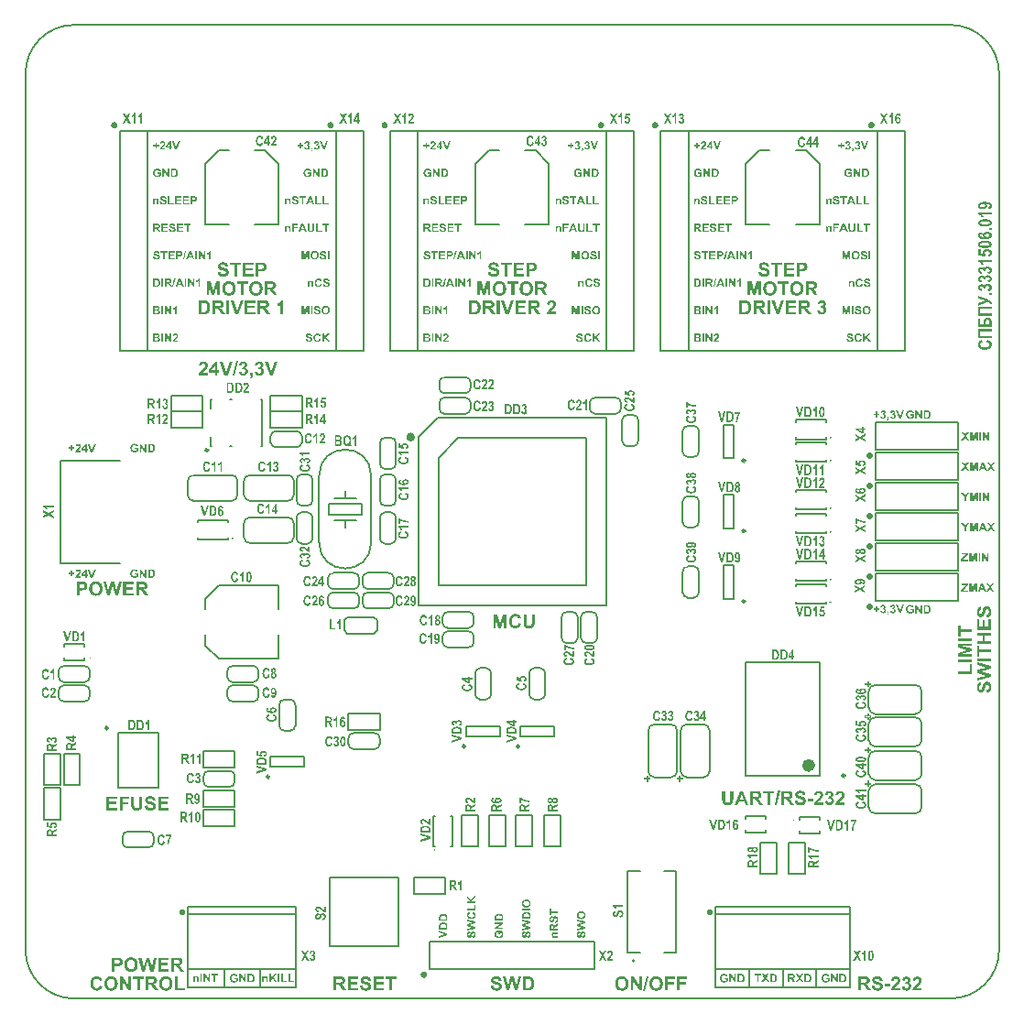
<source format=gto>
G04*
G04 #@! TF.GenerationSoftware,Altium Limited,Altium Designer,19.1.6 (110)*
G04*
G04 Layer_Color=65535*
%FSLAX43Y43*%
%MOMM*%
G71*
G01*
G75*
%ADD10C,0.200*%
%ADD11C,0.600*%
%ADD12C,0.100*%
%ADD13C,0.250*%
%ADD14C,0.400*%
%ADD15C,0.050*%
%ADD16R,0.500X0.100*%
%ADD17R,0.100X0.500*%
G36*
X88745Y73643D02*
X88774Y73641D01*
X88806Y73639D01*
X88841Y73635D01*
X88880Y73632D01*
X88961Y73619D01*
X89002Y73611D01*
X89043Y73600D01*
X89082Y73587D01*
X89119Y73574D01*
X89154Y73558D01*
X89183Y73539D01*
X89185Y73537D01*
X89189Y73534D01*
X89196Y73528D01*
X89207Y73521D01*
X89219Y73510D01*
X89232Y73497D01*
X89244Y73482D01*
X89257Y73465D01*
X89272Y73447D01*
X89285Y73426D01*
X89309Y73380D01*
X89319Y73354D01*
X89326Y73326D01*
X89331Y73298D01*
X89333Y73267D01*
Y73256D01*
X89331Y73248D01*
X89330Y73226D01*
X89324Y73199D01*
X89315Y73169D01*
X89302Y73137D01*
X89283Y73104D01*
X89257Y73074D01*
X89254Y73071D01*
X89243Y73061D01*
X89224Y73049D01*
X89213Y73041D01*
X89200Y73034D01*
X89183Y73026D01*
X89167Y73017D01*
X89148Y73010D01*
X89126Y73002D01*
X89104Y72995D01*
X89078Y72987D01*
X89052Y72982D01*
X89022Y72978D01*
X88996Y73169D01*
X88998D01*
X89002D01*
X89009Y73171D01*
X89019Y73173D01*
X89041Y73178D01*
X89065Y73187D01*
X89091Y73202D01*
X89113Y73221D01*
X89122Y73234D01*
X89130Y73247D01*
X89133Y73263D01*
X89135Y73280D01*
Y73284D01*
X89133Y73291D01*
X89132Y73302D01*
X89126Y73317D01*
X89119Y73334D01*
X89106Y73352D01*
X89089Y73369D01*
X89067Y73386D01*
X89063Y73387D01*
X89059Y73389D01*
X89052Y73393D01*
X89045Y73397D01*
X89033Y73400D01*
X89020Y73404D01*
X89006Y73408D01*
X88987Y73413D01*
X88967Y73417D01*
X88945Y73423D01*
X88919Y73426D01*
X88889Y73432D01*
X88857Y73436D01*
X88822Y73439D01*
X88785Y73441D01*
X88787Y73439D01*
X88795Y73436D01*
X88804Y73426D01*
X88815Y73417D01*
X88828Y73404D01*
X88839Y73391D01*
X88852Y73374D01*
X88863Y73358D01*
X88865Y73356D01*
X88867Y73350D01*
X88870Y73339D01*
X88876Y73328D01*
X88882Y73311D01*
X88885Y73295D01*
X88887Y73274D01*
X88889Y73254D01*
Y73243D01*
X88887Y73234D01*
X88885Y73224D01*
X88883Y73213D01*
X88874Y73184D01*
X88861Y73152D01*
X88852Y73136D01*
X88843Y73117D01*
X88830Y73100D01*
X88815Y73082D01*
X88798Y73063D01*
X88778Y73047D01*
X88776Y73045D01*
X88772Y73043D01*
X88767Y73039D01*
X88757Y73034D01*
X88746Y73026D01*
X88733Y73019D01*
X88717Y73011D01*
X88698Y73002D01*
X88680Y72995D01*
X88658Y72986D01*
X88632Y72978D01*
X88606Y72973D01*
X88578Y72965D01*
X88548Y72961D01*
X88515Y72960D01*
X88482Y72958D01*
X88480D01*
X88472D01*
X88463D01*
X88448Y72960D01*
X88433Y72961D01*
X88413Y72963D01*
X88393Y72965D01*
X88369Y72969D01*
X88321Y72980D01*
X88269Y72999D01*
X88243Y73008D01*
X88219Y73021D01*
X88195Y73036D01*
X88172Y73052D01*
X88171Y73054D01*
X88167Y73056D01*
X88161Y73061D01*
X88154Y73069D01*
X88146Y73078D01*
X88135Y73089D01*
X88115Y73117D01*
X88095Y73150D01*
X88076Y73191D01*
X88069Y73213D01*
X88063Y73236D01*
X88059Y73260D01*
X88058Y73286D01*
Y73300D01*
X88059Y73311D01*
X88061Y73324D01*
X88065Y73341D01*
X88076Y73376D01*
X88083Y73397D01*
X88093Y73417D01*
X88106Y73437D01*
X88119Y73460D01*
X88135Y73482D01*
X88156Y73502D01*
X88178Y73523D01*
X88204Y73543D01*
X88206Y73545D01*
X88211Y73547D01*
X88219Y73552D01*
X88232Y73560D01*
X88248Y73567D01*
X88269Y73574D01*
X88291Y73584D01*
X88319Y73595D01*
X88350Y73604D01*
X88387Y73613D01*
X88426Y73621D01*
X88470Y73628D01*
X88519Y73635D01*
X88570Y73641D01*
X88628Y73643D01*
X88689Y73645D01*
X88691D01*
X88693D01*
X88704D01*
X88722D01*
X88745Y73643D01*
D02*
G37*
G36*
X89313Y72484D02*
X88408D01*
X88409Y72482D01*
X88413Y72478D01*
X88419Y72473D01*
X88428Y72463D01*
X88437Y72454D01*
X88450Y72441D01*
X88463Y72426D01*
X88476Y72410D01*
X88506Y72373D01*
X88537Y72330D01*
X88565Y72280D01*
X88589Y72228D01*
X88370D01*
Y72230D01*
X88369Y72232D01*
X88365Y72243D01*
X88356Y72258D01*
X88345Y72280D01*
X88328Y72306D01*
X88308Y72334D01*
X88283Y72365D01*
X88254Y72399D01*
X88252Y72400D01*
X88250Y72402D01*
X88239Y72413D01*
X88221Y72428D01*
X88196Y72447D01*
X88169Y72467D01*
X88135Y72487D01*
X88098Y72506D01*
X88058Y72521D01*
Y72682D01*
X89313D01*
Y72484D01*
D02*
G37*
G36*
X88754Y72043D02*
X88783D01*
X88815Y72039D01*
X88852Y72038D01*
X88891Y72034D01*
X88972Y72023D01*
X89056Y72006D01*
X89094Y71995D01*
X89130Y71984D01*
X89163Y71969D01*
X89193Y71952D01*
X89194Y71950D01*
X89198Y71949D01*
X89206Y71943D01*
X89215Y71936D01*
X89226Y71926D01*
X89237Y71915D01*
X89263Y71888D01*
X89289Y71852D01*
X89311Y71812D01*
X89320Y71789D01*
X89328Y71765D01*
X89331Y71739D01*
X89333Y71712D01*
Y71704D01*
X89331Y71697D01*
Y71688D01*
X89330Y71675D01*
X89326Y71660D01*
X89317Y71625D01*
X89309Y71606D01*
X89300Y71586D01*
X89289Y71567D01*
X89274Y71547D01*
X89259Y71526D01*
X89241Y71506D01*
X89219Y71488D01*
X89194Y71469D01*
X89193Y71467D01*
X89187Y71465D01*
X89180Y71462D01*
X89167Y71454D01*
X89150Y71449D01*
X89132Y71441D01*
X89107Y71432D01*
X89080Y71425D01*
X89046Y71415D01*
X89011Y71408D01*
X88970Y71399D01*
X88924Y71393D01*
X88874Y71388D01*
X88819Y71382D01*
X88759Y71380D01*
X88695Y71378D01*
X88693D01*
X88691D01*
X88685D01*
X88680D01*
X88661D01*
X88637Y71380D01*
X88609Y71382D01*
X88576Y71384D01*
X88539Y71386D01*
X88500Y71389D01*
X88419Y71401D01*
X88337Y71417D01*
X88298Y71426D01*
X88263Y71439D01*
X88230Y71452D01*
X88200Y71469D01*
X88198Y71471D01*
X88195Y71473D01*
X88187Y71478D01*
X88178Y71486D01*
X88167Y71495D01*
X88156Y71506D01*
X88128Y71534D01*
X88102Y71569D01*
X88080Y71610D01*
X88071Y71632D01*
X88063Y71656D01*
X88059Y71682D01*
X88058Y71710D01*
Y71725D01*
X88059Y71734D01*
X88061Y71747D01*
X88065Y71762D01*
X88076Y71797D01*
X88083Y71815D01*
X88093Y71836D01*
X88104Y71854D01*
X88117Y71875D01*
X88133Y71895D01*
X88154Y71915D01*
X88174Y71934D01*
X88200Y71952D01*
X88202Y71954D01*
X88208Y71956D01*
X88215Y71962D01*
X88228Y71967D01*
X88245Y71975D01*
X88263Y71982D01*
X88287Y71989D01*
X88315Y71999D01*
X88348Y72008D01*
X88383Y72015D01*
X88424Y72023D01*
X88470Y72030D01*
X88519Y72036D01*
X88574Y72041D01*
X88632Y72043D01*
X88696Y72045D01*
X88698D01*
X88700D01*
X88706D01*
X88711D01*
X88730D01*
X88754Y72043D01*
D02*
G37*
G36*
X89313Y71021D02*
X89072D01*
Y71217D01*
X89313D01*
Y71021D01*
D02*
G37*
G36*
X88945Y70867D02*
X88961Y70865D01*
X88982Y70864D01*
X89002Y70862D01*
X89026Y70858D01*
X89074Y70845D01*
X89126Y70828D01*
X89152Y70817D01*
X89176Y70804D01*
X89200Y70789D01*
X89222Y70773D01*
X89224Y70771D01*
X89228Y70769D01*
X89233Y70764D01*
X89239Y70756D01*
X89248Y70747D01*
X89257Y70736D01*
X89278Y70708D01*
X89298Y70675D01*
X89317Y70634D01*
X89322Y70612D01*
X89328Y70588D01*
X89331Y70564D01*
X89333Y70538D01*
Y70530D01*
X89331Y70523D01*
Y70512D01*
X89330Y70499D01*
X89326Y70484D01*
X89315Y70449D01*
X89307Y70428D01*
X89298Y70408D01*
X89287Y70386D01*
X89272Y70365D01*
X89256Y70343D01*
X89237Y70323D01*
X89215Y70303D01*
X89189Y70282D01*
X89187Y70280D01*
X89182Y70278D01*
X89172Y70273D01*
X89161Y70267D01*
X89144Y70260D01*
X89124Y70251D01*
X89102Y70241D01*
X89074Y70232D01*
X89043Y70223D01*
X89006Y70214D01*
X88967Y70206D01*
X88922Y70197D01*
X88874Y70191D01*
X88822Y70186D01*
X88765Y70184D01*
X88704Y70182D01*
X88702D01*
X88700D01*
X88689D01*
X88670D01*
X88648Y70184D01*
X88619Y70186D01*
X88587Y70188D01*
X88552Y70191D01*
X88513Y70195D01*
X88432Y70208D01*
X88350Y70227D01*
X88311Y70238D01*
X88274Y70253D01*
X88239Y70267D01*
X88209Y70286D01*
X88208Y70288D01*
X88202Y70291D01*
X88195Y70297D01*
X88185Y70304D01*
X88174Y70315D01*
X88161Y70328D01*
X88148Y70343D01*
X88133Y70360D01*
X88119Y70378D01*
X88106Y70399D01*
X88082Y70445D01*
X88072Y70471D01*
X88063Y70497D01*
X88059Y70527D01*
X88058Y70556D01*
Y70567D01*
X88059Y70575D01*
X88061Y70597D01*
X88067Y70623D01*
X88076Y70654D01*
X88091Y70686D01*
X88109Y70719D01*
X88135Y70749D01*
X88139Y70752D01*
X88150Y70762D01*
X88169Y70775D01*
X88193Y70791D01*
X88226Y70808D01*
X88267Y70825D01*
X88313Y70838D01*
X88369Y70849D01*
X88395Y70658D01*
X88393D01*
X88389D01*
X88382Y70656D01*
X88372Y70654D01*
X88350Y70649D01*
X88324Y70638D01*
X88300Y70625D01*
X88278Y70604D01*
X88269Y70591D01*
X88261Y70578D01*
X88258Y70562D01*
X88256Y70545D01*
Y70543D01*
X88258Y70534D01*
X88259Y70523D01*
X88265Y70508D01*
X88272Y70491D01*
X88285Y70475D01*
X88302Y70456D01*
X88326Y70440D01*
X88330Y70438D01*
X88333Y70436D01*
X88341Y70432D01*
X88348Y70430D01*
X88359Y70425D01*
X88372Y70421D01*
X88387Y70417D01*
X88406Y70412D01*
X88426Y70408D01*
X88450Y70402D01*
X88476Y70399D01*
X88504Y70395D01*
X88535Y70391D01*
X88570Y70388D01*
X88609Y70386D01*
X88607Y70388D01*
X88600Y70393D01*
X88591Y70401D01*
X88580Y70410D01*
X88567Y70423D01*
X88554Y70436D01*
X88541Y70451D01*
X88530Y70467D01*
X88528Y70469D01*
X88526Y70475D01*
X88520Y70486D01*
X88515Y70497D01*
X88511Y70512D01*
X88506Y70530D01*
X88504Y70549D01*
X88502Y70569D01*
Y70580D01*
X88504Y70590D01*
X88506Y70601D01*
X88508Y70612D01*
X88517Y70641D01*
X88530Y70673D01*
X88539Y70691D01*
X88550Y70708D01*
X88563Y70727D01*
X88578Y70743D01*
X88595Y70762D01*
X88615Y70778D01*
X88617Y70780D01*
X88620Y70782D01*
X88626Y70788D01*
X88635Y70793D01*
X88646Y70799D01*
X88659Y70808D01*
X88676Y70815D01*
X88695Y70825D01*
X88715Y70832D01*
X88737Y70841D01*
X88761Y70849D01*
X88787Y70854D01*
X88817Y70862D01*
X88846Y70865D01*
X88880Y70867D01*
X88913Y70869D01*
X88915D01*
X88922D01*
X88932D01*
X88945Y70867D01*
D02*
G37*
G36*
X88754Y70049D02*
X88783D01*
X88815Y70045D01*
X88852Y70043D01*
X88891Y70040D01*
X88972Y70028D01*
X89056Y70012D01*
X89094Y70001D01*
X89130Y69990D01*
X89163Y69975D01*
X89193Y69958D01*
X89194Y69956D01*
X89198Y69954D01*
X89206Y69949D01*
X89215Y69941D01*
X89226Y69932D01*
X89237Y69921D01*
X89263Y69893D01*
X89289Y69858D01*
X89311Y69817D01*
X89320Y69795D01*
X89328Y69771D01*
X89331Y69745D01*
X89333Y69717D01*
Y69710D01*
X89331Y69703D01*
Y69693D01*
X89330Y69680D01*
X89326Y69666D01*
X89317Y69630D01*
X89309Y69612D01*
X89300Y69591D01*
X89289Y69573D01*
X89274Y69553D01*
X89259Y69532D01*
X89241Y69512D01*
X89219Y69493D01*
X89194Y69475D01*
X89193Y69473D01*
X89187Y69471D01*
X89180Y69467D01*
X89167Y69460D01*
X89150Y69454D01*
X89132Y69447D01*
X89107Y69438D01*
X89080Y69430D01*
X89046Y69421D01*
X89011Y69414D01*
X88970Y69404D01*
X88924Y69399D01*
X88874Y69393D01*
X88819Y69388D01*
X88759Y69386D01*
X88695Y69384D01*
X88693D01*
X88691D01*
X88685D01*
X88680D01*
X88661D01*
X88637Y69386D01*
X88609Y69388D01*
X88576Y69390D01*
X88539Y69391D01*
X88500Y69395D01*
X88419Y69406D01*
X88337Y69423D01*
X88298Y69432D01*
X88263Y69445D01*
X88230Y69458D01*
X88200Y69475D01*
X88198Y69477D01*
X88195Y69479D01*
X88187Y69484D01*
X88178Y69491D01*
X88167Y69501D01*
X88156Y69512D01*
X88128Y69540D01*
X88102Y69575D01*
X88080Y69616D01*
X88071Y69638D01*
X88063Y69662D01*
X88059Y69688D01*
X88058Y69716D01*
Y69730D01*
X88059Y69740D01*
X88061Y69753D01*
X88065Y69767D01*
X88076Y69803D01*
X88083Y69821D01*
X88093Y69841D01*
X88104Y69860D01*
X88117Y69880D01*
X88133Y69901D01*
X88154Y69921D01*
X88174Y69940D01*
X88200Y69958D01*
X88202Y69960D01*
X88208Y69962D01*
X88215Y69967D01*
X88228Y69973D01*
X88245Y69980D01*
X88263Y69988D01*
X88287Y69995D01*
X88315Y70004D01*
X88348Y70014D01*
X88383Y70021D01*
X88424Y70028D01*
X88470Y70036D01*
X88519Y70041D01*
X88574Y70047D01*
X88632Y70049D01*
X88696Y70051D01*
X88698D01*
X88700D01*
X88706D01*
X88711D01*
X88730D01*
X88754Y70049D01*
D02*
G37*
G36*
X88920Y69277D02*
X88935D01*
X88952Y69273D01*
X88970Y69271D01*
X88993Y69267D01*
X89039Y69256D01*
X89091Y69240D01*
X89117Y69229D01*
X89143Y69217D01*
X89170Y69203D01*
X89196Y69186D01*
X89198Y69184D01*
X89202Y69182D01*
X89209Y69177D01*
X89219Y69169D01*
X89228Y69160D01*
X89239Y69149D01*
X89252Y69134D01*
X89265Y69119D01*
X89278Y69103D01*
X89291Y69082D01*
X89302Y69062D01*
X89311Y69038D01*
X89320Y69014D01*
X89328Y68986D01*
X89331Y68958D01*
X89333Y68927D01*
Y68914D01*
X89331Y68905D01*
Y68893D01*
X89328Y68879D01*
X89322Y68847D01*
X89311Y68812D01*
X89296Y68773D01*
X89274Y68736D01*
X89259Y68717D01*
X89244Y68699D01*
X89243Y68697D01*
X89241Y68695D01*
X89235Y68690D01*
X89228Y68684D01*
X89219Y68677D01*
X89207Y68669D01*
X89194Y68660D01*
X89180Y68651D01*
X89163Y68642D01*
X89143Y68632D01*
X89122Y68623D01*
X89100Y68614D01*
X89076Y68606D01*
X89048Y68599D01*
X88991Y68590D01*
X88965Y68786D01*
X88969D01*
X88978Y68788D01*
X88994Y68792D01*
X89013Y68795D01*
X89033Y68801D01*
X89054Y68810D01*
X89076Y68821D01*
X89094Y68836D01*
X89096Y68838D01*
X89102Y68843D01*
X89109Y68853D01*
X89117Y68864D01*
X89126Y68877D01*
X89133Y68893D01*
X89139Y68910D01*
X89141Y68929D01*
Y68930D01*
X89139Y68940D01*
X89137Y68951D01*
X89133Y68964D01*
X89126Y68980D01*
X89115Y68999D01*
X89102Y69016D01*
X89082Y69032D01*
X89078Y69034D01*
X89070Y69040D01*
X89056Y69047D01*
X89037Y69054D01*
X89011Y69062D01*
X88980Y69069D01*
X88941Y69075D01*
X88898Y69077D01*
X88896D01*
X88893D01*
X88887D01*
X88878D01*
X88857Y69075D01*
X88832Y69071D01*
X88804Y69066D01*
X88774Y69058D01*
X88748Y69047D01*
X88724Y69032D01*
X88722Y69030D01*
X88715Y69025D01*
X88706Y69016D01*
X88695Y69003D01*
X88685Y68988D01*
X88676Y68967D01*
X88669Y68947D01*
X88667Y68923D01*
Y68919D01*
X88669Y68908D01*
X88672Y68893D01*
X88678Y68873D01*
X88689Y68849D01*
X88706Y68823D01*
X88715Y68810D01*
X88728Y68797D01*
X88741Y68784D01*
X88757Y68771D01*
X88730Y68612D01*
X88078Y68712D01*
Y69232D01*
X88302D01*
Y68862D01*
X88517Y68829D01*
X88515Y68832D01*
X88509Y68840D01*
X88504Y68853D01*
X88495Y68871D01*
X88487Y68892D01*
X88482Y68914D01*
X88476Y68938D01*
X88474Y68964D01*
Y68975D01*
X88476Y68984D01*
X88478Y68995D01*
X88480Y69006D01*
X88485Y69036D01*
X88498Y69067D01*
X88515Y69103D01*
X88526Y69121D01*
X88539Y69138D01*
X88554Y69154D01*
X88570Y69171D01*
X88572Y69173D01*
X88576Y69177D01*
X88583Y69180D01*
X88593Y69188D01*
X88606Y69195D01*
X88620Y69204D01*
X88637Y69216D01*
X88656Y69225D01*
X88678Y69234D01*
X88702Y69245D01*
X88730Y69254D01*
X88757Y69262D01*
X88789Y69269D01*
X88820Y69275D01*
X88856Y69277D01*
X88893Y69279D01*
X88895D01*
X88900D01*
X88909D01*
X88920Y69277D01*
D02*
G37*
G36*
X89313Y68095D02*
X88408D01*
X88409Y68093D01*
X88413Y68090D01*
X88419Y68084D01*
X88428Y68075D01*
X88437Y68066D01*
X88450Y68053D01*
X88463Y68038D01*
X88476Y68021D01*
X88506Y67984D01*
X88537Y67942D01*
X88565Y67892D01*
X88589Y67840D01*
X88370D01*
Y67842D01*
X88369Y67843D01*
X88365Y67855D01*
X88356Y67869D01*
X88345Y67892D01*
X88328Y67918D01*
X88308Y67945D01*
X88283Y67977D01*
X88254Y68010D01*
X88252Y68012D01*
X88250Y68014D01*
X88239Y68025D01*
X88221Y68040D01*
X88196Y68058D01*
X88169Y68079D01*
X88135Y68099D01*
X88098Y68118D01*
X88058Y68132D01*
Y68293D01*
X89313D01*
Y68095D01*
D02*
G37*
G36*
X88967Y67664D02*
X88982Y67662D01*
X88998Y67660D01*
X89017Y67656D01*
X89039Y67653D01*
X89083Y67640D01*
X89130Y67621D01*
X89154Y67610D01*
X89178Y67597D01*
X89200Y67581D01*
X89222Y67562D01*
X89224Y67560D01*
X89228Y67558D01*
X89233Y67551D01*
X89239Y67544D01*
X89248Y67534D01*
X89257Y67523D01*
X89278Y67494D01*
X89298Y67458D01*
X89317Y67418D01*
X89322Y67394D01*
X89328Y67369D01*
X89331Y67345D01*
X89333Y67319D01*
Y67307D01*
X89331Y67297D01*
X89330Y67286D01*
X89328Y67271D01*
X89322Y67240D01*
X89311Y67205D01*
X89293Y67166D01*
X89283Y67145D01*
X89270Y67127D01*
X89256Y67108D01*
X89239Y67090D01*
X89237Y67088D01*
X89235Y67086D01*
X89230Y67081D01*
X89222Y67075D01*
X89211Y67068D01*
X89200Y67060D01*
X89187Y67051D01*
X89170Y67042D01*
X89154Y67032D01*
X89133Y67023D01*
X89113Y67014D01*
X89089Y67005D01*
X89039Y66992D01*
X88980Y66982D01*
X88952Y67173D01*
X88954D01*
X88956D01*
X88967Y67175D01*
X88982Y67177D01*
X89002Y67182D01*
X89024Y67188D01*
X89046Y67197D01*
X89069Y67208D01*
X89087Y67221D01*
X89089Y67223D01*
X89094Y67229D01*
X89102Y67238D01*
X89109Y67249D01*
X89119Y67262D01*
X89126Y67279D01*
X89132Y67297D01*
X89133Y67318D01*
Y67329D01*
X89130Y67340D01*
X89126Y67353D01*
X89120Y67369D01*
X89111Y67388D01*
X89098Y67405D01*
X89080Y67421D01*
X89078Y67423D01*
X89069Y67429D01*
X89057Y67434D01*
X89039Y67444D01*
X89019Y67451D01*
X88991Y67457D01*
X88961Y67462D01*
X88926Y67464D01*
X88924D01*
X88922D01*
X88911D01*
X88895Y67462D01*
X88874Y67458D01*
X88852Y67455D01*
X88828Y67447D01*
X88804Y67436D01*
X88783Y67423D01*
X88782Y67421D01*
X88774Y67416D01*
X88767Y67407D01*
X88756Y67395D01*
X88746Y67381D01*
X88737Y67364D01*
X88732Y67345D01*
X88730Y67325D01*
Y67310D01*
X88732Y67301D01*
X88733Y67288D01*
X88737Y67271D01*
X88743Y67255D01*
X88748Y67236D01*
X88552Y67257D01*
Y67269D01*
X88550Y67284D01*
X88548Y67301D01*
X88543Y67321D01*
X88537Y67342D01*
X88526Y67360D01*
X88513Y67379D01*
X88511Y67381D01*
X88506Y67386D01*
X88495Y67394D01*
X88482Y67401D01*
X88465Y67408D01*
X88445Y67416D01*
X88420Y67421D01*
X88393Y67423D01*
X88389D01*
X88382D01*
X88370Y67421D01*
X88356Y67419D01*
X88341Y67416D01*
X88324Y67408D01*
X88308Y67401D01*
X88293Y67390D01*
X88291Y67388D01*
X88287Y67384D01*
X88282Y67377D01*
X88274Y67368D01*
X88267Y67357D01*
X88261Y67342D01*
X88258Y67325D01*
X88256Y67307D01*
Y67299D01*
X88258Y67288D01*
X88261Y67277D01*
X88267Y67264D01*
X88274Y67249D01*
X88283Y67234D01*
X88298Y67219D01*
X88300Y67218D01*
X88306Y67214D01*
X88317Y67208D01*
X88330Y67201D01*
X88346Y67194D01*
X88369Y67186D01*
X88393Y67181D01*
X88422Y67177D01*
X88385Y66995D01*
X88383D01*
X88378Y66997D01*
X88369Y66999D01*
X88358Y67001D01*
X88343Y67005D01*
X88328Y67008D01*
X88291Y67020D01*
X88250Y67034D01*
X88209Y67053D01*
X88171Y67077D01*
X88152Y67090D01*
X88137Y67105D01*
X88135Y67107D01*
X88133Y67108D01*
X88124Y67120D01*
X88111Y67138D01*
X88096Y67162D01*
X88083Y67192D01*
X88071Y67229D01*
X88061Y67269D01*
X88058Y67292D01*
Y67327D01*
X88059Y67338D01*
X88061Y67349D01*
X88063Y67362D01*
X88071Y67395D01*
X88082Y67431D01*
X88100Y67468D01*
X88111Y67486D01*
X88124Y67505D01*
X88139Y67521D01*
X88158Y67538D01*
X88159Y67540D01*
X88161Y67542D01*
X88167Y67545D01*
X88174Y67551D01*
X88183Y67557D01*
X88195Y67564D01*
X88222Y67581D01*
X88256Y67595D01*
X88293Y67608D01*
X88333Y67618D01*
X88356Y67621D01*
X88378D01*
X88382D01*
X88391D01*
X88408Y67619D01*
X88426Y67616D01*
X88450Y67612D01*
X88474Y67605D01*
X88500Y67595D01*
X88526Y67582D01*
X88530Y67581D01*
X88537Y67575D01*
X88548Y67568D01*
X88565Y67555D01*
X88582Y67540D01*
X88602Y67519D01*
X88622Y67497D01*
X88641Y67471D01*
Y67473D01*
X88643Y67475D01*
X88646Y67486D01*
X88652Y67501D01*
X88661Y67521D01*
X88676Y67544D01*
X88693Y67566D01*
X88715Y67588D01*
X88743Y67610D01*
X88746Y67612D01*
X88757Y67619D01*
X88774Y67629D01*
X88796Y67638D01*
X88824Y67649D01*
X88857Y67656D01*
X88896Y67664D01*
X88939Y67666D01*
X88941D01*
X88946D01*
X88956D01*
X88967Y67664D01*
D02*
G37*
G36*
Y66866D02*
X88982Y66864D01*
X88998Y66862D01*
X89017Y66858D01*
X89039Y66855D01*
X89083Y66842D01*
X89130Y66823D01*
X89154Y66812D01*
X89178Y66799D01*
X89200Y66783D01*
X89222Y66764D01*
X89224Y66762D01*
X89228Y66760D01*
X89233Y66753D01*
X89239Y66745D01*
X89248Y66736D01*
X89257Y66725D01*
X89278Y66695D01*
X89298Y66660D01*
X89317Y66620D01*
X89322Y66595D01*
X89328Y66571D01*
X89331Y66547D01*
X89333Y66521D01*
Y66508D01*
X89331Y66499D01*
X89330Y66488D01*
X89328Y66473D01*
X89322Y66442D01*
X89311Y66407D01*
X89293Y66368D01*
X89283Y66347D01*
X89270Y66329D01*
X89256Y66310D01*
X89239Y66292D01*
X89237Y66290D01*
X89235Y66288D01*
X89230Y66283D01*
X89222Y66277D01*
X89211Y66270D01*
X89200Y66262D01*
X89187Y66253D01*
X89170Y66244D01*
X89154Y66234D01*
X89133Y66225D01*
X89113Y66216D01*
X89089Y66207D01*
X89039Y66194D01*
X88980Y66184D01*
X88952Y66375D01*
X88954D01*
X88956D01*
X88967Y66377D01*
X88982Y66379D01*
X89002Y66384D01*
X89024Y66390D01*
X89046Y66399D01*
X89069Y66410D01*
X89087Y66423D01*
X89089Y66425D01*
X89094Y66431D01*
X89102Y66440D01*
X89109Y66451D01*
X89119Y66464D01*
X89126Y66481D01*
X89132Y66499D01*
X89133Y66520D01*
Y66531D01*
X89130Y66542D01*
X89126Y66555D01*
X89120Y66571D01*
X89111Y66590D01*
X89098Y66607D01*
X89080Y66623D01*
X89078Y66625D01*
X89069Y66631D01*
X89057Y66636D01*
X89039Y66645D01*
X89019Y66653D01*
X88991Y66658D01*
X88961Y66664D01*
X88926Y66666D01*
X88924D01*
X88922D01*
X88911D01*
X88895Y66664D01*
X88874Y66660D01*
X88852Y66657D01*
X88828Y66649D01*
X88804Y66638D01*
X88783Y66625D01*
X88782Y66623D01*
X88774Y66618D01*
X88767Y66608D01*
X88756Y66597D01*
X88746Y66583D01*
X88737Y66566D01*
X88732Y66547D01*
X88730Y66527D01*
Y66512D01*
X88732Y66503D01*
X88733Y66490D01*
X88737Y66473D01*
X88743Y66457D01*
X88748Y66438D01*
X88552Y66458D01*
Y66471D01*
X88550Y66486D01*
X88548Y66503D01*
X88543Y66523D01*
X88537Y66544D01*
X88526Y66562D01*
X88513Y66581D01*
X88511Y66583D01*
X88506Y66588D01*
X88495Y66595D01*
X88482Y66603D01*
X88465Y66610D01*
X88445Y66618D01*
X88420Y66623D01*
X88393Y66625D01*
X88389D01*
X88382D01*
X88370Y66623D01*
X88356Y66621D01*
X88341Y66618D01*
X88324Y66610D01*
X88308Y66603D01*
X88293Y66592D01*
X88291Y66590D01*
X88287Y66586D01*
X88282Y66579D01*
X88274Y66570D01*
X88267Y66558D01*
X88261Y66544D01*
X88258Y66527D01*
X88256Y66508D01*
Y66501D01*
X88258Y66490D01*
X88261Y66479D01*
X88267Y66466D01*
X88274Y66451D01*
X88283Y66436D01*
X88298Y66421D01*
X88300Y66420D01*
X88306Y66416D01*
X88317Y66410D01*
X88330Y66403D01*
X88346Y66396D01*
X88369Y66388D01*
X88393Y66383D01*
X88422Y66379D01*
X88385Y66197D01*
X88383D01*
X88378Y66199D01*
X88369Y66201D01*
X88358Y66203D01*
X88343Y66207D01*
X88328Y66210D01*
X88291Y66221D01*
X88250Y66236D01*
X88209Y66255D01*
X88171Y66279D01*
X88152Y66292D01*
X88137Y66307D01*
X88135Y66308D01*
X88133Y66310D01*
X88124Y66321D01*
X88111Y66340D01*
X88096Y66364D01*
X88083Y66394D01*
X88071Y66431D01*
X88061Y66471D01*
X88058Y66494D01*
Y66529D01*
X88059Y66540D01*
X88061Y66551D01*
X88063Y66564D01*
X88071Y66597D01*
X88082Y66633D01*
X88100Y66670D01*
X88111Y66688D01*
X88124Y66707D01*
X88139Y66723D01*
X88158Y66740D01*
X88159Y66742D01*
X88161Y66744D01*
X88167Y66747D01*
X88174Y66753D01*
X88183Y66758D01*
X88195Y66766D01*
X88222Y66783D01*
X88256Y66797D01*
X88293Y66810D01*
X88333Y66820D01*
X88356Y66823D01*
X88378D01*
X88382D01*
X88391D01*
X88408Y66821D01*
X88426Y66818D01*
X88450Y66814D01*
X88474Y66807D01*
X88500Y66797D01*
X88526Y66784D01*
X88530Y66783D01*
X88537Y66777D01*
X88548Y66770D01*
X88565Y66757D01*
X88582Y66742D01*
X88602Y66721D01*
X88622Y66699D01*
X88641Y66673D01*
Y66675D01*
X88643Y66677D01*
X88646Y66688D01*
X88652Y66703D01*
X88661Y66723D01*
X88676Y66745D01*
X88693Y66768D01*
X88715Y66790D01*
X88743Y66812D01*
X88746Y66814D01*
X88757Y66821D01*
X88774Y66831D01*
X88796Y66840D01*
X88824Y66851D01*
X88857Y66858D01*
X88896Y66866D01*
X88939Y66868D01*
X88941D01*
X88946D01*
X88956D01*
X88967Y66866D01*
D02*
G37*
G36*
Y66068D02*
X88982Y66066D01*
X88998Y66064D01*
X89017Y66060D01*
X89039Y66057D01*
X89083Y66044D01*
X89130Y66025D01*
X89154Y66014D01*
X89178Y66001D01*
X89200Y65984D01*
X89222Y65966D01*
X89224Y65964D01*
X89228Y65962D01*
X89233Y65955D01*
X89239Y65947D01*
X89248Y65938D01*
X89257Y65927D01*
X89278Y65897D01*
X89298Y65862D01*
X89317Y65821D01*
X89322Y65797D01*
X89328Y65773D01*
X89331Y65749D01*
X89333Y65723D01*
Y65710D01*
X89331Y65701D01*
X89330Y65690D01*
X89328Y65675D01*
X89322Y65644D01*
X89311Y65609D01*
X89293Y65570D01*
X89283Y65549D01*
X89270Y65531D01*
X89256Y65512D01*
X89239Y65494D01*
X89237Y65492D01*
X89235Y65490D01*
X89230Y65484D01*
X89222Y65479D01*
X89211Y65472D01*
X89200Y65464D01*
X89187Y65455D01*
X89170Y65446D01*
X89154Y65436D01*
X89133Y65427D01*
X89113Y65418D01*
X89089Y65409D01*
X89039Y65396D01*
X88980Y65386D01*
X88952Y65577D01*
X88954D01*
X88956D01*
X88967Y65579D01*
X88982Y65581D01*
X89002Y65586D01*
X89024Y65592D01*
X89046Y65601D01*
X89069Y65612D01*
X89087Y65625D01*
X89089Y65627D01*
X89094Y65633D01*
X89102Y65642D01*
X89109Y65653D01*
X89119Y65666D01*
X89126Y65683D01*
X89132Y65701D01*
X89133Y65721D01*
Y65733D01*
X89130Y65744D01*
X89126Y65757D01*
X89120Y65773D01*
X89111Y65792D01*
X89098Y65809D01*
X89080Y65825D01*
X89078Y65827D01*
X89069Y65833D01*
X89057Y65838D01*
X89039Y65847D01*
X89019Y65855D01*
X88991Y65860D01*
X88961Y65866D01*
X88926Y65868D01*
X88924D01*
X88922D01*
X88911D01*
X88895Y65866D01*
X88874Y65862D01*
X88852Y65859D01*
X88828Y65851D01*
X88804Y65840D01*
X88783Y65827D01*
X88782Y65825D01*
X88774Y65820D01*
X88767Y65810D01*
X88756Y65799D01*
X88746Y65784D01*
X88737Y65768D01*
X88732Y65749D01*
X88730Y65729D01*
Y65714D01*
X88732Y65705D01*
X88733Y65692D01*
X88737Y65675D01*
X88743Y65659D01*
X88748Y65640D01*
X88552Y65660D01*
Y65673D01*
X88550Y65688D01*
X88548Y65705D01*
X88543Y65725D01*
X88537Y65746D01*
X88526Y65764D01*
X88513Y65783D01*
X88511Y65784D01*
X88506Y65790D01*
X88495Y65797D01*
X88482Y65805D01*
X88465Y65812D01*
X88445Y65820D01*
X88420Y65825D01*
X88393Y65827D01*
X88389D01*
X88382D01*
X88370Y65825D01*
X88356Y65823D01*
X88341Y65820D01*
X88324Y65812D01*
X88308Y65805D01*
X88293Y65794D01*
X88291Y65792D01*
X88287Y65788D01*
X88282Y65781D01*
X88274Y65771D01*
X88267Y65760D01*
X88261Y65746D01*
X88258Y65729D01*
X88256Y65710D01*
Y65703D01*
X88258Y65692D01*
X88261Y65681D01*
X88267Y65668D01*
X88274Y65653D01*
X88283Y65638D01*
X88298Y65623D01*
X88300Y65622D01*
X88306Y65618D01*
X88317Y65612D01*
X88330Y65605D01*
X88346Y65597D01*
X88369Y65590D01*
X88393Y65584D01*
X88422Y65581D01*
X88385Y65399D01*
X88383D01*
X88378Y65401D01*
X88369Y65403D01*
X88358Y65405D01*
X88343Y65409D01*
X88328Y65412D01*
X88291Y65423D01*
X88250Y65438D01*
X88209Y65457D01*
X88171Y65481D01*
X88152Y65494D01*
X88137Y65509D01*
X88135Y65510D01*
X88133Y65512D01*
X88124Y65523D01*
X88111Y65542D01*
X88096Y65566D01*
X88083Y65596D01*
X88071Y65633D01*
X88061Y65673D01*
X88058Y65696D01*
Y65731D01*
X88059Y65742D01*
X88061Y65753D01*
X88063Y65766D01*
X88071Y65799D01*
X88082Y65834D01*
X88100Y65871D01*
X88111Y65890D01*
X88124Y65909D01*
X88139Y65925D01*
X88158Y65942D01*
X88159Y65944D01*
X88161Y65946D01*
X88167Y65949D01*
X88174Y65955D01*
X88183Y65960D01*
X88195Y65968D01*
X88222Y65984D01*
X88256Y65999D01*
X88293Y66012D01*
X88333Y66021D01*
X88356Y66025D01*
X88378D01*
X88382D01*
X88391D01*
X88408Y66023D01*
X88426Y66020D01*
X88450Y66016D01*
X88474Y66009D01*
X88500Y65999D01*
X88526Y65986D01*
X88530Y65984D01*
X88537Y65979D01*
X88548Y65971D01*
X88565Y65959D01*
X88582Y65944D01*
X88602Y65923D01*
X88622Y65901D01*
X88641Y65875D01*
Y65877D01*
X88643Y65879D01*
X88646Y65890D01*
X88652Y65905D01*
X88661Y65925D01*
X88676Y65947D01*
X88693Y65970D01*
X88715Y65992D01*
X88743Y66014D01*
X88746Y66016D01*
X88757Y66023D01*
X88774Y66033D01*
X88796Y66042D01*
X88824Y66053D01*
X88857Y66060D01*
X88896Y66068D01*
X88939Y66070D01*
X88941D01*
X88946D01*
X88956D01*
X88967Y66068D01*
D02*
G37*
G36*
X89313Y65036D02*
X89072D01*
Y65233D01*
X89313D01*
Y65036D01*
D02*
G37*
G36*
X89013Y64588D02*
X89015D01*
X89020Y64585D01*
X89030Y64583D01*
X89041Y64577D01*
X89056Y64572D01*
X89072Y64564D01*
X89109Y64549D01*
X89150Y64529D01*
X89189Y64509D01*
X89226Y64486D01*
X89243Y64475D01*
X89257Y64464D01*
X89261Y64462D01*
X89269Y64453D01*
X89280Y64440D01*
X89293Y64423D01*
X89306Y64403D01*
X89317Y64379D01*
X89324Y64351D01*
X89328Y64320D01*
Y64292D01*
X89326Y64272D01*
X89324Y64249D01*
X89322Y64225D01*
X89313Y64177D01*
X89126D01*
Y64205D01*
X89128Y64231D01*
Y64266D01*
X89126Y64279D01*
X89124Y64296D01*
X89120Y64312D01*
X89115Y64329D01*
X89107Y64346D01*
X89098Y64359D01*
X89096Y64361D01*
X89091Y64364D01*
X89083Y64370D01*
X89069Y64379D01*
X89050Y64388D01*
X89028Y64398D01*
X88998Y64409D01*
X88961Y64420D01*
X88061Y64042D01*
Y64273D01*
X88711Y64512D01*
X88061Y64720D01*
Y64935D01*
X89013Y64588D01*
D02*
G37*
G36*
X89313Y63727D02*
X88272D01*
Y63322D01*
X89313D01*
Y63114D01*
X88061D01*
Y63935D01*
X89313D01*
Y63727D01*
D02*
G37*
G36*
X88963Y62942D02*
X88976D01*
X88991Y62940D01*
X89009Y62937D01*
X89028Y62935D01*
X89069Y62924D01*
X89111Y62909D01*
X89156Y62890D01*
X89178Y62877D01*
X89200Y62863D01*
X89202D01*
X89206Y62859D01*
X89211Y62853D01*
X89217Y62848D01*
X89226Y62838D01*
X89235Y62827D01*
X89246Y62813D01*
X89256Y62798D01*
X89267Y62779D01*
X89278Y62759D01*
X89287Y62737D01*
X89294Y62713D01*
X89302Y62685D01*
X89307Y62655D01*
X89311Y62622D01*
X89313Y62587D01*
Y62087D01*
X88061D01*
Y62855D01*
X88272D01*
Y62294D01*
X88559D01*
Y62603D01*
X88561Y62614D01*
X88563Y62627D01*
X88565Y62644D01*
X88572Y62681D01*
X88585Y62724D01*
X88604Y62766D01*
X88615Y62788D01*
X88628Y62809D01*
X88645Y62829D01*
X88663Y62848D01*
X88665Y62850D01*
X88669Y62851D01*
X88674Y62857D01*
X88682Y62863D01*
X88693Y62870D01*
X88706Y62877D01*
X88720Y62887D01*
X88737Y62896D01*
X88756Y62905D01*
X88776Y62914D01*
X88798Y62922D01*
X88822Y62929D01*
X88878Y62940D01*
X88907Y62942D01*
X88939Y62944D01*
X88941D01*
X88946D01*
X88954D01*
X88963Y62942D01*
D02*
G37*
G36*
X89313Y61661D02*
X88272D01*
Y61255D01*
X89313D01*
Y61048D01*
X88061D01*
Y61868D01*
X89313D01*
Y61661D01*
D02*
G37*
G36*
X88937Y60866D02*
X88948Y60863D01*
X88963Y60859D01*
X88980Y60853D01*
X89000Y60848D01*
X89022Y60841D01*
X89046Y60831D01*
X89096Y60809D01*
X89148Y60781D01*
X89196Y60750D01*
X89217Y60731D01*
X89237Y60711D01*
X89239Y60709D01*
X89241Y60705D01*
X89246Y60700D01*
X89252Y60691D01*
X89259Y60681D01*
X89267Y60668D01*
X89276Y60654D01*
X89285Y60637D01*
X89294Y60618D01*
X89304Y60598D01*
X89319Y60552D01*
X89330Y60500D01*
X89331Y60472D01*
X89333Y60442D01*
Y60433D01*
X89331Y60424D01*
Y60409D01*
X89328Y60392D01*
X89326Y60372D01*
X89320Y60350D01*
X89315Y60326D01*
X89306Y60300D01*
X89296Y60274D01*
X89283Y60248D01*
X89269Y60220D01*
X89250Y60192D01*
X89230Y60167D01*
X89207Y60141D01*
X89180Y60117D01*
X89178Y60115D01*
X89172Y60111D01*
X89161Y60104D01*
X89146Y60094D01*
X89130Y60083D01*
X89107Y60072D01*
X89082Y60059D01*
X89052Y60046D01*
X89020Y60031D01*
X88983Y60018D01*
X88945Y60007D01*
X88902Y59996D01*
X88856Y59987D01*
X88806Y59979D01*
X88754Y59976D01*
X88698Y59974D01*
X88696D01*
X88695D01*
X88683D01*
X88667Y59976D01*
X88646D01*
X88619Y59978D01*
X88587Y59981D01*
X88554Y59987D01*
X88517Y59992D01*
X88476Y60000D01*
X88435Y60009D01*
X88395Y60020D01*
X88352Y60035D01*
X88311Y60052D01*
X88272Y60070D01*
X88233Y60092D01*
X88198Y60118D01*
X88196Y60120D01*
X88191Y60124D01*
X88183Y60131D01*
X88174Y60141D01*
X88161Y60154D01*
X88148Y60168D01*
X88133Y60187D01*
X88119Y60207D01*
X88106Y60229D01*
X88091Y60255D01*
X88078Y60283D01*
X88065Y60313D01*
X88056Y60346D01*
X88048Y60379D01*
X88043Y60417D01*
X88041Y60455D01*
Y60472D01*
X88043Y60485D01*
X88045Y60500D01*
X88046Y60516D01*
X88050Y60535D01*
X88056Y60555D01*
X88071Y60602D01*
X88080Y60626D01*
X88091Y60650D01*
X88106Y60674D01*
X88122Y60698D01*
X88141Y60722D01*
X88161Y60744D01*
Y60746D01*
X88165Y60748D01*
X88171Y60752D01*
X88176Y60757D01*
X88185Y60765D01*
X88196Y60772D01*
X88209Y60781D01*
X88224Y60791D01*
X88241Y60800D01*
X88258Y60811D01*
X88278Y60820D01*
X88300Y60831D01*
X88326Y60841D01*
X88352Y60850D01*
X88380Y60859D01*
X88409Y60866D01*
X88469Y60661D01*
X88467D01*
X88465Y60659D01*
X88459D01*
X88452Y60657D01*
X88433Y60652D01*
X88411Y60644D01*
X88385Y60633D01*
X88359Y60618D01*
X88335Y60602D01*
X88313Y60581D01*
X88311Y60579D01*
X88304Y60572D01*
X88295Y60559D01*
X88285Y60542D01*
X88274Y60522D01*
X88267Y60500D01*
X88259Y60474D01*
X88258Y60444D01*
Y60433D01*
X88259Y60426D01*
X88263Y60405D01*
X88271Y60379D01*
X88282Y60350D01*
X88300Y60318D01*
X88311Y60304D01*
X88324Y60289D01*
X88339Y60274D01*
X88358Y60259D01*
X88359D01*
X88361Y60255D01*
X88369Y60254D01*
X88376Y60248D01*
X88387Y60242D01*
X88400Y60237D01*
X88417Y60231D01*
X88435Y60224D01*
X88456Y60217D01*
X88480Y60211D01*
X88508Y60205D01*
X88537Y60200D01*
X88569Y60196D01*
X88604Y60192D01*
X88643Y60189D01*
X88683D01*
X88685D01*
X88695D01*
X88706D01*
X88722Y60191D01*
X88741D01*
X88763Y60192D01*
X88787Y60194D01*
X88813Y60198D01*
X88869Y60205D01*
X88924Y60218D01*
X88950Y60226D01*
X88976Y60235D01*
X88998Y60246D01*
X89019Y60257D01*
X89020D01*
X89022Y60261D01*
X89033Y60270D01*
X89050Y60285D01*
X89067Y60307D01*
X89085Y60333D01*
X89102Y60363D01*
X89113Y60400D01*
X89115Y60418D01*
X89117Y60439D01*
Y60442D01*
X89115Y60452D01*
X89113Y60468D01*
X89109Y60487D01*
X89102Y60509D01*
X89091Y60533D01*
X89074Y60557D01*
X89054Y60579D01*
X89050Y60581D01*
X89041Y60589D01*
X89026Y60600D01*
X89004Y60613D01*
X88976Y60628D01*
X88941Y60641D01*
X88900Y60655D01*
X88850Y60666D01*
X88928Y60868D01*
X88930D01*
X88937Y60866D01*
D02*
G37*
G36*
X77669Y78480D02*
X77501D01*
X77226Y79248D01*
X77393D01*
X77589Y78680D01*
X77776Y79248D01*
X77942D01*
X77669Y78480D01*
D02*
G37*
G36*
X75485Y78927D02*
X75687D01*
Y78790D01*
X75485D01*
Y78591D01*
X75351D01*
Y78790D01*
X75150D01*
Y78927D01*
X75351D01*
Y79126D01*
X75485D01*
Y78927D01*
D02*
G37*
G36*
X76934Y79251D02*
X76944Y79250D01*
X76954Y79249D01*
X76966Y79247D01*
X76978Y79244D01*
X77006Y79236D01*
X77020Y79230D01*
X77036Y79223D01*
X77050Y79215D01*
X77064Y79206D01*
X77078Y79195D01*
X77090Y79183D01*
X77091Y79182D01*
X77092Y79180D01*
X77096Y79177D01*
X77099Y79173D01*
X77108Y79162D01*
X77118Y79146D01*
X77128Y79127D01*
X77136Y79105D01*
X77142Y79080D01*
X77144Y79068D01*
X77145Y79055D01*
Y79054D01*
Y79051D01*
X77144Y79045D01*
X77142Y79038D01*
X77141Y79029D01*
X77139Y79019D01*
X77136Y79008D01*
X77131Y78996D01*
X77125Y78984D01*
X77118Y78971D01*
X77109Y78957D01*
X77098Y78944D01*
X77085Y78931D01*
X77070Y78917D01*
X77054Y78905D01*
X77034Y78893D01*
X77035D01*
X77037Y78892D01*
X77040D01*
X77045Y78890D01*
X77057Y78886D01*
X77071Y78880D01*
X77088Y78871D01*
X77106Y78860D01*
X77124Y78845D01*
X77139Y78829D01*
X77141Y78826D01*
X77146Y78820D01*
X77151Y78810D01*
X77159Y78795D01*
X77167Y78779D01*
X77172Y78757D01*
X77177Y78735D01*
X77179Y78710D01*
Y78709D01*
Y78705D01*
Y78700D01*
X77178Y78693D01*
X77177Y78684D01*
X77175Y78674D01*
X77172Y78662D01*
X77170Y78650D01*
X77161Y78623D01*
X77155Y78609D01*
X77148Y78593D01*
X77139Y78579D01*
X77129Y78564D01*
X77118Y78550D01*
X77105Y78537D01*
X77104Y78535D01*
X77101Y78533D01*
X77097Y78530D01*
X77091Y78526D01*
X77084Y78520D01*
X77076Y78514D01*
X77065Y78508D01*
X77054Y78501D01*
X77041Y78494D01*
X77027Y78488D01*
X77011Y78482D01*
X76996Y78477D01*
X76978Y78472D01*
X76960Y78469D01*
X76940Y78467D01*
X76920Y78466D01*
X76910D01*
X76903Y78467D01*
X76894Y78468D01*
X76884Y78469D01*
X76873Y78471D01*
X76859Y78473D01*
X76833Y78480D01*
X76804Y78491D01*
X76788Y78498D01*
X76775Y78506D01*
X76761Y78516D01*
X76747Y78526D01*
X76746Y78527D01*
X76744Y78529D01*
X76741Y78532D01*
X76736Y78537D01*
X76731Y78542D01*
X76725Y78550D01*
X76718Y78558D01*
X76712Y78568D01*
X76705Y78579D01*
X76697Y78590D01*
X76685Y78617D01*
X76675Y78648D01*
X76671Y78664D01*
X76668Y78682D01*
X76811Y78700D01*
Y78699D01*
Y78698D01*
X76812Y78691D01*
X76814Y78681D01*
X76817Y78669D01*
X76823Y78655D01*
X76828Y78641D01*
X76837Y78628D01*
X76847Y78615D01*
X76848Y78614D01*
X76853Y78611D01*
X76859Y78607D01*
X76867Y78602D01*
X76878Y78597D01*
X76890Y78592D01*
X76904Y78589D01*
X76919Y78588D01*
X76922D01*
X76927Y78589D01*
X76935Y78590D01*
X76946Y78592D01*
X76958Y78597D01*
X76970Y78602D01*
X76984Y78611D01*
X76996Y78622D01*
X76997Y78623D01*
X77001Y78629D01*
X77006Y78637D01*
X77013Y78646D01*
X77018Y78660D01*
X77024Y78676D01*
X77027Y78695D01*
X77028Y78716D01*
Y78718D01*
Y78719D01*
Y78725D01*
X77027Y78735D01*
X77025Y78749D01*
X77020Y78763D01*
X77015Y78777D01*
X77007Y78792D01*
X76997Y78805D01*
X76996Y78806D01*
X76991Y78811D01*
X76985Y78816D01*
X76977Y78822D01*
X76966Y78829D01*
X76954Y78833D01*
X76940Y78837D01*
X76925Y78839D01*
X76914D01*
X76906Y78837D01*
X76896Y78836D01*
X76884Y78834D01*
X76872Y78831D01*
X76857Y78827D01*
X76873Y78946D01*
X76883D01*
X76894Y78947D01*
X76907Y78948D01*
X76922Y78952D01*
X76937Y78956D01*
X76951Y78963D01*
X76965Y78972D01*
X76966Y78973D01*
X76970Y78977D01*
X76975Y78983D01*
X76981Y78992D01*
X76987Y79002D01*
X76993Y79014D01*
X76996Y79028D01*
X76997Y79045D01*
Y79047D01*
Y79052D01*
X76996Y79058D01*
X76994Y79067D01*
X76991Y79077D01*
X76987Y79087D01*
X76981Y79098D01*
X76974Y79107D01*
X76973Y79108D01*
X76969Y79110D01*
X76965Y79115D01*
X76957Y79119D01*
X76948Y79123D01*
X76938Y79127D01*
X76925Y79129D01*
X76912Y79130D01*
X76905D01*
X76898Y79129D01*
X76889Y79127D01*
X76879Y79124D01*
X76868Y79119D01*
X76857Y79113D01*
X76847Y79104D01*
X76846Y79103D01*
X76843Y79099D01*
X76838Y79093D01*
X76833Y79084D01*
X76827Y79074D01*
X76823Y79061D01*
X76818Y79045D01*
X76815Y79027D01*
X76680Y79049D01*
Y79051D01*
X76681Y79053D01*
Y79056D01*
X76682Y79062D01*
X76685Y79074D01*
X76690Y79090D01*
X76696Y79108D01*
X76703Y79127D01*
X76712Y79145D01*
X76722Y79162D01*
X76723Y79164D01*
X76727Y79168D01*
X76734Y79176D01*
X76743Y79186D01*
X76754Y79196D01*
X76767Y79207D01*
X76784Y79218D01*
X76802Y79228D01*
X76803D01*
X76804Y79229D01*
X76811Y79231D01*
X76822Y79236D01*
X76835Y79240D01*
X76852Y79245D01*
X76872Y79249D01*
X76893Y79251D01*
X76916Y79253D01*
X76926D01*
X76934Y79251D01*
D02*
G37*
G36*
X76038D02*
X76048Y79250D01*
X76058Y79249D01*
X76070Y79247D01*
X76082Y79244D01*
X76110Y79236D01*
X76125Y79230D01*
X76140Y79223D01*
X76155Y79215D01*
X76168Y79206D01*
X76182Y79195D01*
X76194Y79183D01*
X76196Y79182D01*
X76197Y79180D01*
X76200Y79177D01*
X76203Y79173D01*
X76212Y79162D01*
X76222Y79146D01*
X76232Y79127D01*
X76240Y79105D01*
X76247Y79080D01*
X76248Y79068D01*
X76249Y79055D01*
Y79054D01*
Y79051D01*
X76248Y79045D01*
X76247Y79038D01*
X76246Y79029D01*
X76243Y79019D01*
X76240Y79008D01*
X76236Y78996D01*
X76229Y78984D01*
X76222Y78971D01*
X76213Y78957D01*
X76202Y78944D01*
X76189Y78931D01*
X76175Y78917D01*
X76158Y78905D01*
X76138Y78893D01*
X76139D01*
X76141Y78892D01*
X76145D01*
X76149Y78890D01*
X76161Y78886D01*
X76176Y78880D01*
X76192Y78871D01*
X76210Y78860D01*
X76228Y78845D01*
X76243Y78829D01*
X76246Y78826D01*
X76250Y78820D01*
X76256Y78810D01*
X76263Y78795D01*
X76271Y78779D01*
X76277Y78757D01*
X76281Y78735D01*
X76283Y78710D01*
Y78709D01*
Y78705D01*
Y78700D01*
X76282Y78693D01*
X76281Y78684D01*
X76279Y78674D01*
X76277Y78662D01*
X76274Y78650D01*
X76266Y78623D01*
X76259Y78609D01*
X76252Y78593D01*
X76243Y78579D01*
X76233Y78564D01*
X76222Y78550D01*
X76209Y78537D01*
X76208Y78535D01*
X76206Y78533D01*
X76201Y78530D01*
X76196Y78526D01*
X76188Y78520D01*
X76180Y78514D01*
X76169Y78508D01*
X76158Y78501D01*
X76146Y78494D01*
X76131Y78488D01*
X76116Y78482D01*
X76100Y78477D01*
X76082Y78472D01*
X76065Y78469D01*
X76045Y78467D01*
X76025Y78466D01*
X76015D01*
X76007Y78467D01*
X75998Y78468D01*
X75988Y78469D01*
X75977Y78471D01*
X75964Y78473D01*
X75937Y78480D01*
X75908Y78491D01*
X75893Y78498D01*
X75879Y78506D01*
X75865Y78516D01*
X75852Y78526D01*
X75850Y78527D01*
X75848Y78529D01*
X75845Y78532D01*
X75840Y78537D01*
X75835Y78542D01*
X75829Y78550D01*
X75823Y78558D01*
X75816Y78568D01*
X75809Y78579D01*
X75802Y78590D01*
X75789Y78617D01*
X75779Y78648D01*
X75775Y78664D01*
X75773Y78682D01*
X75915Y78700D01*
Y78699D01*
Y78698D01*
X75916Y78691D01*
X75918Y78681D01*
X75921Y78669D01*
X75927Y78655D01*
X75933Y78641D01*
X75941Y78628D01*
X75951Y78615D01*
X75953Y78614D01*
X75957Y78611D01*
X75964Y78607D01*
X75971Y78602D01*
X75982Y78597D01*
X75995Y78592D01*
X76008Y78589D01*
X76024Y78588D01*
X76026D01*
X76031Y78589D01*
X76039Y78590D01*
X76050Y78592D01*
X76062Y78597D01*
X76075Y78602D01*
X76088Y78611D01*
X76100Y78622D01*
X76101Y78623D01*
X76106Y78629D01*
X76110Y78637D01*
X76117Y78646D01*
X76122Y78660D01*
X76128Y78676D01*
X76131Y78695D01*
X76132Y78716D01*
Y78718D01*
Y78719D01*
Y78725D01*
X76131Y78735D01*
X76129Y78749D01*
X76125Y78763D01*
X76119Y78777D01*
X76111Y78792D01*
X76101Y78805D01*
X76100Y78806D01*
X76096Y78811D01*
X76089Y78816D01*
X76081Y78822D01*
X76070Y78829D01*
X76058Y78833D01*
X76045Y78837D01*
X76029Y78839D01*
X76018D01*
X76010Y78837D01*
X76000Y78836D01*
X75988Y78834D01*
X75976Y78831D01*
X75961Y78827D01*
X75977Y78946D01*
X75987D01*
X75998Y78947D01*
X76011Y78948D01*
X76026Y78952D01*
X76041Y78956D01*
X76056Y78963D01*
X76069Y78972D01*
X76070Y78973D01*
X76075Y78977D01*
X76079Y78983D01*
X76086Y78992D01*
X76091Y79002D01*
X76097Y79014D01*
X76100Y79028D01*
X76101Y79045D01*
Y79047D01*
Y79052D01*
X76100Y79058D01*
X76098Y79067D01*
X76096Y79077D01*
X76091Y79087D01*
X76086Y79098D01*
X76078Y79107D01*
X76077Y79108D01*
X76074Y79110D01*
X76069Y79115D01*
X76061Y79119D01*
X76052Y79123D01*
X76042Y79127D01*
X76029Y79129D01*
X76016Y79130D01*
X76009D01*
X76002Y79129D01*
X75994Y79127D01*
X75984Y79124D01*
X75973Y79119D01*
X75961Y79113D01*
X75951Y79104D01*
X75950Y79103D01*
X75947Y79099D01*
X75943Y79093D01*
X75937Y79084D01*
X75931Y79074D01*
X75927Y79061D01*
X75923Y79045D01*
X75919Y79027D01*
X75784Y79049D01*
Y79051D01*
X75785Y79053D01*
Y79056D01*
X75786Y79062D01*
X75789Y79074D01*
X75794Y79090D01*
X75800Y79108D01*
X75807Y79127D01*
X75816Y79145D01*
X75826Y79162D01*
X75827Y79164D01*
X75832Y79168D01*
X75838Y79176D01*
X75847Y79186D01*
X75858Y79196D01*
X75871Y79207D01*
X75888Y79218D01*
X75906Y79228D01*
X75907D01*
X75908Y79229D01*
X75915Y79231D01*
X75926Y79236D01*
X75939Y79240D01*
X75956Y79245D01*
X75976Y79249D01*
X75997Y79251D01*
X76020Y79253D01*
X76030D01*
X76038Y79251D01*
D02*
G37*
G36*
X76551Y78522D02*
Y78521D01*
Y78520D01*
Y78517D01*
Y78512D01*
Y78500D01*
X76550Y78486D01*
X76549Y78470D01*
X76546Y78453D01*
X76543Y78437D01*
X76540Y78422D01*
Y78421D01*
X76537Y78416D01*
X76534Y78409D01*
X76531Y78400D01*
X76524Y78389D01*
X76518Y78378D01*
X76509Y78367D01*
X76498Y78356D01*
X76496Y78355D01*
X76492Y78351D01*
X76485Y78346D01*
X76476Y78339D01*
X76465Y78331D01*
X76452Y78323D01*
X76436Y78316D01*
X76420Y78309D01*
X76391Y78370D01*
X76393Y78371D01*
X76399Y78373D01*
X76407Y78377D01*
X76415Y78381D01*
X76426Y78387D01*
X76436Y78395D01*
X76446Y78402D01*
X76454Y78411D01*
X76455Y78412D01*
X76458Y78416D01*
X76461Y78421D01*
X76464Y78429D01*
X76469Y78439D01*
X76472Y78451D01*
X76474Y78464D01*
X76475Y78480D01*
X76403D01*
Y78628D01*
X76551D01*
Y78522D01*
D02*
G37*
G36*
X76104Y76721D02*
X76116Y76720D01*
X76131Y76719D01*
X76146Y76718D01*
X76163Y76715D01*
X76198Y76708D01*
X76235Y76697D01*
X76254Y76690D01*
X76272Y76683D01*
X76288Y76674D01*
X76304Y76663D01*
X76305Y76661D01*
X76307Y76660D01*
X76312Y76656D01*
X76317Y76651D01*
X76324Y76646D01*
X76330Y76638D01*
X76338Y76629D01*
X76347Y76619D01*
X76356Y76608D01*
X76365Y76596D01*
X76374Y76583D01*
X76382Y76567D01*
X76390Y76552D01*
X76397Y76535D01*
X76404Y76516D01*
X76408Y76497D01*
X76254Y76468D01*
Y76469D01*
X76253Y76471D01*
X76251Y76477D01*
X76246Y76487D01*
X76239Y76501D01*
X76232Y76515D01*
X76221Y76529D01*
X76207Y76544D01*
X76192Y76557D01*
X76189Y76558D01*
X76184Y76563D01*
X76174Y76568D01*
X76162Y76574D01*
X76145Y76580D01*
X76126Y76585D01*
X76105Y76589D01*
X76081Y76590D01*
X76071D01*
X76064Y76589D01*
X76055Y76588D01*
X76045Y76587D01*
X76034Y76585D01*
X76022Y76583D01*
X75996Y76575D01*
X75983Y76569D01*
X75970Y76563D01*
X75956Y76555D01*
X75943Y76547D01*
X75931Y76536D01*
X75919Y76525D01*
X75918Y76524D01*
X75916Y76522D01*
X75913Y76518D01*
X75910Y76513D01*
X75905Y76506D01*
X75900Y76498D01*
X75894Y76488D01*
X75890Y76477D01*
X75884Y76464D01*
X75879Y76449D01*
X75873Y76434D01*
X75869Y76417D01*
X75865Y76398D01*
X75862Y76377D01*
X75861Y76356D01*
X75860Y76333D01*
Y76332D01*
Y76327D01*
Y76320D01*
X75861Y76311D01*
X75862Y76299D01*
X75863Y76286D01*
X75865Y76271D01*
X75868Y76255D01*
X75874Y76222D01*
X75885Y76188D01*
X75892Y76171D01*
X75900Y76155D01*
X75910Y76140D01*
X75920Y76126D01*
X75921Y76125D01*
X75923Y76123D01*
X75926Y76120D01*
X75931Y76115D01*
X75938Y76111D01*
X75944Y76104D01*
X75953Y76099D01*
X75963Y76092D01*
X75974Y76085D01*
X75985Y76080D01*
X76013Y76069D01*
X76029Y76064D01*
X76044Y76061D01*
X76062Y76059D01*
X76080Y76058D01*
X76088D01*
X76097Y76059D01*
X76111Y76060D01*
X76125Y76062D01*
X76142Y76065D01*
X76160Y76070D01*
X76177Y76077D01*
X76178D01*
X76180Y76078D01*
X76185Y76080D01*
X76195Y76084D01*
X76206Y76090D01*
X76219Y76097D01*
X76234Y76104D01*
X76248Y76113D01*
X76262Y76123D01*
Y76222D01*
X76084D01*
Y76352D01*
X76418D01*
Y76043D01*
X76416Y76041D01*
X76413Y76039D01*
X76409Y76035D01*
X76404Y76031D01*
X76398Y76027D01*
X76383Y76015D01*
X76362Y76003D01*
X76337Y75989D01*
X76309Y75974D01*
X76276Y75961D01*
X76275D01*
X76272Y75960D01*
X76267Y75958D01*
X76261Y75956D01*
X76252Y75953D01*
X76242Y75950D01*
X76231Y75947D01*
X76218Y75943D01*
X76191Y75937D01*
X76158Y75931D01*
X76125Y75927D01*
X76090Y75926D01*
X76077D01*
X76070Y75927D01*
X76059D01*
X76046Y75928D01*
X76033Y75930D01*
X76017Y75932D01*
X75985Y75938D01*
X75950Y75947D01*
X75913Y75959D01*
X75896Y75967D01*
X75879Y75976D01*
X75878Y75977D01*
X75875Y75978D01*
X75870Y75981D01*
X75864Y75986D01*
X75857Y75990D01*
X75849Y75997D01*
X75839Y76004D01*
X75829Y76013D01*
X75807Y76033D01*
X75784Y76059D01*
X75763Y76088D01*
X75744Y76121D01*
Y76122D01*
X75742Y76125D01*
X75740Y76131D01*
X75738Y76138D01*
X75734Y76146D01*
X75730Y76156D01*
X75727Y76169D01*
X75722Y76182D01*
X75718Y76196D01*
X75714Y76213D01*
X75707Y76247D01*
X75702Y76285D01*
X75700Y76326D01*
Y76327D01*
Y76332D01*
Y76338D01*
X75701Y76346D01*
Y76357D01*
X75702Y76370D01*
X75704Y76383D01*
X75707Y76398D01*
X75712Y76431D01*
X75721Y76467D01*
X75733Y76504D01*
X75741Y76522D01*
X75750Y76539D01*
X75751Y76540D01*
X75752Y76544D01*
X75756Y76548D01*
X75759Y76555D01*
X75764Y76563D01*
X75771Y76572D01*
X75779Y76582D01*
X75787Y76593D01*
X75797Y76604D01*
X75808Y76616D01*
X75820Y76628D01*
X75833Y76640D01*
X75848Y76651D01*
X75862Y76664D01*
X75896Y76684D01*
X75898D01*
X75900Y76686D01*
X75904Y76687D01*
X75910Y76690D01*
X75918Y76693D01*
X75925Y76696D01*
X75936Y76699D01*
X75948Y76704D01*
X75960Y76707D01*
X75974Y76710D01*
X75990Y76714D01*
X76005Y76717D01*
X76041Y76721D01*
X76081Y76723D01*
X76094D01*
X76104Y76721D01*
D02*
G37*
G36*
X77173Y75940D02*
X77018D01*
X76706Y76446D01*
Y75940D01*
X76562D01*
Y76708D01*
X76712D01*
X77030Y76191D01*
Y76708D01*
X77173D01*
Y75940D01*
D02*
G37*
G36*
X77652Y76707D02*
X77674Y76706D01*
X77697Y76705D01*
X77721Y76701D01*
X77745Y76698D01*
X77766Y76693D01*
X77767D01*
X77769Y76691D01*
X77772Y76690D01*
X77777Y76689D01*
X77790Y76684D01*
X77806Y76676D01*
X77823Y76666D01*
X77843Y76654D01*
X77862Y76639D01*
X77881Y76622D01*
X77882D01*
X77883Y76619D01*
X77889Y76613D01*
X77898Y76602D01*
X77908Y76587D01*
X77920Y76569D01*
X77932Y76548D01*
X77944Y76524D01*
X77954Y76497D01*
Y76496D01*
X77955Y76494D01*
X77957Y76489D01*
X77959Y76484D01*
X77960Y76477D01*
X77962Y76468D01*
X77964Y76458D01*
X77968Y76447D01*
X77970Y76435D01*
X77972Y76421D01*
X77974Y76406D01*
X77975Y76390D01*
X77979Y76355D01*
X77980Y76316D01*
Y76315D01*
Y76312D01*
Y76307D01*
Y76301D01*
X77979Y76292D01*
Y76283D01*
X77978Y76272D01*
X77977Y76260D01*
X77974Y76234D01*
X77970Y76208D01*
X77963Y76180D01*
X77955Y76153D01*
Y76152D01*
X77954Y76150D01*
X77952Y76145D01*
X77950Y76139D01*
X77948Y76132D01*
X77943Y76124D01*
X77934Y76104D01*
X77923Y76083D01*
X77909Y76060D01*
X77892Y76038D01*
X77873Y76017D01*
X77871Y76014D01*
X77866Y76010D01*
X77857Y76003D01*
X77844Y75994D01*
X77829Y75984D01*
X77811Y75974D01*
X77789Y75964D01*
X77765Y75956D01*
X77763D01*
X77762Y75954D01*
X77759D01*
X77756Y75953D01*
X77743Y75951D01*
X77728Y75948D01*
X77709Y75944D01*
X77686Y75942D01*
X77658Y75941D01*
X77628Y75940D01*
X77337D01*
Y76708D01*
X77644D01*
X77652Y76707D01*
D02*
G37*
G36*
X74950Y74181D02*
X74962Y74180D01*
X74977Y74179D01*
X74991Y74177D01*
X75008Y74175D01*
X75043Y74167D01*
X75061Y74161D01*
X75079Y74156D01*
X75097Y74148D01*
X75113Y74139D01*
X75129Y74129D01*
X75143Y74118D01*
X75144Y74117D01*
X75147Y74115D01*
X75150Y74112D01*
X75154Y74107D01*
X75160Y74100D01*
X75167Y74093D01*
X75173Y74084D01*
X75181Y74074D01*
X75188Y74062D01*
X75194Y74049D01*
X75201Y74035D01*
X75207Y74019D01*
X75212Y74004D01*
X75217Y73986D01*
X75220Y73968D01*
X75221Y73948D01*
X75066Y73943D01*
Y73944D01*
Y73945D01*
X75063Y73953D01*
X75061Y73963D01*
X75057Y73975D01*
X75051Y73989D01*
X75043Y74003D01*
X75033Y74016D01*
X75022Y74027D01*
X75021Y74028D01*
X75017Y74032D01*
X75009Y74036D01*
X74998Y74040D01*
X74985Y74045D01*
X74968Y74049D01*
X74948Y74053D01*
X74925Y74054D01*
X74914D01*
X74901Y74053D01*
X74887Y74050D01*
X74870Y74047D01*
X74852Y74042D01*
X74836Y74035D01*
X74820Y74025D01*
X74819Y74024D01*
X74817Y74022D01*
X74813Y74018D01*
X74808Y74013D01*
X74804Y74006D01*
X74799Y73997D01*
X74797Y73988D01*
X74796Y73977D01*
Y73976D01*
Y73973D01*
X74797Y73967D01*
X74799Y73962D01*
X74801Y73954D01*
X74805Y73946D01*
X74810Y73938D01*
X74818Y73931D01*
X74819Y73929D01*
X74825Y73926D01*
X74828Y73924D01*
X74834Y73922D01*
X74839Y73918D01*
X74847Y73915D01*
X74856Y73912D01*
X74866Y73907D01*
X74878Y73903D01*
X74890Y73898D01*
X74906Y73894D01*
X74922Y73890D01*
X74940Y73885D01*
X74960Y73880D01*
X74961D01*
X74966Y73878D01*
X74971Y73877D01*
X74979Y73875D01*
X74988Y73873D01*
X74999Y73870D01*
X75011Y73866D01*
X75023Y73863D01*
X75050Y73854D01*
X75078Y73845D01*
X75104Y73835D01*
X75116Y73830D01*
X75127Y73824D01*
X75128D01*
X75129Y73823D01*
X75136Y73818D01*
X75146Y73812D01*
X75158Y73803D01*
X75171Y73792D01*
X75185Y73779D01*
X75200Y73763D01*
X75212Y73745D01*
X75213Y73743D01*
X75217Y73736D01*
X75222Y73726D01*
X75228Y73712D01*
X75233Y73694D01*
X75239Y73673D01*
X75242Y73650D01*
X75243Y73623D01*
Y73622D01*
Y73620D01*
Y73616D01*
Y73612D01*
X75242Y73606D01*
X75241Y73599D01*
X75239Y73583D01*
X75234Y73563D01*
X75228Y73542D01*
X75218Y73521D01*
X75205Y73499D01*
Y73498D01*
X75203Y73497D01*
X75199Y73490D01*
X75190Y73479D01*
X75179Y73467D01*
X75164Y73452D01*
X75146Y73439D01*
X75126Y73426D01*
X75101Y73413D01*
X75100D01*
X75098Y73412D01*
X75094Y73411D01*
X75089Y73409D01*
X75082Y73407D01*
X75074Y73404D01*
X75066Y73402D01*
X75056Y73400D01*
X75043Y73397D01*
X75031Y73394D01*
X75002Y73390D01*
X74970Y73387D01*
X74935Y73386D01*
X74920D01*
X74910Y73387D01*
X74898Y73388D01*
X74885Y73389D01*
X74869Y73391D01*
X74852Y73394D01*
X74816Y73402D01*
X74797Y73408D01*
X74779Y73413D01*
X74760Y73421D01*
X74743Y73430D01*
X74726Y73440D01*
X74710Y73452D01*
X74709Y73453D01*
X74707Y73455D01*
X74703Y73459D01*
X74698Y73464D01*
X74692Y73472D01*
X74685Y73481D01*
X74677Y73491D01*
X74669Y73502D01*
X74662Y73515D01*
X74654Y73530D01*
X74646Y73547D01*
X74638Y73564D01*
X74633Y73583D01*
X74626Y73604D01*
X74622Y73626D01*
X74618Y73650D01*
X74769Y73664D01*
Y73663D01*
X74770Y73661D01*
Y73656D01*
X74771Y73652D01*
X74776Y73639D01*
X74781Y73622D01*
X74788Y73603D01*
X74798Y73584D01*
X74809Y73568D01*
X74824Y73552D01*
X74826Y73551D01*
X74831Y73547D01*
X74840Y73541D01*
X74854Y73534D01*
X74870Y73528D01*
X74889Y73522D01*
X74911Y73518D01*
X74937Y73517D01*
X74949D01*
X74962Y73519D01*
X74979Y73521D01*
X74997Y73524D01*
X75016Y73530D01*
X75033Y73538D01*
X75049Y73548D01*
X75051Y73549D01*
X75056Y73553D01*
X75061Y73560D01*
X75069Y73569D01*
X75076Y73580D01*
X75082Y73593D01*
X75087Y73606D01*
X75088Y73622D01*
Y73623D01*
Y73626D01*
X75087Y73632D01*
X75086Y73639D01*
X75083Y73645D01*
X75081Y73653D01*
X75077Y73661D01*
X75071Y73669D01*
X75070Y73670D01*
X75068Y73672D01*
X75064Y73675D01*
X75059Y73680D01*
X75051Y73685D01*
X75041Y73691D01*
X75030Y73696D01*
X75016Y73702D01*
X75015D01*
X75010Y73704D01*
X75002Y73706D01*
X74997Y73709D01*
X74990Y73710D01*
X74982Y73712D01*
X74973Y73715D01*
X74963Y73717D01*
X74952Y73721D01*
X74939Y73724D01*
X74925Y73727D01*
X74909Y73732D01*
X74891Y73736D01*
X74890D01*
X74886Y73737D01*
X74879Y73740D01*
X74871Y73742D01*
X74861Y73745D01*
X74849Y73749D01*
X74837Y73753D01*
X74823Y73757D01*
X74794Y73769D01*
X74766Y73782D01*
X74751Y73788D01*
X74739Y73796D01*
X74727Y73804D01*
X74717Y73812D01*
X74716Y73813D01*
X74714Y73815D01*
X74710Y73818D01*
X74706Y73823D01*
X74700Y73830D01*
X74695Y73837D01*
X74688Y73845D01*
X74683Y73855D01*
X74669Y73878D01*
X74658Y73905D01*
X74654Y73919D01*
X74650Y73934D01*
X74648Y73951D01*
X74647Y73967D01*
Y73968D01*
Y73969D01*
Y73973D01*
Y73977D01*
X74649Y73988D01*
X74652Y74003D01*
X74655Y74019D01*
X74660Y74038D01*
X74668Y74058D01*
X74679Y74077D01*
Y74078D01*
X74680Y74079D01*
X74686Y74086D01*
X74693Y74095D01*
X74704Y74106D01*
X74717Y74118D01*
X74734Y74131D01*
X74753Y74144D01*
X74775Y74155D01*
X74776D01*
X74778Y74156D01*
X74781Y74157D01*
X74786Y74159D01*
X74793Y74161D01*
X74799Y74164D01*
X74808Y74166D01*
X74818Y74169D01*
X74840Y74174D01*
X74866Y74178D01*
X74895Y74181D01*
X74927Y74183D01*
X74940D01*
X74950Y74181D01*
D02*
G37*
G36*
X74337Y73968D02*
X74350Y73967D01*
X74363Y73965D01*
X74377Y73962D01*
X74393Y73957D01*
X74408Y73952D01*
X74411Y73951D01*
X74415Y73948D01*
X74423Y73945D01*
X74432Y73939D01*
X74442Y73933D01*
X74452Y73925D01*
X74462Y73916D01*
X74471Y73906D01*
X74472Y73905D01*
X74474Y73902D01*
X74477Y73896D01*
X74482Y73888D01*
X74487Y73880D01*
X74492Y73868D01*
X74496Y73857D01*
X74499Y73844D01*
Y73843D01*
X74501Y73837D01*
X74503Y73830D01*
X74504Y73818D01*
X74506Y73805D01*
X74507Y73787D01*
X74508Y73769D01*
Y73745D01*
Y73400D01*
X74361D01*
Y73683D01*
Y73684D01*
Y73687D01*
Y73692D01*
Y73697D01*
Y73705D01*
Y73713D01*
X74360Y73732D01*
X74359Y73751D01*
X74356Y73771D01*
X74354Y73787D01*
X74353Y73794D01*
X74351Y73800D01*
Y73801D01*
X74349Y73804D01*
X74346Y73808D01*
X74343Y73815D01*
X74333Y73828D01*
X74327Y73835D01*
X74320Y73841D01*
X74319Y73842D01*
X74316Y73843D01*
X74312Y73845D01*
X74305Y73848D01*
X74297Y73852D01*
X74290Y73854D01*
X74280Y73855D01*
X74269Y73856D01*
X74262D01*
X74255Y73855D01*
X74246Y73854D01*
X74235Y73851D01*
X74224Y73847D01*
X74212Y73842D01*
X74200Y73835D01*
X74199Y73834D01*
X74195Y73832D01*
X74190Y73826D01*
X74183Y73821D01*
X74176Y73812D01*
X74170Y73803D01*
X74163Y73791D01*
X74159Y73779D01*
Y73777D01*
X74157Y73772D01*
X74155Y73763D01*
X74153Y73750D01*
X74152Y73742D01*
X74151Y73732D01*
X74150Y73722D01*
Y73710D01*
X74149Y73697D01*
X74148Y73683D01*
Y73668D01*
Y73651D01*
Y73400D01*
X74000D01*
Y73957D01*
X74137D01*
Y73875D01*
X74138Y73876D01*
X74140Y73880D01*
X74144Y73884D01*
X74150Y73890D01*
X74157Y73897D01*
X74165Y73905D01*
X74175Y73914D01*
X74186Y73923D01*
X74199Y73931D01*
X74213Y73939D01*
X74228Y73947D01*
X74244Y73955D01*
X74262Y73961D01*
X74280Y73965D01*
X74300Y73968D01*
X74320Y73969D01*
X74327D01*
X74337Y73968D01*
D02*
G37*
G36*
X77621Y73530D02*
X78007D01*
Y73400D01*
X77465D01*
Y74163D01*
X77621D01*
Y73530D01*
D02*
G37*
G36*
X76965D02*
X77351D01*
Y73400D01*
X76809D01*
Y74163D01*
X76965D01*
Y73530D01*
D02*
G37*
G36*
X76723Y73400D02*
X76555D01*
X76489Y73574D01*
X76180D01*
X76117Y73400D01*
X75952D01*
X76250Y74168D01*
X76414D01*
X76723Y73400D01*
D02*
G37*
G36*
X75930Y74038D02*
X75704D01*
Y73400D01*
X75548D01*
Y74038D01*
X75321D01*
Y74168D01*
X75930D01*
Y74038D01*
D02*
G37*
G36*
X74337Y71428D02*
X74350Y71427D01*
X74363Y71425D01*
X74377Y71422D01*
X74393Y71417D01*
X74408Y71412D01*
X74411Y71411D01*
X74415Y71408D01*
X74423Y71405D01*
X74432Y71399D01*
X74442Y71393D01*
X74452Y71385D01*
X74462Y71376D01*
X74471Y71366D01*
X74472Y71365D01*
X74474Y71362D01*
X74477Y71356D01*
X74482Y71348D01*
X74487Y71340D01*
X74492Y71328D01*
X74496Y71317D01*
X74499Y71304D01*
Y71303D01*
X74501Y71297D01*
X74503Y71290D01*
X74504Y71278D01*
X74506Y71265D01*
X74507Y71247D01*
X74508Y71229D01*
Y71205D01*
Y70860D01*
X74361D01*
Y71143D01*
Y71144D01*
Y71147D01*
Y71152D01*
Y71157D01*
Y71165D01*
Y71173D01*
X74360Y71192D01*
X74359Y71211D01*
X74356Y71231D01*
X74354Y71247D01*
X74353Y71254D01*
X74351Y71260D01*
Y71261D01*
X74349Y71264D01*
X74346Y71268D01*
X74343Y71275D01*
X74333Y71288D01*
X74327Y71295D01*
X74320Y71301D01*
X74319Y71302D01*
X74316Y71303D01*
X74312Y71305D01*
X74305Y71308D01*
X74297Y71312D01*
X74290Y71314D01*
X74280Y71315D01*
X74269Y71316D01*
X74262D01*
X74255Y71315D01*
X74246Y71314D01*
X74235Y71311D01*
X74224Y71307D01*
X74212Y71302D01*
X74200Y71295D01*
X74199Y71294D01*
X74195Y71292D01*
X74190Y71286D01*
X74183Y71281D01*
X74176Y71272D01*
X74170Y71263D01*
X74163Y71251D01*
X74159Y71239D01*
Y71237D01*
X74157Y71232D01*
X74155Y71223D01*
X74153Y71210D01*
X74152Y71202D01*
X74151Y71192D01*
X74150Y71182D01*
Y71170D01*
X74149Y71157D01*
X74148Y71143D01*
Y71128D01*
Y71111D01*
Y70860D01*
X74000D01*
Y71417D01*
X74137D01*
Y71335D01*
X74138Y71336D01*
X74140Y71340D01*
X74144Y71344D01*
X74150Y71350D01*
X74157Y71357D01*
X74165Y71365D01*
X74175Y71374D01*
X74186Y71383D01*
X74199Y71391D01*
X74213Y71399D01*
X74228Y71407D01*
X74244Y71415D01*
X74262Y71421D01*
X74280Y71425D01*
X74300Y71428D01*
X74320Y71429D01*
X74327D01*
X74337Y71428D01*
D02*
G37*
G36*
X76701Y71223D02*
Y71222D01*
Y71217D01*
Y71210D01*
Y71201D01*
Y71190D01*
X76699Y71176D01*
Y71162D01*
Y71147D01*
X76697Y71115D01*
X76695Y71082D01*
X76694Y71068D01*
X76692Y71053D01*
X76689Y71040D01*
X76687Y71028D01*
Y71026D01*
X76686Y71025D01*
Y71022D01*
X76685Y71019D01*
X76682Y71008D01*
X76677Y70994D01*
X76671Y70979D01*
X76663Y70963D01*
X76653Y70947D01*
X76641Y70931D01*
X76640Y70929D01*
X76635Y70924D01*
X76627Y70918D01*
X76617Y70909D01*
X76604Y70899D01*
X76588Y70889D01*
X76571Y70878D01*
X76551Y70869D01*
X76550D01*
X76549Y70868D01*
X76545Y70867D01*
X76541Y70866D01*
X76535Y70863D01*
X76529Y70861D01*
X76520Y70859D01*
X76511Y70858D01*
X76490Y70853D01*
X76464Y70849D01*
X76435Y70847D01*
X76403Y70846D01*
X76385D01*
X76375Y70847D01*
X76365D01*
X76353Y70848D01*
X76341Y70849D01*
X76314Y70851D01*
X76287Y70856D01*
X76259Y70862D01*
X76247Y70866D01*
X76235Y70870D01*
X76234D01*
X76233Y70871D01*
X76227Y70874D01*
X76216Y70880D01*
X76203Y70888D01*
X76189Y70898D01*
X76173Y70909D01*
X76159Y70922D01*
X76146Y70937D01*
X76144Y70939D01*
X76140Y70943D01*
X76134Y70952D01*
X76128Y70963D01*
X76121Y70975D01*
X76113Y70990D01*
X76108Y71005D01*
X76102Y71022D01*
Y71023D01*
X76101Y71025D01*
Y71029D01*
X76100Y71034D01*
X76099Y71041D01*
X76098Y71050D01*
X76097Y71060D01*
X76096Y71071D01*
X76093Y71084D01*
X76092Y71099D01*
X76091Y71114D01*
X76090Y71132D01*
X76089Y71151D01*
Y71172D01*
X76088Y71194D01*
Y71217D01*
Y71628D01*
X76243D01*
Y71211D01*
Y71210D01*
Y71206D01*
Y71202D01*
Y71195D01*
Y71186D01*
Y71177D01*
X76244Y71157D01*
Y71135D01*
X76245Y71114D01*
X76247Y71104D01*
Y71095D01*
X76248Y71089D01*
X76249Y71082D01*
Y71080D01*
X76251Y71074D01*
X76254Y71065D01*
X76259Y71054D01*
X76264Y71042D01*
X76273Y71030D01*
X76283Y71017D01*
X76295Y71005D01*
X76298Y71004D01*
X76302Y71001D01*
X76311Y70997D01*
X76322Y70992D01*
X76338Y70987D01*
X76355Y70982D01*
X76375Y70979D01*
X76399Y70978D01*
X76410D01*
X76421Y70979D01*
X76435Y70981D01*
X76452Y70984D01*
X76467Y70989D01*
X76484Y70995D01*
X76497Y71004D01*
X76499Y71005D01*
X76503Y71009D01*
X76509Y71014D01*
X76515Y71022D01*
X76522Y71032D01*
X76529Y71043D01*
X76534Y71055D01*
X76537Y71070D01*
Y71072D01*
X76539Y71078D01*
X76540Y71088D01*
X76542Y71101D01*
Y71110D01*
X76543Y71120D01*
Y71131D01*
X76544Y71142D01*
Y71155D01*
X76545Y71170D01*
Y71185D01*
Y71202D01*
Y71628D01*
X76701D01*
Y71223D01*
D02*
G37*
G36*
X78076Y71498D02*
X77849D01*
Y70860D01*
X77694D01*
Y71498D01*
X77466D01*
Y71628D01*
X78076D01*
Y71498D01*
D02*
G37*
G36*
X77024Y70990D02*
X77410D01*
Y70860D01*
X76868D01*
Y71623D01*
X77024D01*
Y70990D01*
D02*
G37*
G36*
X76007Y70860D02*
X75839D01*
X75773Y71034D01*
X75464D01*
X75401Y70860D01*
X75237D01*
X75534Y71628D01*
X75698D01*
X76007Y70860D01*
D02*
G37*
G36*
X75187Y71498D02*
X74815D01*
Y71316D01*
X75136D01*
Y71186D01*
X74815D01*
Y70860D01*
X74659D01*
Y71628D01*
X75187D01*
Y71498D01*
D02*
G37*
G36*
X77522Y69101D02*
X77535Y69100D01*
X77549Y69099D01*
X77563Y69097D01*
X77580Y69095D01*
X77616Y69087D01*
X77633Y69081D01*
X77651Y69076D01*
X77669Y69068D01*
X77686Y69059D01*
X77701Y69049D01*
X77716Y69038D01*
X77717Y69037D01*
X77719Y69035D01*
X77722Y69032D01*
X77727Y69027D01*
X77732Y69020D01*
X77739Y69013D01*
X77745Y69004D01*
X77753Y68994D01*
X77760Y68982D01*
X77767Y68969D01*
X77773Y68955D01*
X77779Y68939D01*
X77784Y68924D01*
X77789Y68906D01*
X77792Y68888D01*
X77793Y68868D01*
X77638Y68863D01*
Y68864D01*
Y68865D01*
X77636Y68873D01*
X77633Y68883D01*
X77629Y68895D01*
X77623Y68909D01*
X77616Y68923D01*
X77606Y68936D01*
X77595Y68947D01*
X77593Y68948D01*
X77589Y68952D01*
X77581Y68956D01*
X77570Y68960D01*
X77557Y68965D01*
X77540Y68969D01*
X77520Y68973D01*
X77497Y68974D01*
X77486D01*
X77474Y68973D01*
X77459Y68970D01*
X77442Y68967D01*
X77425Y68962D01*
X77408Y68955D01*
X77393Y68945D01*
X77391Y68944D01*
X77389Y68942D01*
X77385Y68938D01*
X77380Y68933D01*
X77376Y68926D01*
X77371Y68917D01*
X77369Y68908D01*
X77368Y68897D01*
Y68896D01*
Y68893D01*
X77369Y68887D01*
X77371Y68882D01*
X77374Y68874D01*
X77377Y68866D01*
X77383Y68858D01*
X77390Y68851D01*
X77391Y68849D01*
X77397Y68846D01*
X77400Y68844D01*
X77406Y68842D01*
X77411Y68838D01*
X77419Y68835D01*
X77428Y68832D01*
X77438Y68827D01*
X77450Y68823D01*
X77462Y68818D01*
X77478Y68814D01*
X77495Y68810D01*
X77512Y68805D01*
X77532Y68800D01*
X77533D01*
X77538Y68798D01*
X77543Y68797D01*
X77551Y68795D01*
X77560Y68793D01*
X77571Y68790D01*
X77583Y68786D01*
X77596Y68783D01*
X77622Y68774D01*
X77650Y68765D01*
X77677Y68755D01*
X77688Y68750D01*
X77699Y68744D01*
X77700D01*
X77701Y68743D01*
X77708Y68738D01*
X77718Y68732D01*
X77730Y68723D01*
X77743Y68712D01*
X77758Y68699D01*
X77772Y68683D01*
X77784Y68665D01*
X77785Y68663D01*
X77789Y68656D01*
X77794Y68646D01*
X77800Y68632D01*
X77805Y68614D01*
X77811Y68593D01*
X77814Y68570D01*
X77815Y68543D01*
Y68542D01*
Y68540D01*
Y68536D01*
Y68532D01*
X77814Y68526D01*
X77813Y68519D01*
X77811Y68503D01*
X77807Y68483D01*
X77800Y68462D01*
X77790Y68441D01*
X77778Y68419D01*
Y68418D01*
X77775Y68417D01*
X77771Y68410D01*
X77762Y68399D01*
X77751Y68387D01*
X77737Y68372D01*
X77718Y68359D01*
X77698Y68346D01*
X77673Y68333D01*
X77672D01*
X77670Y68332D01*
X77667Y68331D01*
X77661Y68329D01*
X77654Y68327D01*
X77647Y68324D01*
X77638Y68322D01*
X77628Y68320D01*
X77616Y68317D01*
X77603Y68314D01*
X77575Y68310D01*
X77542Y68307D01*
X77507Y68306D01*
X77492D01*
X77482Y68307D01*
X77470Y68308D01*
X77457Y68309D01*
X77441Y68311D01*
X77425Y68314D01*
X77388Y68322D01*
X77369Y68328D01*
X77351Y68333D01*
X77333Y68341D01*
X77315Y68350D01*
X77298Y68360D01*
X77283Y68372D01*
X77282Y68373D01*
X77279Y68376D01*
X77275Y68379D01*
X77270Y68384D01*
X77264Y68392D01*
X77257Y68401D01*
X77249Y68411D01*
X77242Y68422D01*
X77234Y68435D01*
X77226Y68450D01*
X77218Y68467D01*
X77210Y68484D01*
X77205Y68503D01*
X77198Y68524D01*
X77194Y68546D01*
X77190Y68570D01*
X77341Y68584D01*
Y68583D01*
X77343Y68581D01*
Y68576D01*
X77344Y68572D01*
X77348Y68559D01*
X77354Y68542D01*
X77360Y68523D01*
X77370Y68504D01*
X77381Y68488D01*
X77396Y68472D01*
X77398Y68471D01*
X77404Y68467D01*
X77412Y68461D01*
X77426Y68454D01*
X77442Y68448D01*
X77461Y68442D01*
X77484Y68438D01*
X77509Y68437D01*
X77521D01*
X77535Y68439D01*
X77551Y68441D01*
X77569Y68444D01*
X77588Y68450D01*
X77606Y68458D01*
X77621Y68468D01*
X77623Y68469D01*
X77628Y68473D01*
X77633Y68480D01*
X77641Y68489D01*
X77648Y68500D01*
X77654Y68513D01*
X77659Y68526D01*
X77660Y68542D01*
Y68543D01*
Y68546D01*
X77659Y68552D01*
X77658Y68559D01*
X77656Y68565D01*
X77653Y68573D01*
X77649Y68581D01*
X77643Y68589D01*
X77642Y68590D01*
X77640Y68592D01*
X77637Y68595D01*
X77631Y68600D01*
X77623Y68605D01*
X77613Y68611D01*
X77602Y68616D01*
X77588Y68622D01*
X77587D01*
X77582Y68624D01*
X77575Y68626D01*
X77569Y68629D01*
X77562Y68630D01*
X77555Y68632D01*
X77546Y68635D01*
X77536Y68637D01*
X77525Y68641D01*
X77511Y68644D01*
X77497Y68647D01*
X77481Y68652D01*
X77464Y68656D01*
X77462D01*
X77458Y68657D01*
X77451Y68660D01*
X77444Y68662D01*
X77434Y68665D01*
X77421Y68669D01*
X77409Y68673D01*
X77395Y68677D01*
X77366Y68689D01*
X77338Y68702D01*
X77324Y68708D01*
X77311Y68716D01*
X77299Y68724D01*
X77289Y68732D01*
X77288Y68733D01*
X77286Y68735D01*
X77283Y68738D01*
X77278Y68743D01*
X77273Y68750D01*
X77267Y68757D01*
X77260Y68765D01*
X77255Y68775D01*
X77242Y68798D01*
X77230Y68825D01*
X77226Y68839D01*
X77223Y68854D01*
X77220Y68871D01*
X77219Y68887D01*
Y68888D01*
Y68889D01*
Y68893D01*
Y68897D01*
X77222Y68908D01*
X77224Y68923D01*
X77227Y68939D01*
X77233Y68958D01*
X77240Y68978D01*
X77252Y68997D01*
Y68998D01*
X77253Y68999D01*
X77258Y69006D01*
X77265Y69015D01*
X77276Y69026D01*
X77289Y69038D01*
X77306Y69051D01*
X77325Y69064D01*
X77347Y69075D01*
X77348D01*
X77350Y69076D01*
X77354Y69077D01*
X77358Y69079D01*
X77365Y69081D01*
X77371Y69084D01*
X77380Y69086D01*
X77390Y69089D01*
X77412Y69094D01*
X77438Y69098D01*
X77467Y69101D01*
X77499Y69103D01*
X77512D01*
X77522Y69101D01*
D02*
G37*
G36*
X76239Y68320D02*
X76096D01*
X76095Y68924D01*
X75944Y68320D01*
X75794D01*
X75643Y68924D01*
Y68320D01*
X75500D01*
Y69088D01*
X75732D01*
X75870Y68563D01*
X76006Y69088D01*
X76239D01*
Y68320D01*
D02*
G37*
G36*
X78097D02*
X77942D01*
Y69088D01*
X78097D01*
Y68320D01*
D02*
G37*
G36*
X76752Y69101D02*
X76763D01*
X76778Y69099D01*
X76794Y69097D01*
X76813Y69094D01*
X76833Y69089D01*
X76854Y69084D01*
X76876Y69077D01*
X76899Y69068D01*
X76922Y69058D01*
X76944Y69046D01*
X76966Y69032D01*
X76987Y69015D01*
X77007Y68996D01*
X77008Y68995D01*
X77012Y68992D01*
X77017Y68985D01*
X77023Y68977D01*
X77031Y68966D01*
X77040Y68953D01*
X77048Y68937D01*
X77058Y68919D01*
X77068Y68901D01*
X77077Y68878D01*
X77086Y68854D01*
X77094Y68828D01*
X77101Y68800D01*
X77105Y68770D01*
X77108Y68737D01*
X77109Y68703D01*
Y68701D01*
Y68695D01*
X77108Y68685D01*
Y68672D01*
X77106Y68656D01*
X77104Y68639D01*
X77101Y68617D01*
X77097Y68596D01*
X77092Y68573D01*
X77085Y68549D01*
X77076Y68524D01*
X77066Y68500D01*
X77055Y68477D01*
X77041Y68453D01*
X77025Y68431D01*
X77007Y68410D01*
X77006Y68409D01*
X77003Y68405D01*
X76997Y68400D01*
X76988Y68393D01*
X76978Y68385D01*
X76966Y68377D01*
X76952Y68368D01*
X76936Y68358D01*
X76917Y68348D01*
X76897Y68339D01*
X76875Y68330D01*
X76851Y68322D01*
X76825Y68316D01*
X76798Y68310D01*
X76769Y68307D01*
X76738Y68306D01*
X76730D01*
X76721Y68307D01*
X76710Y68308D01*
X76695Y68309D01*
X76679Y68311D01*
X76660Y68314D01*
X76640Y68319D01*
X76618Y68324D01*
X76597Y68331D01*
X76573Y68340D01*
X76551Y68350D01*
X76528Y68361D01*
X76507Y68376D01*
X76486Y68391D01*
X76466Y68410D01*
X76465Y68411D01*
X76461Y68414D01*
X76457Y68421D01*
X76450Y68429D01*
X76442Y68440D01*
X76433Y68453D01*
X76425Y68468D01*
X76416Y68485D01*
X76406Y68504D01*
X76397Y68526D01*
X76388Y68550D01*
X76380Y68575D01*
X76374Y68603D01*
X76369Y68633D01*
X76366Y68665D01*
X76365Y68699D01*
Y68700D01*
Y68704D01*
Y68710D01*
X76366Y68718D01*
Y68728D01*
X76367Y68740D01*
X76368Y68753D01*
X76369Y68767D01*
X76374Y68798D01*
X76379Y68832D01*
X76388Y68865D01*
X76399Y68896D01*
Y68897D01*
X76400Y68898D01*
X76402Y68902D01*
X76404Y68906D01*
X76410Y68917D01*
X76418Y68932D01*
X76428Y68948D01*
X76440Y68965D01*
X76455Y68984D01*
X76470Y69002D01*
X76471Y69003D01*
X76472Y69004D01*
X76478Y69009D01*
X76488Y69018D01*
X76500Y69028D01*
X76515Y69039D01*
X76531Y69051D01*
X76550Y69063D01*
X76570Y69071D01*
X76571D01*
X76573Y69073D01*
X76578Y69075D01*
X76583Y69076D01*
X76590Y69079D01*
X76598Y69081D01*
X76608Y69084D01*
X76618Y69087D01*
X76642Y69093D01*
X76670Y69098D01*
X76702Y69101D01*
X76735Y69103D01*
X76743D01*
X76752Y69101D01*
D02*
G37*
G36*
X77825Y66561D02*
X77837Y66560D01*
X77852Y66559D01*
X77866Y66557D01*
X77883Y66555D01*
X77918Y66547D01*
X77936Y66541D01*
X77954Y66536D01*
X77971Y66528D01*
X77988Y66519D01*
X78004Y66509D01*
X78018Y66498D01*
X78019Y66497D01*
X78021Y66495D01*
X78025Y66492D01*
X78029Y66487D01*
X78035Y66480D01*
X78041Y66473D01*
X78048Y66464D01*
X78056Y66454D01*
X78062Y66442D01*
X78069Y66429D01*
X78076Y66415D01*
X78081Y66399D01*
X78087Y66384D01*
X78091Y66366D01*
X78095Y66348D01*
X78096Y66328D01*
X77940Y66323D01*
Y66324D01*
Y66325D01*
X77938Y66333D01*
X77936Y66343D01*
X77931Y66355D01*
X77926Y66369D01*
X77918Y66383D01*
X77908Y66396D01*
X77897Y66407D01*
X77896Y66408D01*
X77892Y66412D01*
X77884Y66416D01*
X77873Y66420D01*
X77859Y66425D01*
X77843Y66429D01*
X77823Y66433D01*
X77799Y66434D01*
X77788D01*
X77776Y66433D01*
X77762Y66430D01*
X77745Y66427D01*
X77727Y66422D01*
X77711Y66415D01*
X77695Y66405D01*
X77694Y66404D01*
X77692Y66402D01*
X77687Y66398D01*
X77683Y66393D01*
X77678Y66386D01*
X77674Y66377D01*
X77672Y66368D01*
X77671Y66357D01*
Y66356D01*
Y66353D01*
X77672Y66347D01*
X77674Y66342D01*
X77676Y66334D01*
X77679Y66326D01*
X77685Y66318D01*
X77693Y66311D01*
X77694Y66309D01*
X77699Y66306D01*
X77703Y66304D01*
X77708Y66302D01*
X77714Y66298D01*
X77722Y66295D01*
X77731Y66292D01*
X77741Y66287D01*
X77753Y66283D01*
X77765Y66278D01*
X77781Y66274D01*
X77797Y66270D01*
X77815Y66265D01*
X77835Y66260D01*
X77836D01*
X77840Y66258D01*
X77846Y66257D01*
X77854Y66255D01*
X77863Y66253D01*
X77874Y66250D01*
X77886Y66246D01*
X77898Y66243D01*
X77925Y66234D01*
X77953Y66225D01*
X77979Y66215D01*
X77990Y66210D01*
X78001Y66204D01*
X78003D01*
X78004Y66203D01*
X78010Y66198D01*
X78020Y66192D01*
X78032Y66183D01*
X78046Y66172D01*
X78060Y66159D01*
X78075Y66143D01*
X78087Y66125D01*
X78088Y66123D01*
X78091Y66116D01*
X78097Y66106D01*
X78102Y66092D01*
X78108Y66074D01*
X78114Y66053D01*
X78117Y66030D01*
X78118Y66003D01*
Y66002D01*
Y66000D01*
Y65996D01*
Y65992D01*
X78117Y65986D01*
X78116Y65979D01*
X78114Y65963D01*
X78109Y65943D01*
X78102Y65922D01*
X78092Y65901D01*
X78080Y65879D01*
Y65878D01*
X78078Y65877D01*
X78074Y65870D01*
X78065Y65859D01*
X78054Y65847D01*
X78039Y65832D01*
X78020Y65819D01*
X78000Y65806D01*
X77976Y65793D01*
X77975D01*
X77973Y65792D01*
X77969Y65791D01*
X77964Y65789D01*
X77957Y65787D01*
X77949Y65784D01*
X77940Y65782D01*
X77930Y65780D01*
X77918Y65777D01*
X77906Y65774D01*
X77877Y65770D01*
X77845Y65767D01*
X77809Y65766D01*
X77795D01*
X77785Y65767D01*
X77773Y65768D01*
X77759Y65769D01*
X77744Y65771D01*
X77727Y65774D01*
X77691Y65782D01*
X77672Y65788D01*
X77654Y65793D01*
X77635Y65801D01*
X77617Y65810D01*
X77601Y65820D01*
X77585Y65832D01*
X77584Y65833D01*
X77582Y65836D01*
X77577Y65839D01*
X77573Y65844D01*
X77566Y65852D01*
X77560Y65861D01*
X77552Y65871D01*
X77544Y65882D01*
X77536Y65895D01*
X77529Y65910D01*
X77521Y65927D01*
X77513Y65944D01*
X77507Y65963D01*
X77501Y65984D01*
X77496Y66006D01*
X77493Y66030D01*
X77644Y66044D01*
Y66043D01*
X77645Y66041D01*
Y66036D01*
X77646Y66032D01*
X77651Y66019D01*
X77656Y66002D01*
X77663Y65983D01*
X77673Y65964D01*
X77684Y65948D01*
X77698Y65932D01*
X77701Y65931D01*
X77706Y65927D01*
X77715Y65921D01*
X77728Y65914D01*
X77745Y65908D01*
X77764Y65902D01*
X77786Y65898D01*
X77812Y65897D01*
X77824D01*
X77837Y65899D01*
X77854Y65901D01*
X77872Y65904D01*
X77890Y65910D01*
X77908Y65918D01*
X77924Y65928D01*
X77926Y65929D01*
X77930Y65933D01*
X77936Y65940D01*
X77944Y65949D01*
X77950Y65960D01*
X77957Y65973D01*
X77961Y65986D01*
X77963Y66002D01*
Y66003D01*
Y66006D01*
X77961Y66012D01*
X77960Y66019D01*
X77958Y66025D01*
X77956Y66033D01*
X77951Y66041D01*
X77946Y66049D01*
X77945Y66050D01*
X77943Y66052D01*
X77939Y66055D01*
X77934Y66060D01*
X77926Y66065D01*
X77916Y66071D01*
X77905Y66076D01*
X77890Y66082D01*
X77889D01*
X77885Y66084D01*
X77877Y66086D01*
X77872Y66089D01*
X77865Y66090D01*
X77857Y66092D01*
X77848Y66095D01*
X77838Y66097D01*
X77827Y66101D01*
X77814Y66104D01*
X77799Y66107D01*
X77784Y66112D01*
X77766Y66116D01*
X77765D01*
X77761Y66117D01*
X77754Y66120D01*
X77746Y66122D01*
X77736Y66125D01*
X77724Y66129D01*
X77712Y66133D01*
X77697Y66137D01*
X77668Y66149D01*
X77641Y66162D01*
X77626Y66168D01*
X77614Y66176D01*
X77602Y66184D01*
X77592Y66192D01*
X77591Y66193D01*
X77588Y66195D01*
X77585Y66198D01*
X77581Y66203D01*
X77575Y66210D01*
X77570Y66217D01*
X77563Y66225D01*
X77557Y66235D01*
X77544Y66258D01*
X77533Y66285D01*
X77529Y66299D01*
X77525Y66314D01*
X77523Y66331D01*
X77522Y66347D01*
Y66348D01*
Y66349D01*
Y66353D01*
Y66357D01*
X77524Y66368D01*
X77526Y66383D01*
X77530Y66399D01*
X77535Y66418D01*
X77543Y66438D01*
X77554Y66457D01*
Y66458D01*
X77555Y66459D01*
X77561Y66466D01*
X77567Y66475D01*
X77578Y66486D01*
X77592Y66498D01*
X77608Y66511D01*
X77627Y66524D01*
X77650Y66535D01*
X77651D01*
X77653Y66536D01*
X77656Y66537D01*
X77661Y66539D01*
X77667Y66541D01*
X77674Y66544D01*
X77683Y66546D01*
X77693Y66549D01*
X77715Y66554D01*
X77741Y66558D01*
X77769Y66561D01*
X77802Y66563D01*
X77815D01*
X77825Y66561D01*
D02*
G37*
G36*
X77113D02*
X77126Y66560D01*
X77139Y66558D01*
X77154Y66556D01*
X77171Y66553D01*
X77189Y66548D01*
X77208Y66543D01*
X77227Y66536D01*
X77247Y66527D01*
X77265Y66518D01*
X77283Y66507D01*
X77302Y66494D01*
X77319Y66479D01*
X77320D01*
X77321Y66477D01*
X77324Y66474D01*
X77328Y66470D01*
X77332Y66465D01*
X77337Y66458D01*
X77349Y66443D01*
X77361Y66423D01*
X77374Y66398D01*
X77386Y66371D01*
X77398Y66338D01*
X77244Y66302D01*
Y66303D01*
X77243Y66304D01*
Y66307D01*
X77241Y66312D01*
X77238Y66322D01*
X77232Y66335D01*
X77224Y66351D01*
X77214Y66366D01*
X77201Y66382D01*
X77187Y66395D01*
X77184Y66396D01*
X77179Y66400D01*
X77170Y66406D01*
X77158Y66413D01*
X77142Y66419D01*
X77125Y66425D01*
X77105Y66429D01*
X77082Y66430D01*
X77075D01*
X77068Y66429D01*
X77061Y66428D01*
X77052Y66427D01*
X77034Y66423D01*
X77011Y66415D01*
X76988Y66404D01*
X76976Y66397D01*
X76965Y66389D01*
X76954Y66379D01*
X76944Y66368D01*
Y66367D01*
X76941Y66365D01*
X76939Y66362D01*
X76936Y66356D01*
X76931Y66349D01*
X76927Y66342D01*
X76923Y66332D01*
X76918Y66321D01*
X76913Y66307D01*
X76908Y66293D01*
X76904Y66276D01*
X76899Y66258D01*
X76896Y66238D01*
X76894Y66217D01*
X76893Y66194D01*
X76891Y66168D01*
Y66167D01*
Y66162D01*
Y66154D01*
X76893Y66145D01*
Y66133D01*
X76895Y66119D01*
X76896Y66104D01*
X76898Y66087D01*
X76905Y66053D01*
X76914Y66019D01*
X76919Y66002D01*
X76927Y65986D01*
X76935Y65972D01*
X76944Y65960D01*
X76945Y65959D01*
X76946Y65958D01*
X76949Y65954D01*
X76954Y65950D01*
X76965Y65941D01*
X76980Y65930D01*
X76999Y65918D01*
X77022Y65909D01*
X77049Y65901D01*
X77063Y65900D01*
X77079Y65899D01*
X77085D01*
X77089Y65900D01*
X77101Y65901D01*
X77116Y65903D01*
X77131Y65909D01*
X77149Y65915D01*
X77167Y65924D01*
X77184Y65938D01*
X77187Y65940D01*
X77192Y65945D01*
X77200Y65954D01*
X77209Y65968D01*
X77220Y65985D01*
X77230Y66006D01*
X77240Y66032D01*
X77249Y66062D01*
X77400Y66015D01*
Y66014D01*
X77399Y66010D01*
X77396Y66003D01*
X77393Y65994D01*
X77389Y65984D01*
X77384Y65972D01*
X77379Y65959D01*
X77372Y65944D01*
X77356Y65914D01*
X77337Y65883D01*
X77312Y65853D01*
X77299Y65840D01*
X77284Y65828D01*
X77283Y65827D01*
X77281Y65826D01*
X77277Y65822D01*
X77270Y65818D01*
X77262Y65813D01*
X77252Y65809D01*
X77241Y65803D01*
X77229Y65798D01*
X77214Y65791D01*
X77199Y65786D01*
X77182Y65781D01*
X77164Y65777D01*
X77146Y65772D01*
X77125Y65769D01*
X77103Y65768D01*
X77080Y65767D01*
X77073D01*
X77066Y65768D01*
X77055Y65769D01*
X77042Y65770D01*
X77027Y65772D01*
X77010Y65776D01*
X76991Y65780D01*
X76972Y65786D01*
X76952Y65792D01*
X76931Y65801D01*
X76910Y65811D01*
X76889Y65822D01*
X76868Y65837D01*
X76848Y65852D01*
X76829Y65871D01*
X76828Y65872D01*
X76825Y65875D01*
X76820Y65882D01*
X76814Y65890D01*
X76807Y65901D01*
X76798Y65913D01*
X76789Y65929D01*
X76780Y65947D01*
X76772Y65965D01*
X76763Y65986D01*
X76754Y66011D01*
X76747Y66036D01*
X76740Y66063D01*
X76736Y66093D01*
X76733Y66124D01*
X76732Y66157D01*
Y66159D01*
Y66160D01*
Y66166D01*
X76733Y66176D01*
Y66190D01*
X76735Y66205D01*
X76737Y66224D01*
X76739Y66244D01*
X76744Y66267D01*
X76749Y66291D01*
X76756Y66315D01*
X76764Y66339D01*
X76774Y66365D01*
X76785Y66389D01*
X76798Y66413D01*
X76813Y66435D01*
X76830Y66456D01*
X76831Y66457D01*
X76835Y66460D01*
X76840Y66466D01*
X76848Y66473D01*
X76858Y66480D01*
X76870Y66489D01*
X76884Y66499D01*
X76900Y66509D01*
X76918Y66519D01*
X76937Y66529D01*
X76959Y66538D01*
X76981Y66546D01*
X77007Y66553D01*
X77032Y66558D01*
X77061Y66561D01*
X77090Y66563D01*
X77103D01*
X77113Y66561D01*
D02*
G37*
G36*
X76437Y66348D02*
X76450Y66347D01*
X76463Y66345D01*
X76477Y66342D01*
X76493Y66337D01*
X76508Y66332D01*
X76511Y66331D01*
X76515Y66328D01*
X76523Y66325D01*
X76532Y66319D01*
X76542Y66313D01*
X76552Y66305D01*
X76562Y66296D01*
X76571Y66286D01*
X76572Y66285D01*
X76574Y66282D01*
X76577Y66276D01*
X76582Y66268D01*
X76587Y66260D01*
X76592Y66248D01*
X76596Y66237D01*
X76599Y66224D01*
Y66223D01*
X76601Y66217D01*
X76603Y66210D01*
X76604Y66198D01*
X76606Y66185D01*
X76607Y66167D01*
X76608Y66149D01*
Y66125D01*
Y65780D01*
X76461D01*
Y66063D01*
Y66064D01*
Y66067D01*
Y66072D01*
Y66077D01*
Y66085D01*
Y66093D01*
X76460Y66112D01*
X76459Y66131D01*
X76456Y66151D01*
X76454Y66167D01*
X76453Y66174D01*
X76451Y66180D01*
Y66181D01*
X76449Y66184D01*
X76446Y66188D01*
X76443Y66195D01*
X76433Y66208D01*
X76427Y66215D01*
X76420Y66221D01*
X76419Y66222D01*
X76416Y66223D01*
X76412Y66225D01*
X76405Y66228D01*
X76397Y66232D01*
X76390Y66234D01*
X76380Y66235D01*
X76369Y66236D01*
X76362D01*
X76355Y66235D01*
X76346Y66234D01*
X76335Y66231D01*
X76324Y66227D01*
X76312Y66222D01*
X76300Y66215D01*
X76299Y66214D01*
X76295Y66212D01*
X76290Y66206D01*
X76283Y66201D01*
X76276Y66192D01*
X76270Y66183D01*
X76263Y66171D01*
X76259Y66159D01*
Y66157D01*
X76257Y66152D01*
X76255Y66143D01*
X76253Y66130D01*
X76252Y66122D01*
X76251Y66112D01*
X76250Y66102D01*
Y66090D01*
X76249Y66077D01*
X76248Y66063D01*
Y66048D01*
Y66031D01*
Y65780D01*
X76100D01*
Y66337D01*
X76237D01*
Y66255D01*
X76238Y66256D01*
X76240Y66260D01*
X76244Y66264D01*
X76250Y66270D01*
X76257Y66277D01*
X76265Y66285D01*
X76275Y66294D01*
X76286Y66303D01*
X76299Y66311D01*
X76313Y66319D01*
X76328Y66327D01*
X76344Y66335D01*
X76362Y66341D01*
X76380Y66345D01*
X76400Y66348D01*
X76420Y66349D01*
X76427D01*
X76437Y66348D01*
D02*
G37*
G36*
X76986Y64021D02*
X76998Y64020D01*
X77013Y64019D01*
X77027Y64017D01*
X77044Y64015D01*
X77079Y64007D01*
X77097Y64001D01*
X77115Y63996D01*
X77133Y63988D01*
X77149Y63979D01*
X77165Y63969D01*
X77179Y63958D01*
X77181Y63957D01*
X77183Y63955D01*
X77186Y63951D01*
X77190Y63947D01*
X77196Y63940D01*
X77203Y63933D01*
X77209Y63924D01*
X77217Y63914D01*
X77224Y63902D01*
X77230Y63889D01*
X77237Y63875D01*
X77243Y63859D01*
X77248Y63844D01*
X77253Y63826D01*
X77256Y63808D01*
X77257Y63788D01*
X77102Y63783D01*
Y63784D01*
Y63785D01*
X77099Y63793D01*
X77097Y63803D01*
X77093Y63815D01*
X77087Y63829D01*
X77079Y63843D01*
X77070Y63856D01*
X77058Y63867D01*
X77057Y63868D01*
X77053Y63872D01*
X77045Y63876D01*
X77034Y63880D01*
X77021Y63885D01*
X77004Y63889D01*
X76984Y63893D01*
X76961Y63894D01*
X76950D01*
X76937Y63893D01*
X76923Y63890D01*
X76906Y63887D01*
X76889Y63882D01*
X76872Y63875D01*
X76856Y63865D01*
X76855Y63864D01*
X76853Y63862D01*
X76849Y63858D01*
X76844Y63853D01*
X76840Y63846D01*
X76835Y63837D01*
X76833Y63828D01*
X76832Y63817D01*
Y63816D01*
Y63813D01*
X76833Y63807D01*
X76835Y63802D01*
X76838Y63794D01*
X76841Y63786D01*
X76846Y63778D01*
X76854Y63771D01*
X76855Y63769D01*
X76861Y63766D01*
X76864Y63764D01*
X76870Y63762D01*
X76875Y63758D01*
X76883Y63755D01*
X76892Y63752D01*
X76902Y63747D01*
X76914Y63743D01*
X76926Y63738D01*
X76942Y63734D01*
X76959Y63729D01*
X76976Y63725D01*
X76996Y63720D01*
X76997D01*
X77002Y63718D01*
X77007Y63717D01*
X77015Y63715D01*
X77024Y63713D01*
X77035Y63710D01*
X77047Y63706D01*
X77060Y63703D01*
X77086Y63694D01*
X77114Y63685D01*
X77141Y63675D01*
X77152Y63670D01*
X77163Y63664D01*
X77164D01*
X77165Y63663D01*
X77172Y63658D01*
X77182Y63652D01*
X77194Y63643D01*
X77207Y63632D01*
X77222Y63618D01*
X77236Y63603D01*
X77248Y63585D01*
X77249Y63583D01*
X77253Y63576D01*
X77258Y63566D01*
X77264Y63552D01*
X77269Y63534D01*
X77275Y63513D01*
X77278Y63490D01*
X77279Y63463D01*
Y63462D01*
Y63460D01*
Y63456D01*
Y63452D01*
X77278Y63446D01*
X77277Y63439D01*
X77275Y63423D01*
X77270Y63403D01*
X77264Y63382D01*
X77254Y63361D01*
X77242Y63339D01*
Y63338D01*
X77239Y63337D01*
X77235Y63330D01*
X77226Y63319D01*
X77215Y63307D01*
X77200Y63292D01*
X77182Y63279D01*
X77162Y63266D01*
X77137Y63253D01*
X77136D01*
X77134Y63252D01*
X77131Y63251D01*
X77125Y63249D01*
X77118Y63247D01*
X77111Y63244D01*
X77102Y63242D01*
X77092Y63240D01*
X77079Y63237D01*
X77067Y63234D01*
X77038Y63230D01*
X77006Y63227D01*
X76971Y63226D01*
X76956D01*
X76946Y63227D01*
X76934Y63228D01*
X76921Y63229D01*
X76905Y63231D01*
X76889Y63234D01*
X76852Y63242D01*
X76833Y63248D01*
X76815Y63253D01*
X76796Y63261D01*
X76779Y63270D01*
X76762Y63280D01*
X76747Y63292D01*
X76745Y63293D01*
X76743Y63296D01*
X76739Y63299D01*
X76734Y63304D01*
X76728Y63312D01*
X76721Y63321D01*
X76713Y63331D01*
X76705Y63342D01*
X76698Y63355D01*
X76690Y63370D01*
X76682Y63387D01*
X76674Y63404D01*
X76669Y63423D01*
X76662Y63444D01*
X76658Y63466D01*
X76654Y63490D01*
X76805Y63504D01*
Y63503D01*
X76806Y63501D01*
Y63496D01*
X76808Y63492D01*
X76812Y63479D01*
X76818Y63462D01*
X76824Y63443D01*
X76834Y63424D01*
X76845Y63408D01*
X76860Y63392D01*
X76862Y63391D01*
X76868Y63387D01*
X76876Y63381D01*
X76890Y63374D01*
X76906Y63368D01*
X76925Y63362D01*
X76947Y63358D01*
X76973Y63357D01*
X76985D01*
X76998Y63359D01*
X77015Y63361D01*
X77033Y63364D01*
X77052Y63370D01*
X77070Y63378D01*
X77085Y63388D01*
X77087Y63389D01*
X77092Y63393D01*
X77097Y63400D01*
X77105Y63409D01*
X77112Y63420D01*
X77118Y63433D01*
X77123Y63446D01*
X77124Y63462D01*
Y63463D01*
Y63466D01*
X77123Y63472D01*
X77122Y63479D01*
X77119Y63485D01*
X77117Y63493D01*
X77113Y63501D01*
X77107Y63509D01*
X77106Y63510D01*
X77104Y63512D01*
X77101Y63515D01*
X77095Y63520D01*
X77087Y63525D01*
X77077Y63531D01*
X77066Y63536D01*
X77052Y63542D01*
X77051D01*
X77046Y63544D01*
X77038Y63546D01*
X77033Y63549D01*
X77026Y63550D01*
X77018Y63552D01*
X77010Y63555D01*
X77000Y63557D01*
X76988Y63561D01*
X76975Y63564D01*
X76961Y63567D01*
X76945Y63572D01*
X76927Y63576D01*
X76926D01*
X76922Y63577D01*
X76915Y63580D01*
X76907Y63582D01*
X76897Y63585D01*
X76885Y63589D01*
X76873Y63593D01*
X76859Y63597D01*
X76830Y63609D01*
X76802Y63622D01*
X76788Y63628D01*
X76775Y63636D01*
X76763Y63644D01*
X76753Y63652D01*
X76752Y63653D01*
X76750Y63655D01*
X76747Y63658D01*
X76742Y63663D01*
X76737Y63670D01*
X76731Y63677D01*
X76724Y63685D01*
X76719Y63695D01*
X76705Y63718D01*
X76694Y63745D01*
X76690Y63759D01*
X76687Y63774D01*
X76684Y63791D01*
X76683Y63807D01*
Y63808D01*
Y63809D01*
Y63813D01*
Y63817D01*
X76685Y63828D01*
X76688Y63843D01*
X76691Y63859D01*
X76697Y63878D01*
X76704Y63898D01*
X76715Y63917D01*
Y63918D01*
X76717Y63919D01*
X76722Y63926D01*
X76729Y63935D01*
X76740Y63946D01*
X76753Y63958D01*
X76770Y63971D01*
X76789Y63984D01*
X76811Y63995D01*
X76812D01*
X76814Y63996D01*
X76818Y63997D01*
X76822Y63999D01*
X76829Y64001D01*
X76835Y64004D01*
X76844Y64006D01*
X76854Y64009D01*
X76876Y64014D01*
X76902Y64018D01*
X76931Y64021D01*
X76963Y64023D01*
X76976D01*
X76986Y64021D01*
D02*
G37*
G36*
X76239Y63240D02*
X76096D01*
X76095Y63844D01*
X75944Y63240D01*
X75794D01*
X75643Y63844D01*
Y63240D01*
X75500D01*
Y64008D01*
X75732D01*
X75870Y63483D01*
X76006Y64008D01*
X76239D01*
Y63240D01*
D02*
G37*
G36*
X76547D02*
X76391D01*
Y64008D01*
X76547D01*
Y63240D01*
D02*
G37*
G36*
X77767Y64021D02*
X77778D01*
X77792Y64019D01*
X77809Y64017D01*
X77828Y64014D01*
X77848Y64009D01*
X77869Y64004D01*
X77891Y63997D01*
X77913Y63988D01*
X77936Y63978D01*
X77959Y63966D01*
X77981Y63951D01*
X78002Y63935D01*
X78022Y63916D01*
X78023Y63915D01*
X78026Y63912D01*
X78032Y63905D01*
X78037Y63897D01*
X78045Y63886D01*
X78054Y63873D01*
X78063Y63857D01*
X78073Y63839D01*
X78083Y63821D01*
X78092Y63798D01*
X78101Y63774D01*
X78108Y63748D01*
X78115Y63720D01*
X78120Y63690D01*
X78123Y63657D01*
X78124Y63623D01*
Y63621D01*
Y63615D01*
X78123Y63605D01*
Y63592D01*
X78121Y63576D01*
X78118Y63559D01*
X78115Y63537D01*
X78112Y63516D01*
X78106Y63493D01*
X78100Y63469D01*
X78091Y63444D01*
X78081Y63420D01*
X78070Y63397D01*
X78055Y63373D01*
X78040Y63351D01*
X78022Y63330D01*
X78021Y63329D01*
X78017Y63325D01*
X78012Y63320D01*
X78003Y63313D01*
X77993Y63305D01*
X77981Y63297D01*
X77966Y63288D01*
X77951Y63278D01*
X77932Y63268D01*
X77912Y63259D01*
X77890Y63250D01*
X77865Y63242D01*
X77840Y63236D01*
X77812Y63230D01*
X77783Y63227D01*
X77752Y63226D01*
X77744D01*
X77735Y63227D01*
X77724Y63228D01*
X77710Y63229D01*
X77693Y63231D01*
X77674Y63234D01*
X77654Y63239D01*
X77632Y63244D01*
X77611Y63251D01*
X77588Y63260D01*
X77566Y63270D01*
X77542Y63281D01*
X77521Y63296D01*
X77500Y63311D01*
X77480Y63330D01*
X77479Y63331D01*
X77476Y63334D01*
X77471Y63341D01*
X77465Y63349D01*
X77457Y63360D01*
X77448Y63373D01*
X77439Y63388D01*
X77430Y63405D01*
X77420Y63424D01*
X77411Y63446D01*
X77403Y63470D01*
X77395Y63495D01*
X77388Y63523D01*
X77384Y63553D01*
X77380Y63585D01*
X77379Y63618D01*
Y63620D01*
Y63624D01*
Y63630D01*
X77380Y63638D01*
Y63648D01*
X77381Y63660D01*
X77383Y63673D01*
X77384Y63687D01*
X77388Y63718D01*
X77394Y63752D01*
X77403Y63785D01*
X77414Y63816D01*
Y63817D01*
X77415Y63818D01*
X77417Y63822D01*
X77418Y63826D01*
X77425Y63837D01*
X77432Y63852D01*
X77442Y63868D01*
X77455Y63885D01*
X77469Y63904D01*
X77485Y63922D01*
X77486Y63923D01*
X77487Y63924D01*
X77492Y63929D01*
X77502Y63938D01*
X77515Y63948D01*
X77529Y63959D01*
X77546Y63971D01*
X77565Y63983D01*
X77585Y63991D01*
X77586D01*
X77588Y63993D01*
X77592Y63995D01*
X77598Y63996D01*
X77605Y63999D01*
X77612Y64001D01*
X77622Y64004D01*
X77632Y64007D01*
X77657Y64013D01*
X77684Y64018D01*
X77717Y64021D01*
X77750Y64023D01*
X77758D01*
X77767Y64021D01*
D02*
G37*
G36*
X76232Y61481D02*
X76244Y61480D01*
X76259Y61479D01*
X76273Y61477D01*
X76290Y61475D01*
X76325Y61467D01*
X76343Y61461D01*
X76361Y61456D01*
X76378Y61448D01*
X76395Y61439D01*
X76411Y61429D01*
X76425Y61418D01*
X76426Y61417D01*
X76428Y61415D01*
X76432Y61411D01*
X76436Y61407D01*
X76442Y61400D01*
X76448Y61393D01*
X76455Y61384D01*
X76463Y61374D01*
X76469Y61362D01*
X76476Y61349D01*
X76483Y61335D01*
X76488Y61319D01*
X76494Y61304D01*
X76498Y61286D01*
X76502Y61268D01*
X76503Y61248D01*
X76347Y61243D01*
Y61244D01*
Y61245D01*
X76345Y61253D01*
X76343Y61263D01*
X76338Y61275D01*
X76333Y61289D01*
X76325Y61303D01*
X76315Y61316D01*
X76304Y61327D01*
X76303Y61328D01*
X76298Y61332D01*
X76291Y61336D01*
X76280Y61340D01*
X76266Y61345D01*
X76250Y61349D01*
X76230Y61353D01*
X76206Y61354D01*
X76195D01*
X76183Y61353D01*
X76169Y61350D01*
X76152Y61347D01*
X76134Y61342D01*
X76118Y61335D01*
X76102Y61325D01*
X76101Y61324D01*
X76099Y61322D01*
X76094Y61318D01*
X76090Y61313D01*
X76085Y61306D01*
X76081Y61297D01*
X76079Y61288D01*
X76078Y61277D01*
Y61276D01*
Y61273D01*
X76079Y61267D01*
X76081Y61262D01*
X76083Y61254D01*
X76086Y61246D01*
X76092Y61238D01*
X76100Y61231D01*
X76101Y61229D01*
X76106Y61226D01*
X76110Y61224D01*
X76115Y61222D01*
X76121Y61218D01*
X76129Y61215D01*
X76138Y61212D01*
X76148Y61207D01*
X76160Y61203D01*
X76172Y61198D01*
X76187Y61194D01*
X76204Y61189D01*
X76222Y61185D01*
X76242Y61180D01*
X76243D01*
X76247Y61178D01*
X76253Y61177D01*
X76261Y61175D01*
X76270Y61173D01*
X76281Y61170D01*
X76293Y61166D01*
X76305Y61163D01*
X76332Y61154D01*
X76360Y61145D01*
X76386Y61135D01*
X76397Y61130D01*
X76408Y61124D01*
X76409D01*
X76411Y61123D01*
X76417Y61118D01*
X76427Y61112D01*
X76439Y61103D01*
X76453Y61092D01*
X76467Y61078D01*
X76482Y61063D01*
X76494Y61045D01*
X76495Y61043D01*
X76498Y61036D01*
X76504Y61026D01*
X76509Y61012D01*
X76515Y60994D01*
X76520Y60973D01*
X76524Y60950D01*
X76525Y60923D01*
Y60922D01*
Y60920D01*
Y60916D01*
Y60912D01*
X76524Y60906D01*
X76523Y60899D01*
X76520Y60883D01*
X76516Y60863D01*
X76509Y60842D01*
X76499Y60821D01*
X76487Y60799D01*
Y60798D01*
X76485Y60797D01*
X76481Y60790D01*
X76472Y60779D01*
X76461Y60767D01*
X76446Y60752D01*
X76427Y60739D01*
X76407Y60726D01*
X76383Y60713D01*
X76382D01*
X76380Y60712D01*
X76376Y60711D01*
X76371Y60709D01*
X76364Y60707D01*
X76356Y60704D01*
X76347Y60702D01*
X76337Y60700D01*
X76325Y60697D01*
X76313Y60694D01*
X76284Y60690D01*
X76252Y60687D01*
X76216Y60686D01*
X76202D01*
X76192Y60687D01*
X76180Y60688D01*
X76166Y60689D01*
X76151Y60691D01*
X76134Y60694D01*
X76098Y60702D01*
X76079Y60708D01*
X76061Y60713D01*
X76042Y60721D01*
X76024Y60730D01*
X76008Y60740D01*
X75992Y60752D01*
X75991Y60753D01*
X75989Y60756D01*
X75984Y60759D01*
X75980Y60764D01*
X75973Y60772D01*
X75967Y60781D01*
X75959Y60791D01*
X75951Y60802D01*
X75943Y60815D01*
X75936Y60830D01*
X75928Y60847D01*
X75920Y60864D01*
X75914Y60883D01*
X75908Y60904D01*
X75903Y60926D01*
X75900Y60950D01*
X76051Y60964D01*
Y60963D01*
X76052Y60961D01*
Y60956D01*
X76053Y60952D01*
X76058Y60939D01*
X76063Y60922D01*
X76070Y60903D01*
X76080Y60884D01*
X76091Y60868D01*
X76105Y60852D01*
X76108Y60851D01*
X76113Y60847D01*
X76122Y60841D01*
X76135Y60834D01*
X76152Y60828D01*
X76171Y60822D01*
X76193Y60818D01*
X76219Y60817D01*
X76231D01*
X76244Y60819D01*
X76261Y60821D01*
X76279Y60824D01*
X76297Y60830D01*
X76315Y60838D01*
X76331Y60848D01*
X76333Y60849D01*
X76337Y60853D01*
X76343Y60860D01*
X76351Y60869D01*
X76357Y60880D01*
X76364Y60893D01*
X76368Y60906D01*
X76370Y60922D01*
Y60923D01*
Y60926D01*
X76368Y60932D01*
X76367Y60939D01*
X76365Y60945D01*
X76363Y60953D01*
X76358Y60961D01*
X76353Y60969D01*
X76352Y60970D01*
X76350Y60972D01*
X76346Y60975D01*
X76341Y60980D01*
X76333Y60985D01*
X76323Y60991D01*
X76312Y60996D01*
X76297Y61002D01*
X76296D01*
X76292Y61004D01*
X76284Y61006D01*
X76279Y61009D01*
X76272Y61010D01*
X76264Y61012D01*
X76255Y61015D01*
X76245Y61017D01*
X76234Y61021D01*
X76221Y61024D01*
X76206Y61027D01*
X76191Y61032D01*
X76173Y61036D01*
X76172D01*
X76168Y61037D01*
X76161Y61040D01*
X76153Y61042D01*
X76143Y61045D01*
X76131Y61049D01*
X76119Y61053D01*
X76104Y61057D01*
X76075Y61069D01*
X76048Y61082D01*
X76033Y61088D01*
X76021Y61096D01*
X76009Y61104D01*
X75999Y61112D01*
X75998Y61113D01*
X75995Y61115D01*
X75992Y61118D01*
X75988Y61123D01*
X75982Y61130D01*
X75977Y61137D01*
X75970Y61145D01*
X75964Y61155D01*
X75951Y61178D01*
X75940Y61205D01*
X75936Y61219D01*
X75932Y61234D01*
X75930Y61251D01*
X75929Y61267D01*
Y61268D01*
Y61269D01*
Y61273D01*
Y61277D01*
X75931Y61288D01*
X75933Y61303D01*
X75937Y61319D01*
X75942Y61338D01*
X75950Y61358D01*
X75961Y61377D01*
Y61378D01*
X75962Y61379D01*
X75968Y61386D01*
X75974Y61395D01*
X75985Y61406D01*
X75999Y61418D01*
X76015Y61431D01*
X76034Y61444D01*
X76057Y61455D01*
X76058D01*
X76060Y61456D01*
X76063Y61457D01*
X76068Y61459D01*
X76074Y61461D01*
X76081Y61464D01*
X76090Y61466D01*
X76100Y61469D01*
X76122Y61474D01*
X76148Y61478D01*
X76176Y61481D01*
X76209Y61483D01*
X76222D01*
X76232Y61481D01*
D02*
G37*
G36*
X77011D02*
X77023Y61480D01*
X77037Y61478D01*
X77052Y61476D01*
X77069Y61473D01*
X77087Y61468D01*
X77105Y61463D01*
X77124Y61456D01*
X77144Y61447D01*
X77163Y61438D01*
X77181Y61427D01*
X77200Y61414D01*
X77216Y61399D01*
X77218D01*
X77219Y61397D01*
X77222Y61394D01*
X77225Y61390D01*
X77230Y61385D01*
X77234Y61378D01*
X77246Y61363D01*
X77259Y61343D01*
X77272Y61318D01*
X77284Y61291D01*
X77295Y61258D01*
X77142Y61222D01*
Y61223D01*
X77141Y61224D01*
Y61227D01*
X77139Y61232D01*
X77135Y61242D01*
X77130Y61255D01*
X77122Y61271D01*
X77112Y61286D01*
X77099Y61302D01*
X77084Y61315D01*
X77082Y61316D01*
X77077Y61320D01*
X77068Y61326D01*
X77055Y61333D01*
X77040Y61339D01*
X77022Y61345D01*
X77002Y61349D01*
X76980Y61350D01*
X76972D01*
X76966Y61349D01*
X76959Y61348D01*
X76950Y61347D01*
X76931Y61343D01*
X76909Y61335D01*
X76886Y61324D01*
X76873Y61317D01*
X76862Y61309D01*
X76851Y61299D01*
X76841Y61288D01*
Y61287D01*
X76839Y61285D01*
X76837Y61282D01*
X76833Y61276D01*
X76829Y61269D01*
X76825Y61262D01*
X76820Y61252D01*
X76816Y61241D01*
X76810Y61227D01*
X76806Y61213D01*
X76801Y61196D01*
X76797Y61178D01*
X76794Y61158D01*
X76791Y61137D01*
X76790Y61114D01*
X76789Y61088D01*
Y61087D01*
Y61082D01*
Y61074D01*
X76790Y61065D01*
Y61053D01*
X76792Y61039D01*
X76794Y61024D01*
X76796Y61007D01*
X76802Y60973D01*
X76811Y60939D01*
X76817Y60922D01*
X76825Y60906D01*
X76832Y60892D01*
X76841Y60880D01*
X76842Y60879D01*
X76843Y60878D01*
X76847Y60874D01*
X76851Y60870D01*
X76862Y60861D01*
X76878Y60850D01*
X76897Y60838D01*
X76920Y60829D01*
X76947Y60821D01*
X76961Y60820D01*
X76977Y60819D01*
X76982D01*
X76987Y60820D01*
X76999Y60821D01*
X77013Y60823D01*
X77029Y60829D01*
X77047Y60835D01*
X77064Y60844D01*
X77082Y60858D01*
X77084Y60860D01*
X77090Y60865D01*
X77098Y60874D01*
X77107Y60888D01*
X77118Y60905D01*
X77128Y60926D01*
X77138Y60952D01*
X77147Y60982D01*
X77297Y60935D01*
Y60934D01*
X77296Y60930D01*
X77294Y60923D01*
X77291Y60914D01*
X77286Y60904D01*
X77282Y60892D01*
X77276Y60879D01*
X77270Y60864D01*
X77254Y60834D01*
X77234Y60803D01*
X77210Y60773D01*
X77196Y60760D01*
X77182Y60748D01*
X77181Y60747D01*
X77179Y60746D01*
X77174Y60742D01*
X77168Y60738D01*
X77160Y60733D01*
X77150Y60729D01*
X77139Y60723D01*
X77127Y60718D01*
X77112Y60711D01*
X77097Y60706D01*
X77080Y60701D01*
X77062Y60697D01*
X77043Y60692D01*
X77022Y60689D01*
X77001Y60688D01*
X76978Y60687D01*
X76971D01*
X76963Y60688D01*
X76952Y60689D01*
X76940Y60690D01*
X76925Y60692D01*
X76908Y60696D01*
X76889Y60700D01*
X76870Y60706D01*
X76850Y60712D01*
X76829Y60721D01*
X76808Y60731D01*
X76787Y60742D01*
X76766Y60757D01*
X76746Y60772D01*
X76727Y60791D01*
X76726Y60792D01*
X76723Y60795D01*
X76718Y60802D01*
X76711Y60810D01*
X76705Y60821D01*
X76696Y60833D01*
X76687Y60849D01*
X76678Y60867D01*
X76669Y60885D01*
X76660Y60906D01*
X76651Y60931D01*
X76645Y60956D01*
X76638Y60983D01*
X76634Y61013D01*
X76630Y61044D01*
X76629Y61077D01*
Y61078D01*
Y61080D01*
Y61086D01*
X76630Y61096D01*
Y61110D01*
X76633Y61125D01*
X76635Y61144D01*
X76637Y61164D01*
X76641Y61187D01*
X76647Y61211D01*
X76654Y61235D01*
X76661Y61259D01*
X76671Y61285D01*
X76683Y61309D01*
X76696Y61333D01*
X76710Y61355D01*
X76728Y61376D01*
X76729Y61377D01*
X76732Y61380D01*
X76738Y61386D01*
X76746Y61393D01*
X76756Y61400D01*
X76768Y61409D01*
X76781Y61419D01*
X76798Y61429D01*
X76816Y61439D01*
X76835Y61449D01*
X76857Y61458D01*
X76879Y61466D01*
X76905Y61473D01*
X76930Y61478D01*
X76959Y61481D01*
X76988Y61483D01*
X77001D01*
X77011Y61481D01*
D02*
G37*
G36*
X77820Y61168D02*
X78126Y60700D01*
X77925D01*
X77713Y61061D01*
X77587Y60932D01*
Y60700D01*
X77432D01*
Y61468D01*
X77587D01*
Y61126D01*
X77902Y61468D01*
X78111D01*
X77820Y61168D01*
D02*
G37*
G36*
X52669Y78480D02*
X52501D01*
X52226Y79248D01*
X52393D01*
X52589Y78680D01*
X52776Y79248D01*
X52942D01*
X52669Y78480D01*
D02*
G37*
G36*
X50485Y78927D02*
X50687D01*
Y78790D01*
X50485D01*
Y78591D01*
X50351D01*
Y78790D01*
X50150D01*
Y78927D01*
X50351D01*
Y79126D01*
X50485D01*
Y78927D01*
D02*
G37*
G36*
X51934Y79251D02*
X51944Y79250D01*
X51954Y79249D01*
X51966Y79247D01*
X51978Y79244D01*
X52006Y79236D01*
X52020Y79230D01*
X52036Y79223D01*
X52050Y79215D01*
X52064Y79206D01*
X52078Y79195D01*
X52090Y79183D01*
X52091Y79182D01*
X52092Y79180D01*
X52096Y79177D01*
X52099Y79173D01*
X52108Y79162D01*
X52118Y79146D01*
X52128Y79127D01*
X52136Y79105D01*
X52142Y79080D01*
X52144Y79068D01*
X52145Y79055D01*
Y79054D01*
Y79051D01*
X52144Y79045D01*
X52142Y79038D01*
X52141Y79029D01*
X52139Y79019D01*
X52136Y79008D01*
X52131Y78996D01*
X52125Y78984D01*
X52118Y78971D01*
X52109Y78957D01*
X52098Y78944D01*
X52085Y78931D01*
X52070Y78917D01*
X52054Y78905D01*
X52034Y78893D01*
X52035D01*
X52037Y78892D01*
X52040D01*
X52045Y78890D01*
X52057Y78886D01*
X52071Y78880D01*
X52088Y78871D01*
X52106Y78860D01*
X52124Y78845D01*
X52139Y78829D01*
X52141Y78826D01*
X52146Y78820D01*
X52151Y78810D01*
X52159Y78795D01*
X52167Y78779D01*
X52172Y78757D01*
X52177Y78735D01*
X52179Y78710D01*
Y78709D01*
Y78705D01*
Y78700D01*
X52178Y78693D01*
X52177Y78684D01*
X52175Y78674D01*
X52172Y78662D01*
X52170Y78650D01*
X52161Y78623D01*
X52155Y78609D01*
X52148Y78593D01*
X52139Y78579D01*
X52129Y78564D01*
X52118Y78550D01*
X52105Y78537D01*
X52104Y78535D01*
X52101Y78533D01*
X52097Y78530D01*
X52091Y78526D01*
X52084Y78520D01*
X52076Y78514D01*
X52065Y78508D01*
X52054Y78501D01*
X52041Y78494D01*
X52027Y78488D01*
X52011Y78482D01*
X51996Y78477D01*
X51978Y78472D01*
X51960Y78469D01*
X51940Y78467D01*
X51920Y78466D01*
X51910D01*
X51903Y78467D01*
X51894Y78468D01*
X51884Y78469D01*
X51873Y78471D01*
X51859Y78473D01*
X51833Y78480D01*
X51804Y78491D01*
X51788Y78498D01*
X51775Y78506D01*
X51761Y78516D01*
X51747Y78526D01*
X51746Y78527D01*
X51744Y78529D01*
X51741Y78532D01*
X51736Y78537D01*
X51731Y78542D01*
X51725Y78550D01*
X51718Y78558D01*
X51712Y78568D01*
X51705Y78579D01*
X51697Y78590D01*
X51685Y78617D01*
X51675Y78648D01*
X51671Y78664D01*
X51668Y78682D01*
X51811Y78700D01*
Y78699D01*
Y78698D01*
X51812Y78691D01*
X51814Y78681D01*
X51817Y78669D01*
X51823Y78655D01*
X51828Y78641D01*
X51837Y78628D01*
X51847Y78615D01*
X51848Y78614D01*
X51853Y78611D01*
X51859Y78607D01*
X51867Y78602D01*
X51878Y78597D01*
X51890Y78592D01*
X51904Y78589D01*
X51919Y78588D01*
X51922D01*
X51927Y78589D01*
X51935Y78590D01*
X51946Y78592D01*
X51958Y78597D01*
X51970Y78602D01*
X51984Y78611D01*
X51996Y78622D01*
X51997Y78623D01*
X52001Y78629D01*
X52006Y78637D01*
X52013Y78646D01*
X52018Y78660D01*
X52024Y78676D01*
X52027Y78695D01*
X52028Y78716D01*
Y78718D01*
Y78719D01*
Y78725D01*
X52027Y78735D01*
X52025Y78749D01*
X52020Y78763D01*
X52015Y78777D01*
X52007Y78792D01*
X51997Y78805D01*
X51996Y78806D01*
X51991Y78811D01*
X51985Y78816D01*
X51977Y78822D01*
X51966Y78829D01*
X51954Y78833D01*
X51940Y78837D01*
X51925Y78839D01*
X51914D01*
X51906Y78837D01*
X51896Y78836D01*
X51884Y78834D01*
X51872Y78831D01*
X51857Y78827D01*
X51873Y78946D01*
X51883D01*
X51894Y78947D01*
X51907Y78948D01*
X51922Y78952D01*
X51937Y78956D01*
X51951Y78963D01*
X51965Y78972D01*
X51966Y78973D01*
X51970Y78977D01*
X51975Y78983D01*
X51981Y78992D01*
X51987Y79002D01*
X51993Y79014D01*
X51996Y79028D01*
X51997Y79045D01*
Y79047D01*
Y79052D01*
X51996Y79058D01*
X51994Y79067D01*
X51991Y79077D01*
X51987Y79087D01*
X51981Y79098D01*
X51974Y79107D01*
X51973Y79108D01*
X51969Y79110D01*
X51965Y79115D01*
X51957Y79119D01*
X51948Y79123D01*
X51938Y79127D01*
X51925Y79129D01*
X51912Y79130D01*
X51905D01*
X51898Y79129D01*
X51889Y79127D01*
X51879Y79124D01*
X51868Y79119D01*
X51857Y79113D01*
X51847Y79104D01*
X51846Y79103D01*
X51843Y79099D01*
X51838Y79093D01*
X51833Y79084D01*
X51827Y79074D01*
X51823Y79061D01*
X51818Y79045D01*
X51815Y79027D01*
X51680Y79049D01*
Y79051D01*
X51681Y79053D01*
Y79056D01*
X51682Y79062D01*
X51685Y79074D01*
X51690Y79090D01*
X51696Y79108D01*
X51703Y79127D01*
X51712Y79145D01*
X51722Y79162D01*
X51723Y79164D01*
X51727Y79168D01*
X51734Y79176D01*
X51743Y79186D01*
X51754Y79196D01*
X51767Y79207D01*
X51784Y79218D01*
X51802Y79228D01*
X51803D01*
X51804Y79229D01*
X51811Y79231D01*
X51822Y79236D01*
X51835Y79240D01*
X51852Y79245D01*
X51872Y79249D01*
X51893Y79251D01*
X51916Y79253D01*
X51926D01*
X51934Y79251D01*
D02*
G37*
G36*
X51038D02*
X51048Y79250D01*
X51058Y79249D01*
X51070Y79247D01*
X51082Y79244D01*
X51110Y79236D01*
X51125Y79230D01*
X51140Y79223D01*
X51155Y79215D01*
X51168Y79206D01*
X51182Y79195D01*
X51194Y79183D01*
X51196Y79182D01*
X51197Y79180D01*
X51200Y79177D01*
X51203Y79173D01*
X51212Y79162D01*
X51222Y79146D01*
X51232Y79127D01*
X51240Y79105D01*
X51247Y79080D01*
X51248Y79068D01*
X51249Y79055D01*
Y79054D01*
Y79051D01*
X51248Y79045D01*
X51247Y79038D01*
X51246Y79029D01*
X51243Y79019D01*
X51240Y79008D01*
X51236Y78996D01*
X51229Y78984D01*
X51222Y78971D01*
X51213Y78957D01*
X51202Y78944D01*
X51189Y78931D01*
X51175Y78917D01*
X51158Y78905D01*
X51138Y78893D01*
X51139D01*
X51141Y78892D01*
X51145D01*
X51149Y78890D01*
X51161Y78886D01*
X51176Y78880D01*
X51192Y78871D01*
X51210Y78860D01*
X51228Y78845D01*
X51243Y78829D01*
X51246Y78826D01*
X51250Y78820D01*
X51256Y78810D01*
X51263Y78795D01*
X51271Y78779D01*
X51277Y78757D01*
X51281Y78735D01*
X51283Y78710D01*
Y78709D01*
Y78705D01*
Y78700D01*
X51282Y78693D01*
X51281Y78684D01*
X51279Y78674D01*
X51277Y78662D01*
X51274Y78650D01*
X51266Y78623D01*
X51259Y78609D01*
X51252Y78593D01*
X51243Y78579D01*
X51233Y78564D01*
X51222Y78550D01*
X51209Y78537D01*
X51208Y78535D01*
X51206Y78533D01*
X51201Y78530D01*
X51196Y78526D01*
X51188Y78520D01*
X51180Y78514D01*
X51169Y78508D01*
X51158Y78501D01*
X51146Y78494D01*
X51131Y78488D01*
X51116Y78482D01*
X51100Y78477D01*
X51082Y78472D01*
X51065Y78469D01*
X51045Y78467D01*
X51025Y78466D01*
X51015D01*
X51007Y78467D01*
X50998Y78468D01*
X50988Y78469D01*
X50977Y78471D01*
X50964Y78473D01*
X50937Y78480D01*
X50908Y78491D01*
X50893Y78498D01*
X50879Y78506D01*
X50865Y78516D01*
X50852Y78526D01*
X50850Y78527D01*
X50848Y78529D01*
X50845Y78532D01*
X50840Y78537D01*
X50835Y78542D01*
X50829Y78550D01*
X50823Y78558D01*
X50816Y78568D01*
X50809Y78579D01*
X50802Y78590D01*
X50789Y78617D01*
X50779Y78648D01*
X50775Y78664D01*
X50773Y78682D01*
X50915Y78700D01*
Y78699D01*
Y78698D01*
X50916Y78691D01*
X50918Y78681D01*
X50921Y78669D01*
X50927Y78655D01*
X50933Y78641D01*
X50941Y78628D01*
X50951Y78615D01*
X50953Y78614D01*
X50957Y78611D01*
X50964Y78607D01*
X50971Y78602D01*
X50982Y78597D01*
X50995Y78592D01*
X51008Y78589D01*
X51024Y78588D01*
X51026D01*
X51031Y78589D01*
X51039Y78590D01*
X51050Y78592D01*
X51062Y78597D01*
X51075Y78602D01*
X51088Y78611D01*
X51100Y78622D01*
X51101Y78623D01*
X51106Y78629D01*
X51110Y78637D01*
X51117Y78646D01*
X51122Y78660D01*
X51128Y78676D01*
X51131Y78695D01*
X51132Y78716D01*
Y78718D01*
Y78719D01*
Y78725D01*
X51131Y78735D01*
X51129Y78749D01*
X51125Y78763D01*
X51119Y78777D01*
X51111Y78792D01*
X51101Y78805D01*
X51100Y78806D01*
X51096Y78811D01*
X51089Y78816D01*
X51081Y78822D01*
X51070Y78829D01*
X51058Y78833D01*
X51045Y78837D01*
X51029Y78839D01*
X51018D01*
X51010Y78837D01*
X51000Y78836D01*
X50988Y78834D01*
X50976Y78831D01*
X50961Y78827D01*
X50977Y78946D01*
X50987D01*
X50998Y78947D01*
X51011Y78948D01*
X51026Y78952D01*
X51041Y78956D01*
X51056Y78963D01*
X51069Y78972D01*
X51070Y78973D01*
X51075Y78977D01*
X51079Y78983D01*
X51086Y78992D01*
X51091Y79002D01*
X51097Y79014D01*
X51100Y79028D01*
X51101Y79045D01*
Y79047D01*
Y79052D01*
X51100Y79058D01*
X51098Y79067D01*
X51096Y79077D01*
X51091Y79087D01*
X51086Y79098D01*
X51078Y79107D01*
X51077Y79108D01*
X51074Y79110D01*
X51069Y79115D01*
X51061Y79119D01*
X51052Y79123D01*
X51042Y79127D01*
X51029Y79129D01*
X51016Y79130D01*
X51009D01*
X51002Y79129D01*
X50994Y79127D01*
X50984Y79124D01*
X50972Y79119D01*
X50961Y79113D01*
X50951Y79104D01*
X50950Y79103D01*
X50947Y79099D01*
X50943Y79093D01*
X50937Y79084D01*
X50931Y79074D01*
X50927Y79061D01*
X50923Y79045D01*
X50919Y79027D01*
X50784Y79049D01*
Y79051D01*
X50785Y79053D01*
Y79056D01*
X50786Y79062D01*
X50789Y79074D01*
X50794Y79090D01*
X50800Y79108D01*
X50807Y79127D01*
X50816Y79145D01*
X50826Y79162D01*
X50827Y79164D01*
X50832Y79168D01*
X50838Y79176D01*
X50847Y79186D01*
X50858Y79196D01*
X50871Y79207D01*
X50888Y79218D01*
X50906Y79228D01*
X50907D01*
X50908Y79229D01*
X50915Y79231D01*
X50926Y79236D01*
X50939Y79240D01*
X50956Y79245D01*
X50976Y79249D01*
X50997Y79251D01*
X51020Y79253D01*
X51030D01*
X51038Y79251D01*
D02*
G37*
G36*
X51551Y78522D02*
Y78521D01*
Y78520D01*
Y78517D01*
Y78512D01*
Y78500D01*
X51550Y78486D01*
X51549Y78470D01*
X51546Y78453D01*
X51543Y78437D01*
X51540Y78422D01*
Y78421D01*
X51537Y78416D01*
X51534Y78409D01*
X51531Y78400D01*
X51524Y78389D01*
X51518Y78378D01*
X51509Y78367D01*
X51498Y78356D01*
X51496Y78355D01*
X51492Y78351D01*
X51485Y78346D01*
X51476Y78339D01*
X51465Y78331D01*
X51452Y78323D01*
X51436Y78316D01*
X51420Y78309D01*
X51391Y78370D01*
X51393Y78371D01*
X51399Y78373D01*
X51407Y78377D01*
X51415Y78381D01*
X51426Y78387D01*
X51436Y78395D01*
X51446Y78402D01*
X51454Y78411D01*
X51455Y78412D01*
X51458Y78416D01*
X51461Y78421D01*
X51464Y78429D01*
X51469Y78439D01*
X51472Y78451D01*
X51474Y78464D01*
X51475Y78480D01*
X51403D01*
Y78628D01*
X51551D01*
Y78522D01*
D02*
G37*
G36*
X51104Y76721D02*
X51116Y76720D01*
X51131Y76719D01*
X51146Y76718D01*
X51163Y76715D01*
X51198Y76708D01*
X51235Y76697D01*
X51254Y76690D01*
X51272Y76683D01*
X51288Y76674D01*
X51304Y76663D01*
X51305Y76661D01*
X51307Y76660D01*
X51312Y76656D01*
X51317Y76651D01*
X51324Y76646D01*
X51330Y76638D01*
X51338Y76629D01*
X51347Y76619D01*
X51356Y76608D01*
X51365Y76596D01*
X51374Y76583D01*
X51382Y76567D01*
X51390Y76552D01*
X51397Y76535D01*
X51404Y76516D01*
X51408Y76497D01*
X51254Y76468D01*
Y76469D01*
X51253Y76471D01*
X51251Y76477D01*
X51246Y76487D01*
X51239Y76501D01*
X51232Y76515D01*
X51221Y76529D01*
X51207Y76544D01*
X51192Y76557D01*
X51189Y76558D01*
X51184Y76563D01*
X51174Y76568D01*
X51162Y76574D01*
X51145Y76580D01*
X51126Y76585D01*
X51105Y76589D01*
X51081Y76590D01*
X51071D01*
X51064Y76589D01*
X51055Y76588D01*
X51045Y76587D01*
X51034Y76585D01*
X51022Y76583D01*
X50996Y76575D01*
X50983Y76569D01*
X50970Y76563D01*
X50956Y76555D01*
X50943Y76547D01*
X50931Y76536D01*
X50919Y76525D01*
X50918Y76524D01*
X50916Y76522D01*
X50913Y76518D01*
X50910Y76513D01*
X50905Y76506D01*
X50900Y76498D01*
X50894Y76488D01*
X50890Y76477D01*
X50884Y76464D01*
X50879Y76449D01*
X50873Y76434D01*
X50869Y76417D01*
X50865Y76398D01*
X50862Y76377D01*
X50861Y76356D01*
X50860Y76333D01*
Y76332D01*
Y76327D01*
Y76320D01*
X50861Y76311D01*
X50862Y76299D01*
X50863Y76286D01*
X50865Y76271D01*
X50868Y76255D01*
X50874Y76222D01*
X50885Y76188D01*
X50892Y76171D01*
X50900Y76155D01*
X50910Y76140D01*
X50920Y76126D01*
X50921Y76125D01*
X50923Y76123D01*
X50926Y76120D01*
X50931Y76115D01*
X50938Y76111D01*
X50944Y76104D01*
X50953Y76099D01*
X50963Y76092D01*
X50974Y76085D01*
X50985Y76080D01*
X51013Y76069D01*
X51029Y76064D01*
X51044Y76061D01*
X51062Y76059D01*
X51080Y76058D01*
X51088D01*
X51097Y76059D01*
X51111Y76060D01*
X51125Y76062D01*
X51142Y76065D01*
X51160Y76070D01*
X51177Y76077D01*
X51178D01*
X51180Y76078D01*
X51185Y76080D01*
X51195Y76084D01*
X51206Y76090D01*
X51219Y76097D01*
X51234Y76104D01*
X51248Y76113D01*
X51262Y76123D01*
Y76222D01*
X51084D01*
Y76352D01*
X51418D01*
Y76043D01*
X51416Y76041D01*
X51413Y76039D01*
X51409Y76035D01*
X51404Y76031D01*
X51398Y76027D01*
X51383Y76015D01*
X51362Y76003D01*
X51337Y75989D01*
X51309Y75974D01*
X51276Y75961D01*
X51275D01*
X51272Y75960D01*
X51267Y75958D01*
X51261Y75956D01*
X51252Y75953D01*
X51242Y75950D01*
X51231Y75947D01*
X51218Y75943D01*
X51191Y75937D01*
X51158Y75931D01*
X51125Y75927D01*
X51090Y75926D01*
X51077D01*
X51070Y75927D01*
X51059D01*
X51046Y75928D01*
X51033Y75930D01*
X51017Y75932D01*
X50985Y75938D01*
X50950Y75947D01*
X50913Y75959D01*
X50896Y75967D01*
X50879Y75976D01*
X50878Y75977D01*
X50875Y75978D01*
X50870Y75981D01*
X50864Y75986D01*
X50857Y75990D01*
X50849Y75997D01*
X50839Y76004D01*
X50829Y76013D01*
X50807Y76033D01*
X50784Y76059D01*
X50763Y76088D01*
X50744Y76121D01*
Y76122D01*
X50742Y76125D01*
X50740Y76131D01*
X50738Y76138D01*
X50734Y76146D01*
X50730Y76156D01*
X50727Y76169D01*
X50722Y76182D01*
X50718Y76196D01*
X50714Y76213D01*
X50707Y76247D01*
X50702Y76285D01*
X50700Y76326D01*
Y76327D01*
Y76332D01*
Y76338D01*
X50701Y76346D01*
Y76357D01*
X50702Y76370D01*
X50704Y76383D01*
X50707Y76398D01*
X50712Y76431D01*
X50721Y76467D01*
X50733Y76504D01*
X50741Y76522D01*
X50750Y76539D01*
X50751Y76540D01*
X50752Y76544D01*
X50756Y76548D01*
X50759Y76555D01*
X50764Y76563D01*
X50771Y76572D01*
X50779Y76582D01*
X50787Y76593D01*
X50797Y76604D01*
X50808Y76616D01*
X50820Y76628D01*
X50833Y76640D01*
X50848Y76651D01*
X50862Y76664D01*
X50896Y76684D01*
X50898D01*
X50900Y76686D01*
X50904Y76687D01*
X50910Y76690D01*
X50918Y76693D01*
X50925Y76696D01*
X50936Y76699D01*
X50948Y76704D01*
X50960Y76707D01*
X50974Y76710D01*
X50990Y76714D01*
X51005Y76717D01*
X51041Y76721D01*
X51081Y76723D01*
X51094D01*
X51104Y76721D01*
D02*
G37*
G36*
X52173Y75940D02*
X52018D01*
X51706Y76446D01*
Y75940D01*
X51562D01*
Y76708D01*
X51712D01*
X52030Y76191D01*
Y76708D01*
X52173D01*
Y75940D01*
D02*
G37*
G36*
X52652Y76707D02*
X52674Y76706D01*
X52697Y76705D01*
X52721Y76701D01*
X52745Y76698D01*
X52766Y76693D01*
X52767D01*
X52769Y76691D01*
X52772Y76690D01*
X52777Y76689D01*
X52790Y76684D01*
X52806Y76676D01*
X52823Y76666D01*
X52843Y76654D01*
X52862Y76639D01*
X52881Y76622D01*
X52882D01*
X52883Y76619D01*
X52889Y76613D01*
X52898Y76602D01*
X52908Y76587D01*
X52920Y76569D01*
X52932Y76548D01*
X52944Y76524D01*
X52954Y76497D01*
Y76496D01*
X52955Y76494D01*
X52957Y76489D01*
X52959Y76484D01*
X52960Y76477D01*
X52962Y76468D01*
X52964Y76458D01*
X52968Y76447D01*
X52970Y76435D01*
X52972Y76421D01*
X52974Y76406D01*
X52975Y76390D01*
X52979Y76355D01*
X52980Y76316D01*
Y76315D01*
Y76312D01*
Y76307D01*
Y76301D01*
X52979Y76292D01*
Y76283D01*
X52978Y76272D01*
X52977Y76260D01*
X52974Y76234D01*
X52970Y76208D01*
X52963Y76180D01*
X52955Y76153D01*
Y76152D01*
X52954Y76150D01*
X52952Y76145D01*
X52950Y76139D01*
X52948Y76132D01*
X52943Y76124D01*
X52934Y76104D01*
X52923Y76083D01*
X52909Y76060D01*
X52892Y76038D01*
X52873Y76017D01*
X52871Y76014D01*
X52866Y76010D01*
X52857Y76003D01*
X52844Y75994D01*
X52829Y75984D01*
X52811Y75974D01*
X52789Y75964D01*
X52765Y75956D01*
X52763D01*
X52762Y75954D01*
X52759D01*
X52756Y75953D01*
X52743Y75951D01*
X52728Y75948D01*
X52709Y75944D01*
X52686Y75942D01*
X52658Y75941D01*
X52628Y75940D01*
X52337D01*
Y76708D01*
X52644D01*
X52652Y76707D01*
D02*
G37*
G36*
X49950Y74181D02*
X49962Y74180D01*
X49977Y74179D01*
X49991Y74177D01*
X50008Y74175D01*
X50043Y74167D01*
X50061Y74161D01*
X50079Y74156D01*
X50097Y74148D01*
X50113Y74139D01*
X50129Y74129D01*
X50143Y74118D01*
X50144Y74117D01*
X50147Y74115D01*
X50150Y74112D01*
X50154Y74107D01*
X50160Y74100D01*
X50167Y74093D01*
X50173Y74084D01*
X50181Y74074D01*
X50188Y74062D01*
X50194Y74049D01*
X50201Y74035D01*
X50207Y74019D01*
X50212Y74004D01*
X50217Y73986D01*
X50220Y73968D01*
X50221Y73948D01*
X50066Y73943D01*
Y73944D01*
Y73945D01*
X50063Y73953D01*
X50061Y73963D01*
X50057Y73975D01*
X50051Y73989D01*
X50043Y74003D01*
X50033Y74016D01*
X50022Y74027D01*
X50021Y74028D01*
X50017Y74032D01*
X50009Y74036D01*
X49998Y74040D01*
X49985Y74045D01*
X49968Y74049D01*
X49948Y74053D01*
X49925Y74054D01*
X49914D01*
X49901Y74053D01*
X49887Y74050D01*
X49870Y74047D01*
X49852Y74042D01*
X49836Y74035D01*
X49820Y74025D01*
X49819Y74024D01*
X49817Y74022D01*
X49813Y74018D01*
X49808Y74013D01*
X49804Y74006D01*
X49799Y73997D01*
X49797Y73988D01*
X49796Y73977D01*
Y73976D01*
Y73973D01*
X49797Y73967D01*
X49799Y73962D01*
X49801Y73954D01*
X49805Y73946D01*
X49810Y73938D01*
X49818Y73931D01*
X49819Y73929D01*
X49825Y73926D01*
X49828Y73924D01*
X49834Y73922D01*
X49839Y73918D01*
X49847Y73915D01*
X49856Y73912D01*
X49866Y73907D01*
X49878Y73903D01*
X49890Y73898D01*
X49906Y73894D01*
X49922Y73890D01*
X49940Y73885D01*
X49960Y73880D01*
X49961D01*
X49966Y73878D01*
X49971Y73877D01*
X49979Y73875D01*
X49988Y73873D01*
X49999Y73870D01*
X50011Y73866D01*
X50023Y73863D01*
X50050Y73854D01*
X50078Y73845D01*
X50104Y73835D01*
X50116Y73830D01*
X50127Y73824D01*
X50128D01*
X50129Y73823D01*
X50136Y73818D01*
X50146Y73812D01*
X50158Y73803D01*
X50171Y73792D01*
X50185Y73779D01*
X50200Y73763D01*
X50212Y73745D01*
X50213Y73743D01*
X50217Y73736D01*
X50222Y73726D01*
X50228Y73712D01*
X50233Y73694D01*
X50239Y73673D01*
X50242Y73650D01*
X50243Y73623D01*
Y73622D01*
Y73620D01*
Y73616D01*
Y73612D01*
X50242Y73606D01*
X50241Y73599D01*
X50239Y73583D01*
X50234Y73563D01*
X50228Y73542D01*
X50218Y73521D01*
X50205Y73499D01*
Y73498D01*
X50203Y73497D01*
X50199Y73490D01*
X50190Y73479D01*
X50179Y73467D01*
X50164Y73452D01*
X50146Y73439D01*
X50126Y73426D01*
X50101Y73413D01*
X50100D01*
X50098Y73412D01*
X50094Y73411D01*
X50089Y73409D01*
X50082Y73407D01*
X50074Y73404D01*
X50066Y73402D01*
X50056Y73400D01*
X50043Y73397D01*
X50031Y73394D01*
X50002Y73390D01*
X49970Y73387D01*
X49935Y73386D01*
X49920D01*
X49910Y73387D01*
X49898Y73388D01*
X49885Y73389D01*
X49869Y73391D01*
X49852Y73394D01*
X49816Y73402D01*
X49797Y73408D01*
X49779Y73413D01*
X49760Y73421D01*
X49743Y73430D01*
X49726Y73440D01*
X49710Y73452D01*
X49709Y73453D01*
X49707Y73455D01*
X49703Y73459D01*
X49698Y73464D01*
X49692Y73472D01*
X49685Y73481D01*
X49677Y73491D01*
X49669Y73502D01*
X49662Y73515D01*
X49654Y73530D01*
X49646Y73547D01*
X49638Y73564D01*
X49633Y73583D01*
X49626Y73604D01*
X49622Y73626D01*
X49618Y73650D01*
X49769Y73664D01*
Y73663D01*
X49770Y73661D01*
Y73656D01*
X49771Y73652D01*
X49776Y73639D01*
X49781Y73622D01*
X49788Y73603D01*
X49798Y73584D01*
X49809Y73568D01*
X49824Y73552D01*
X49826Y73551D01*
X49831Y73547D01*
X49840Y73541D01*
X49854Y73534D01*
X49870Y73528D01*
X49889Y73522D01*
X49911Y73518D01*
X49937Y73517D01*
X49949D01*
X49962Y73519D01*
X49979Y73521D01*
X49997Y73524D01*
X50016Y73530D01*
X50033Y73538D01*
X50049Y73548D01*
X50051Y73549D01*
X50056Y73553D01*
X50061Y73560D01*
X50069Y73569D01*
X50076Y73580D01*
X50082Y73593D01*
X50087Y73606D01*
X50088Y73622D01*
Y73623D01*
Y73626D01*
X50087Y73632D01*
X50086Y73639D01*
X50083Y73645D01*
X50081Y73653D01*
X50077Y73661D01*
X50071Y73669D01*
X50070Y73670D01*
X50068Y73672D01*
X50064Y73675D01*
X50059Y73680D01*
X50051Y73685D01*
X50041Y73691D01*
X50030Y73696D01*
X50016Y73702D01*
X50015D01*
X50010Y73704D01*
X50002Y73706D01*
X49997Y73709D01*
X49990Y73710D01*
X49982Y73712D01*
X49973Y73715D01*
X49963Y73717D01*
X49952Y73721D01*
X49939Y73724D01*
X49925Y73727D01*
X49909Y73732D01*
X49891Y73736D01*
X49890D01*
X49886Y73737D01*
X49879Y73740D01*
X49871Y73742D01*
X49861Y73745D01*
X49849Y73749D01*
X49837Y73753D01*
X49822Y73757D01*
X49794Y73769D01*
X49766Y73782D01*
X49751Y73788D01*
X49739Y73796D01*
X49727Y73804D01*
X49717Y73812D01*
X49716Y73813D01*
X49714Y73815D01*
X49710Y73818D01*
X49706Y73823D01*
X49700Y73830D01*
X49695Y73837D01*
X49688Y73845D01*
X49683Y73855D01*
X49669Y73878D01*
X49658Y73905D01*
X49654Y73919D01*
X49650Y73934D01*
X49648Y73951D01*
X49647Y73967D01*
Y73968D01*
Y73969D01*
Y73973D01*
Y73977D01*
X49649Y73988D01*
X49652Y74003D01*
X49655Y74019D01*
X49660Y74038D01*
X49668Y74058D01*
X49679Y74077D01*
Y74078D01*
X49680Y74079D01*
X49686Y74086D01*
X49693Y74095D01*
X49704Y74106D01*
X49717Y74118D01*
X49734Y74131D01*
X49753Y74144D01*
X49775Y74155D01*
X49776D01*
X49778Y74156D01*
X49781Y74157D01*
X49786Y74159D01*
X49793Y74161D01*
X49799Y74164D01*
X49808Y74166D01*
X49818Y74169D01*
X49840Y74174D01*
X49866Y74178D01*
X49895Y74181D01*
X49927Y74183D01*
X49940D01*
X49950Y74181D01*
D02*
G37*
G36*
X49337Y73968D02*
X49350Y73967D01*
X49363Y73965D01*
X49377Y73962D01*
X49393Y73957D01*
X49408Y73952D01*
X49411Y73951D01*
X49415Y73948D01*
X49423Y73945D01*
X49432Y73939D01*
X49442Y73933D01*
X49452Y73925D01*
X49462Y73916D01*
X49471Y73906D01*
X49472Y73905D01*
X49474Y73902D01*
X49477Y73896D01*
X49482Y73888D01*
X49487Y73880D01*
X49492Y73868D01*
X49496Y73857D01*
X49499Y73844D01*
Y73843D01*
X49501Y73837D01*
X49503Y73830D01*
X49504Y73818D01*
X49506Y73805D01*
X49507Y73787D01*
X49508Y73769D01*
Y73745D01*
Y73400D01*
X49361D01*
Y73683D01*
Y73684D01*
Y73687D01*
Y73692D01*
Y73697D01*
Y73705D01*
Y73713D01*
X49360Y73732D01*
X49359Y73751D01*
X49356Y73771D01*
X49354Y73787D01*
X49353Y73794D01*
X49351Y73800D01*
Y73801D01*
X49349Y73804D01*
X49346Y73808D01*
X49343Y73815D01*
X49333Y73828D01*
X49327Y73835D01*
X49320Y73841D01*
X49319Y73842D01*
X49316Y73843D01*
X49312Y73845D01*
X49305Y73848D01*
X49297Y73852D01*
X49290Y73854D01*
X49280Y73855D01*
X49269Y73856D01*
X49262D01*
X49255Y73855D01*
X49246Y73854D01*
X49235Y73851D01*
X49224Y73847D01*
X49212Y73842D01*
X49200Y73835D01*
X49199Y73834D01*
X49195Y73832D01*
X49190Y73826D01*
X49183Y73821D01*
X49176Y73812D01*
X49170Y73803D01*
X49163Y73791D01*
X49159Y73779D01*
Y73777D01*
X49157Y73772D01*
X49155Y73763D01*
X49153Y73750D01*
X49152Y73742D01*
X49151Y73732D01*
X49150Y73722D01*
Y73710D01*
X49149Y73697D01*
X49148Y73683D01*
Y73668D01*
Y73651D01*
Y73400D01*
X49000D01*
Y73957D01*
X49137D01*
Y73875D01*
X49138Y73876D01*
X49140Y73880D01*
X49144Y73884D01*
X49150Y73890D01*
X49157Y73897D01*
X49165Y73905D01*
X49175Y73914D01*
X49186Y73923D01*
X49199Y73931D01*
X49213Y73939D01*
X49228Y73947D01*
X49244Y73955D01*
X49262Y73961D01*
X49280Y73965D01*
X49300Y73968D01*
X49320Y73969D01*
X49327D01*
X49337Y73968D01*
D02*
G37*
G36*
X52621Y73530D02*
X53007D01*
Y73400D01*
X52465D01*
Y74163D01*
X52621D01*
Y73530D01*
D02*
G37*
G36*
X51965D02*
X52351D01*
Y73400D01*
X51809D01*
Y74163D01*
X51965D01*
Y73530D01*
D02*
G37*
G36*
X51723Y73400D02*
X51555D01*
X51489Y73574D01*
X51180D01*
X51117Y73400D01*
X50952D01*
X51250Y74168D01*
X51414D01*
X51723Y73400D01*
D02*
G37*
G36*
X50930Y74038D02*
X50704D01*
Y73400D01*
X50548D01*
Y74038D01*
X50321D01*
Y74168D01*
X50930D01*
Y74038D01*
D02*
G37*
G36*
X49337Y71428D02*
X49350Y71427D01*
X49363Y71425D01*
X49377Y71422D01*
X49393Y71417D01*
X49408Y71412D01*
X49411Y71411D01*
X49415Y71408D01*
X49423Y71405D01*
X49432Y71399D01*
X49442Y71393D01*
X49452Y71385D01*
X49462Y71376D01*
X49471Y71366D01*
X49472Y71365D01*
X49474Y71362D01*
X49477Y71356D01*
X49482Y71348D01*
X49487Y71340D01*
X49492Y71328D01*
X49496Y71317D01*
X49499Y71304D01*
Y71303D01*
X49501Y71297D01*
X49503Y71290D01*
X49504Y71278D01*
X49506Y71265D01*
X49507Y71247D01*
X49508Y71229D01*
Y71205D01*
Y70860D01*
X49361D01*
Y71143D01*
Y71144D01*
Y71147D01*
Y71152D01*
Y71157D01*
Y71165D01*
Y71173D01*
X49360Y71192D01*
X49359Y71211D01*
X49356Y71231D01*
X49354Y71247D01*
X49353Y71254D01*
X49351Y71260D01*
Y71261D01*
X49349Y71264D01*
X49346Y71268D01*
X49343Y71275D01*
X49333Y71288D01*
X49327Y71295D01*
X49320Y71301D01*
X49319Y71302D01*
X49316Y71303D01*
X49312Y71305D01*
X49305Y71308D01*
X49297Y71312D01*
X49290Y71314D01*
X49280Y71315D01*
X49269Y71316D01*
X49262D01*
X49255Y71315D01*
X49246Y71314D01*
X49235Y71311D01*
X49224Y71307D01*
X49212Y71302D01*
X49200Y71295D01*
X49199Y71294D01*
X49195Y71292D01*
X49190Y71286D01*
X49183Y71281D01*
X49176Y71272D01*
X49170Y71263D01*
X49163Y71251D01*
X49159Y71239D01*
Y71237D01*
X49157Y71232D01*
X49155Y71223D01*
X49153Y71210D01*
X49152Y71202D01*
X49151Y71192D01*
X49150Y71182D01*
Y71170D01*
X49149Y71157D01*
X49148Y71143D01*
Y71128D01*
Y71111D01*
Y70860D01*
X49000D01*
Y71417D01*
X49137D01*
Y71335D01*
X49138Y71336D01*
X49140Y71340D01*
X49144Y71344D01*
X49150Y71350D01*
X49157Y71357D01*
X49165Y71365D01*
X49175Y71374D01*
X49186Y71383D01*
X49199Y71391D01*
X49213Y71399D01*
X49228Y71407D01*
X49244Y71415D01*
X49262Y71421D01*
X49280Y71425D01*
X49300Y71428D01*
X49320Y71429D01*
X49327D01*
X49337Y71428D01*
D02*
G37*
G36*
X51701Y71223D02*
Y71222D01*
Y71217D01*
Y71210D01*
Y71201D01*
Y71190D01*
X51699Y71176D01*
Y71162D01*
Y71147D01*
X51697Y71115D01*
X51695Y71082D01*
X51694Y71068D01*
X51692Y71053D01*
X51689Y71040D01*
X51687Y71028D01*
Y71026D01*
X51686Y71025D01*
Y71022D01*
X51685Y71019D01*
X51682Y71008D01*
X51677Y70994D01*
X51671Y70979D01*
X51663Y70963D01*
X51653Y70947D01*
X51641Y70931D01*
X51640Y70929D01*
X51635Y70924D01*
X51627Y70918D01*
X51617Y70909D01*
X51604Y70899D01*
X51588Y70889D01*
X51571Y70878D01*
X51551Y70869D01*
X51550D01*
X51549Y70868D01*
X51545Y70867D01*
X51541Y70866D01*
X51535Y70863D01*
X51529Y70861D01*
X51520Y70859D01*
X51511Y70858D01*
X51490Y70853D01*
X51464Y70849D01*
X51435Y70847D01*
X51403Y70846D01*
X51385D01*
X51375Y70847D01*
X51365D01*
X51353Y70848D01*
X51341Y70849D01*
X51314Y70851D01*
X51287Y70856D01*
X51259Y70862D01*
X51247Y70866D01*
X51236Y70870D01*
X51234D01*
X51233Y70871D01*
X51227Y70874D01*
X51216Y70880D01*
X51203Y70888D01*
X51189Y70898D01*
X51173Y70909D01*
X51159Y70922D01*
X51146Y70937D01*
X51144Y70939D01*
X51140Y70943D01*
X51134Y70952D01*
X51128Y70963D01*
X51121Y70975D01*
X51113Y70990D01*
X51108Y71005D01*
X51102Y71022D01*
Y71023D01*
X51101Y71025D01*
Y71029D01*
X51100Y71034D01*
X51099Y71041D01*
X51098Y71050D01*
X51097Y71060D01*
X51096Y71071D01*
X51093Y71084D01*
X51092Y71099D01*
X51091Y71114D01*
X51090Y71132D01*
X51089Y71151D01*
Y71172D01*
X51088Y71194D01*
Y71217D01*
Y71628D01*
X51243D01*
Y71211D01*
Y71210D01*
Y71206D01*
Y71202D01*
Y71195D01*
Y71186D01*
Y71177D01*
X51244Y71157D01*
Y71135D01*
X51245Y71114D01*
X51247Y71104D01*
Y71095D01*
X51248Y71089D01*
X51249Y71082D01*
Y71080D01*
X51251Y71074D01*
X51254Y71065D01*
X51259Y71054D01*
X51264Y71042D01*
X51273Y71030D01*
X51283Y71017D01*
X51295Y71005D01*
X51298Y71004D01*
X51302Y71001D01*
X51311Y70997D01*
X51322Y70992D01*
X51338Y70987D01*
X51355Y70982D01*
X51375Y70979D01*
X51399Y70978D01*
X51410D01*
X51421Y70979D01*
X51435Y70981D01*
X51452Y70984D01*
X51467Y70989D01*
X51484Y70995D01*
X51497Y71004D01*
X51499Y71005D01*
X51503Y71009D01*
X51509Y71014D01*
X51515Y71022D01*
X51522Y71032D01*
X51529Y71043D01*
X51534Y71055D01*
X51537Y71070D01*
Y71072D01*
X51539Y71078D01*
X51540Y71088D01*
X51542Y71101D01*
Y71110D01*
X51543Y71120D01*
Y71131D01*
X51544Y71142D01*
Y71155D01*
X51545Y71170D01*
Y71185D01*
Y71202D01*
Y71628D01*
X51701D01*
Y71223D01*
D02*
G37*
G36*
X53076Y71498D02*
X52849D01*
Y70860D01*
X52694D01*
Y71498D01*
X52466D01*
Y71628D01*
X53076D01*
Y71498D01*
D02*
G37*
G36*
X52024Y70990D02*
X52410D01*
Y70860D01*
X51868D01*
Y71623D01*
X52024D01*
Y70990D01*
D02*
G37*
G36*
X51007Y70860D02*
X50839D01*
X50773Y71034D01*
X50464D01*
X50401Y70860D01*
X50237D01*
X50534Y71628D01*
X50698D01*
X51007Y70860D01*
D02*
G37*
G36*
X50187Y71498D02*
X49815D01*
Y71316D01*
X50136D01*
Y71186D01*
X49815D01*
Y70860D01*
X49659D01*
Y71628D01*
X50187D01*
Y71498D01*
D02*
G37*
G36*
X52522Y69101D02*
X52535Y69100D01*
X52549Y69099D01*
X52563Y69097D01*
X52580Y69095D01*
X52616Y69087D01*
X52633Y69081D01*
X52651Y69076D01*
X52669Y69068D01*
X52686Y69059D01*
X52701Y69049D01*
X52716Y69038D01*
X52717Y69037D01*
X52719Y69035D01*
X52722Y69032D01*
X52727Y69027D01*
X52732Y69020D01*
X52739Y69013D01*
X52745Y69004D01*
X52753Y68994D01*
X52760Y68982D01*
X52767Y68969D01*
X52773Y68955D01*
X52779Y68939D01*
X52784Y68924D01*
X52789Y68906D01*
X52792Y68888D01*
X52793Y68868D01*
X52638Y68863D01*
Y68864D01*
Y68865D01*
X52636Y68873D01*
X52633Y68883D01*
X52629Y68895D01*
X52623Y68909D01*
X52616Y68923D01*
X52606Y68936D01*
X52595Y68947D01*
X52593Y68948D01*
X52589Y68952D01*
X52581Y68956D01*
X52570Y68960D01*
X52557Y68965D01*
X52540Y68969D01*
X52520Y68973D01*
X52497Y68974D01*
X52486D01*
X52474Y68973D01*
X52459Y68970D01*
X52442Y68967D01*
X52425Y68962D01*
X52408Y68955D01*
X52393Y68945D01*
X52391Y68944D01*
X52389Y68942D01*
X52385Y68938D01*
X52380Y68933D01*
X52376Y68926D01*
X52371Y68917D01*
X52369Y68908D01*
X52368Y68897D01*
Y68896D01*
Y68893D01*
X52369Y68887D01*
X52371Y68882D01*
X52374Y68874D01*
X52377Y68866D01*
X52383Y68858D01*
X52390Y68851D01*
X52391Y68849D01*
X52397Y68846D01*
X52400Y68844D01*
X52406Y68842D01*
X52411Y68838D01*
X52419Y68835D01*
X52428Y68832D01*
X52438Y68827D01*
X52450Y68823D01*
X52462Y68818D01*
X52478Y68814D01*
X52495Y68810D01*
X52512Y68805D01*
X52532Y68800D01*
X52533D01*
X52538Y68798D01*
X52543Y68797D01*
X52551Y68795D01*
X52560Y68793D01*
X52571Y68790D01*
X52583Y68786D01*
X52596Y68783D01*
X52622Y68774D01*
X52650Y68765D01*
X52677Y68755D01*
X52688Y68750D01*
X52699Y68744D01*
X52700D01*
X52701Y68743D01*
X52708Y68738D01*
X52718Y68732D01*
X52730Y68723D01*
X52743Y68712D01*
X52758Y68699D01*
X52772Y68683D01*
X52784Y68665D01*
X52785Y68663D01*
X52789Y68656D01*
X52794Y68646D01*
X52800Y68632D01*
X52805Y68614D01*
X52811Y68593D01*
X52814Y68570D01*
X52815Y68543D01*
Y68542D01*
Y68540D01*
Y68536D01*
Y68532D01*
X52814Y68526D01*
X52813Y68519D01*
X52811Y68503D01*
X52807Y68483D01*
X52800Y68462D01*
X52790Y68441D01*
X52778Y68419D01*
Y68418D01*
X52775Y68417D01*
X52771Y68410D01*
X52762Y68399D01*
X52751Y68387D01*
X52737Y68372D01*
X52718Y68359D01*
X52698Y68346D01*
X52673Y68333D01*
X52672D01*
X52670Y68332D01*
X52667Y68331D01*
X52661Y68329D01*
X52654Y68327D01*
X52647Y68324D01*
X52638Y68322D01*
X52628Y68320D01*
X52616Y68317D01*
X52603Y68314D01*
X52575Y68310D01*
X52542Y68307D01*
X52507Y68306D01*
X52492D01*
X52482Y68307D01*
X52470Y68308D01*
X52457Y68309D01*
X52441Y68311D01*
X52425Y68314D01*
X52388Y68322D01*
X52369Y68328D01*
X52351Y68333D01*
X52333Y68341D01*
X52315Y68350D01*
X52298Y68360D01*
X52283Y68372D01*
X52282Y68373D01*
X52279Y68376D01*
X52275Y68379D01*
X52270Y68384D01*
X52264Y68392D01*
X52257Y68401D01*
X52249Y68411D01*
X52242Y68422D01*
X52234Y68435D01*
X52226Y68450D01*
X52218Y68467D01*
X52210Y68484D01*
X52205Y68503D01*
X52198Y68524D01*
X52194Y68546D01*
X52190Y68570D01*
X52341Y68584D01*
Y68583D01*
X52343Y68581D01*
Y68576D01*
X52344Y68572D01*
X52348Y68559D01*
X52354Y68542D01*
X52360Y68523D01*
X52370Y68504D01*
X52381Y68488D01*
X52396Y68472D01*
X52398Y68471D01*
X52404Y68467D01*
X52412Y68461D01*
X52426Y68454D01*
X52442Y68448D01*
X52461Y68442D01*
X52484Y68438D01*
X52509Y68437D01*
X52521D01*
X52535Y68439D01*
X52551Y68441D01*
X52569Y68444D01*
X52588Y68450D01*
X52606Y68458D01*
X52621Y68468D01*
X52623Y68469D01*
X52628Y68473D01*
X52633Y68480D01*
X52641Y68489D01*
X52648Y68500D01*
X52654Y68513D01*
X52659Y68526D01*
X52660Y68542D01*
Y68543D01*
Y68546D01*
X52659Y68552D01*
X52658Y68559D01*
X52656Y68565D01*
X52653Y68573D01*
X52649Y68581D01*
X52643Y68589D01*
X52642Y68590D01*
X52640Y68592D01*
X52637Y68595D01*
X52631Y68600D01*
X52623Y68605D01*
X52613Y68611D01*
X52602Y68616D01*
X52588Y68622D01*
X52587D01*
X52582Y68624D01*
X52575Y68626D01*
X52569Y68629D01*
X52562Y68630D01*
X52555Y68632D01*
X52546Y68635D01*
X52536Y68637D01*
X52525Y68641D01*
X52511Y68644D01*
X52497Y68647D01*
X52481Y68652D01*
X52464Y68656D01*
X52462D01*
X52458Y68657D01*
X52451Y68660D01*
X52444Y68662D01*
X52434Y68665D01*
X52421Y68669D01*
X52409Y68673D01*
X52395Y68677D01*
X52366Y68689D01*
X52338Y68702D01*
X52324Y68708D01*
X52311Y68716D01*
X52299Y68724D01*
X52289Y68732D01*
X52288Y68733D01*
X52286Y68735D01*
X52283Y68738D01*
X52278Y68743D01*
X52273Y68750D01*
X52267Y68757D01*
X52260Y68765D01*
X52255Y68775D01*
X52242Y68798D01*
X52230Y68825D01*
X52226Y68839D01*
X52223Y68854D01*
X52220Y68871D01*
X52219Y68887D01*
Y68888D01*
Y68889D01*
Y68893D01*
Y68897D01*
X52222Y68908D01*
X52224Y68923D01*
X52227Y68939D01*
X52233Y68958D01*
X52240Y68978D01*
X52252Y68997D01*
Y68998D01*
X52253Y68999D01*
X52258Y69006D01*
X52265Y69015D01*
X52276Y69026D01*
X52289Y69038D01*
X52306Y69051D01*
X52325Y69064D01*
X52347Y69075D01*
X52348D01*
X52350Y69076D01*
X52354Y69077D01*
X52358Y69079D01*
X52365Y69081D01*
X52371Y69084D01*
X52380Y69086D01*
X52390Y69089D01*
X52412Y69094D01*
X52438Y69098D01*
X52467Y69101D01*
X52499Y69103D01*
X52512D01*
X52522Y69101D01*
D02*
G37*
G36*
X51239Y68320D02*
X51096D01*
X51095Y68924D01*
X50944Y68320D01*
X50794D01*
X50643Y68924D01*
Y68320D01*
X50500D01*
Y69088D01*
X50732D01*
X50870Y68563D01*
X51006Y69088D01*
X51239D01*
Y68320D01*
D02*
G37*
G36*
X53097D02*
X52942D01*
Y69088D01*
X53097D01*
Y68320D01*
D02*
G37*
G36*
X51752Y69101D02*
X51763D01*
X51778Y69099D01*
X51794Y69097D01*
X51813Y69094D01*
X51833Y69089D01*
X51854Y69084D01*
X51876Y69077D01*
X51899Y69068D01*
X51922Y69058D01*
X51944Y69046D01*
X51966Y69032D01*
X51987Y69015D01*
X52007Y68996D01*
X52008Y68995D01*
X52012Y68992D01*
X52017Y68985D01*
X52023Y68977D01*
X52031Y68966D01*
X52040Y68953D01*
X52048Y68937D01*
X52058Y68919D01*
X52068Y68901D01*
X52077Y68878D01*
X52086Y68854D01*
X52094Y68828D01*
X52101Y68800D01*
X52105Y68770D01*
X52108Y68737D01*
X52109Y68703D01*
Y68701D01*
Y68695D01*
X52108Y68685D01*
Y68672D01*
X52106Y68656D01*
X52104Y68639D01*
X52101Y68617D01*
X52097Y68596D01*
X52092Y68573D01*
X52085Y68549D01*
X52076Y68524D01*
X52066Y68500D01*
X52055Y68477D01*
X52041Y68453D01*
X52025Y68431D01*
X52007Y68410D01*
X52006Y68409D01*
X52003Y68405D01*
X51997Y68400D01*
X51988Y68393D01*
X51978Y68385D01*
X51966Y68377D01*
X51952Y68368D01*
X51936Y68358D01*
X51917Y68348D01*
X51897Y68339D01*
X51875Y68330D01*
X51851Y68322D01*
X51825Y68316D01*
X51798Y68310D01*
X51769Y68307D01*
X51738Y68306D01*
X51730D01*
X51721Y68307D01*
X51710Y68308D01*
X51695Y68309D01*
X51679Y68311D01*
X51660Y68314D01*
X51640Y68319D01*
X51618Y68324D01*
X51597Y68331D01*
X51573Y68340D01*
X51551Y68350D01*
X51528Y68361D01*
X51507Y68376D01*
X51486Y68391D01*
X51466Y68410D01*
X51465Y68411D01*
X51461Y68414D01*
X51457Y68421D01*
X51450Y68429D01*
X51442Y68440D01*
X51433Y68453D01*
X51425Y68468D01*
X51416Y68485D01*
X51406Y68504D01*
X51397Y68526D01*
X51388Y68550D01*
X51380Y68575D01*
X51374Y68603D01*
X51369Y68633D01*
X51366Y68665D01*
X51365Y68699D01*
Y68700D01*
Y68704D01*
Y68710D01*
X51366Y68718D01*
Y68728D01*
X51367Y68740D01*
X51368Y68753D01*
X51369Y68767D01*
X51374Y68798D01*
X51379Y68832D01*
X51388Y68865D01*
X51399Y68896D01*
Y68897D01*
X51400Y68898D01*
X51402Y68902D01*
X51404Y68906D01*
X51410Y68917D01*
X51418Y68932D01*
X51428Y68948D01*
X51440Y68965D01*
X51455Y68984D01*
X51470Y69002D01*
X51471Y69003D01*
X51472Y69004D01*
X51478Y69009D01*
X51488Y69018D01*
X51500Y69028D01*
X51515Y69039D01*
X51531Y69051D01*
X51550Y69063D01*
X51570Y69071D01*
X51571D01*
X51573Y69073D01*
X51578Y69075D01*
X51583Y69076D01*
X51590Y69079D01*
X51598Y69081D01*
X51608Y69084D01*
X51618Y69087D01*
X51642Y69093D01*
X51670Y69098D01*
X51702Y69101D01*
X51735Y69103D01*
X51743D01*
X51752Y69101D01*
D02*
G37*
G36*
X52825Y66561D02*
X52837Y66560D01*
X52852Y66559D01*
X52866Y66557D01*
X52883Y66555D01*
X52918Y66547D01*
X52936Y66541D01*
X52954Y66536D01*
X52971Y66528D01*
X52988Y66519D01*
X53004Y66509D01*
X53018Y66498D01*
X53019Y66497D01*
X53021Y66495D01*
X53025Y66492D01*
X53029Y66487D01*
X53035Y66480D01*
X53041Y66473D01*
X53048Y66464D01*
X53056Y66454D01*
X53062Y66442D01*
X53069Y66429D01*
X53076Y66415D01*
X53081Y66399D01*
X53087Y66384D01*
X53091Y66366D01*
X53095Y66348D01*
X53096Y66328D01*
X52940Y66323D01*
Y66324D01*
Y66325D01*
X52938Y66333D01*
X52936Y66343D01*
X52931Y66355D01*
X52926Y66369D01*
X52918Y66383D01*
X52908Y66396D01*
X52897Y66407D01*
X52896Y66408D01*
X52892Y66412D01*
X52884Y66416D01*
X52873Y66420D01*
X52859Y66425D01*
X52843Y66429D01*
X52823Y66433D01*
X52799Y66434D01*
X52788D01*
X52776Y66433D01*
X52762Y66430D01*
X52745Y66427D01*
X52727Y66422D01*
X52711Y66415D01*
X52695Y66405D01*
X52694Y66404D01*
X52692Y66402D01*
X52687Y66398D01*
X52683Y66393D01*
X52678Y66386D01*
X52674Y66377D01*
X52672Y66368D01*
X52671Y66357D01*
Y66356D01*
Y66353D01*
X52672Y66347D01*
X52674Y66342D01*
X52676Y66334D01*
X52680Y66326D01*
X52685Y66318D01*
X52693Y66311D01*
X52694Y66309D01*
X52699Y66306D01*
X52703Y66304D01*
X52708Y66302D01*
X52714Y66298D01*
X52722Y66295D01*
X52731Y66292D01*
X52741Y66287D01*
X52753Y66283D01*
X52765Y66278D01*
X52781Y66274D01*
X52797Y66270D01*
X52815Y66265D01*
X52835Y66260D01*
X52836D01*
X52840Y66258D01*
X52846Y66257D01*
X52854Y66255D01*
X52863Y66253D01*
X52874Y66250D01*
X52886Y66246D01*
X52898Y66243D01*
X52925Y66234D01*
X52953Y66225D01*
X52979Y66215D01*
X52990Y66210D01*
X53001Y66204D01*
X53003D01*
X53004Y66203D01*
X53010Y66198D01*
X53020Y66192D01*
X53032Y66183D01*
X53046Y66172D01*
X53060Y66159D01*
X53075Y66143D01*
X53087Y66125D01*
X53088Y66123D01*
X53091Y66116D01*
X53097Y66106D01*
X53102Y66092D01*
X53108Y66074D01*
X53114Y66053D01*
X53117Y66030D01*
X53118Y66003D01*
Y66002D01*
Y66000D01*
Y65996D01*
Y65992D01*
X53117Y65986D01*
X53116Y65979D01*
X53114Y65963D01*
X53109Y65943D01*
X53102Y65922D01*
X53092Y65901D01*
X53080Y65879D01*
Y65878D01*
X53078Y65877D01*
X53074Y65870D01*
X53065Y65859D01*
X53054Y65847D01*
X53039Y65832D01*
X53020Y65819D01*
X53000Y65806D01*
X52976Y65793D01*
X52975D01*
X52973Y65792D01*
X52969Y65791D01*
X52964Y65789D01*
X52957Y65787D01*
X52949Y65784D01*
X52940Y65782D01*
X52930Y65780D01*
X52918Y65777D01*
X52906Y65774D01*
X52877Y65770D01*
X52845Y65767D01*
X52809Y65766D01*
X52795D01*
X52785Y65767D01*
X52773Y65768D01*
X52759Y65769D01*
X52744Y65771D01*
X52727Y65774D01*
X52691Y65782D01*
X52672Y65788D01*
X52654Y65793D01*
X52635Y65801D01*
X52617Y65810D01*
X52601Y65820D01*
X52585Y65832D01*
X52584Y65833D01*
X52582Y65836D01*
X52577Y65839D01*
X52573Y65844D01*
X52566Y65852D01*
X52560Y65861D01*
X52552Y65871D01*
X52544Y65882D01*
X52536Y65895D01*
X52529Y65910D01*
X52521Y65927D01*
X52513Y65944D01*
X52507Y65963D01*
X52501Y65984D01*
X52496Y66006D01*
X52493Y66030D01*
X52644Y66044D01*
Y66043D01*
X52645Y66041D01*
Y66036D01*
X52646Y66032D01*
X52651Y66019D01*
X52656Y66002D01*
X52663Y65983D01*
X52673Y65964D01*
X52684Y65948D01*
X52698Y65932D01*
X52701Y65931D01*
X52706Y65927D01*
X52715Y65921D01*
X52728Y65914D01*
X52745Y65908D01*
X52764Y65902D01*
X52786Y65898D01*
X52812Y65897D01*
X52824D01*
X52837Y65899D01*
X52854Y65901D01*
X52872Y65904D01*
X52890Y65910D01*
X52908Y65918D01*
X52924Y65928D01*
X52926Y65929D01*
X52930Y65933D01*
X52936Y65940D01*
X52944Y65949D01*
X52950Y65960D01*
X52957Y65973D01*
X52961Y65986D01*
X52963Y66002D01*
Y66003D01*
Y66006D01*
X52961Y66012D01*
X52960Y66019D01*
X52958Y66025D01*
X52956Y66033D01*
X52951Y66041D01*
X52946Y66049D01*
X52945Y66050D01*
X52943Y66052D01*
X52939Y66055D01*
X52934Y66060D01*
X52926Y66065D01*
X52916Y66071D01*
X52905Y66076D01*
X52890Y66082D01*
X52889D01*
X52885Y66084D01*
X52877Y66086D01*
X52872Y66089D01*
X52865Y66090D01*
X52857Y66092D01*
X52848Y66095D01*
X52838Y66097D01*
X52827Y66101D01*
X52814Y66104D01*
X52799Y66107D01*
X52784Y66112D01*
X52766Y66116D01*
X52765D01*
X52761Y66117D01*
X52754Y66120D01*
X52746Y66122D01*
X52736Y66125D01*
X52724Y66129D01*
X52712Y66133D01*
X52697Y66137D01*
X52668Y66149D01*
X52641Y66162D01*
X52626Y66168D01*
X52614Y66176D01*
X52602Y66184D01*
X52592Y66192D01*
X52591Y66193D01*
X52588Y66195D01*
X52585Y66198D01*
X52581Y66203D01*
X52575Y66210D01*
X52570Y66217D01*
X52563Y66225D01*
X52557Y66235D01*
X52544Y66258D01*
X52533Y66285D01*
X52529Y66299D01*
X52525Y66314D01*
X52523Y66331D01*
X52522Y66347D01*
Y66348D01*
Y66349D01*
Y66353D01*
Y66357D01*
X52524Y66368D01*
X52526Y66383D01*
X52530Y66399D01*
X52535Y66418D01*
X52543Y66438D01*
X52554Y66457D01*
Y66458D01*
X52555Y66459D01*
X52561Y66466D01*
X52567Y66475D01*
X52578Y66486D01*
X52592Y66498D01*
X52608Y66511D01*
X52627Y66524D01*
X52650Y66535D01*
X52651D01*
X52653Y66536D01*
X52656Y66537D01*
X52661Y66539D01*
X52667Y66541D01*
X52674Y66544D01*
X52683Y66546D01*
X52693Y66549D01*
X52715Y66554D01*
X52741Y66558D01*
X52769Y66561D01*
X52802Y66563D01*
X52815D01*
X52825Y66561D01*
D02*
G37*
G36*
X52113D02*
X52126Y66560D01*
X52139Y66558D01*
X52154Y66556D01*
X52171Y66553D01*
X52189Y66548D01*
X52208Y66543D01*
X52227Y66536D01*
X52247Y66527D01*
X52265Y66518D01*
X52283Y66507D01*
X52302Y66494D01*
X52319Y66479D01*
X52320D01*
X52321Y66477D01*
X52324Y66474D01*
X52328Y66470D01*
X52332Y66465D01*
X52337Y66458D01*
X52349Y66443D01*
X52361Y66423D01*
X52374Y66398D01*
X52386Y66371D01*
X52398Y66338D01*
X52244Y66302D01*
Y66303D01*
X52243Y66304D01*
Y66307D01*
X52241Y66312D01*
X52238Y66322D01*
X52232Y66335D01*
X52224Y66351D01*
X52214Y66366D01*
X52201Y66382D01*
X52187Y66395D01*
X52184Y66396D01*
X52179Y66400D01*
X52170Y66406D01*
X52158Y66413D01*
X52142Y66419D01*
X52125Y66425D01*
X52105Y66429D01*
X52082Y66430D01*
X52075D01*
X52068Y66429D01*
X52061Y66428D01*
X52052Y66427D01*
X52034Y66423D01*
X52011Y66415D01*
X51988Y66404D01*
X51976Y66397D01*
X51965Y66389D01*
X51954Y66379D01*
X51944Y66368D01*
Y66367D01*
X51941Y66365D01*
X51939Y66362D01*
X51936Y66356D01*
X51931Y66349D01*
X51927Y66342D01*
X51923Y66332D01*
X51918Y66321D01*
X51913Y66307D01*
X51908Y66293D01*
X51904Y66276D01*
X51899Y66258D01*
X51896Y66238D01*
X51894Y66217D01*
X51893Y66194D01*
X51891Y66168D01*
Y66167D01*
Y66162D01*
Y66154D01*
X51893Y66145D01*
Y66133D01*
X51895Y66119D01*
X51896Y66104D01*
X51898Y66087D01*
X51905Y66053D01*
X51914Y66019D01*
X51919Y66002D01*
X51927Y65986D01*
X51935Y65972D01*
X51944Y65960D01*
X51945Y65959D01*
X51946Y65958D01*
X51949Y65954D01*
X51954Y65950D01*
X51965Y65941D01*
X51980Y65930D01*
X51999Y65918D01*
X52022Y65909D01*
X52049Y65901D01*
X52063Y65900D01*
X52079Y65899D01*
X52085D01*
X52089Y65900D01*
X52101Y65901D01*
X52116Y65903D01*
X52131Y65909D01*
X52149Y65915D01*
X52167Y65924D01*
X52184Y65938D01*
X52187Y65940D01*
X52192Y65945D01*
X52200Y65954D01*
X52209Y65968D01*
X52220Y65985D01*
X52230Y66006D01*
X52240Y66032D01*
X52249Y66062D01*
X52400Y66015D01*
Y66014D01*
X52399Y66010D01*
X52396Y66003D01*
X52393Y65994D01*
X52389Y65984D01*
X52384Y65972D01*
X52379Y65959D01*
X52372Y65944D01*
X52356Y65914D01*
X52337Y65883D01*
X52312Y65853D01*
X52299Y65840D01*
X52284Y65828D01*
X52283Y65827D01*
X52281Y65826D01*
X52277Y65822D01*
X52270Y65818D01*
X52262Y65813D01*
X52252Y65809D01*
X52241Y65803D01*
X52229Y65798D01*
X52214Y65791D01*
X52199Y65786D01*
X52182Y65781D01*
X52164Y65777D01*
X52146Y65772D01*
X52125Y65769D01*
X52103Y65768D01*
X52080Y65767D01*
X52073D01*
X52066Y65768D01*
X52055Y65769D01*
X52042Y65770D01*
X52027Y65772D01*
X52010Y65776D01*
X51991Y65780D01*
X51972Y65786D01*
X51952Y65792D01*
X51931Y65801D01*
X51910Y65811D01*
X51889Y65822D01*
X51868Y65837D01*
X51848Y65852D01*
X51829Y65871D01*
X51828Y65872D01*
X51825Y65875D01*
X51820Y65882D01*
X51814Y65890D01*
X51807Y65901D01*
X51798Y65913D01*
X51789Y65929D01*
X51780Y65947D01*
X51772Y65965D01*
X51763Y65986D01*
X51754Y66011D01*
X51747Y66036D01*
X51740Y66063D01*
X51736Y66093D01*
X51733Y66124D01*
X51732Y66157D01*
Y66159D01*
Y66160D01*
Y66166D01*
X51733Y66176D01*
Y66190D01*
X51735Y66205D01*
X51737Y66224D01*
X51739Y66244D01*
X51744Y66267D01*
X51749Y66291D01*
X51756Y66315D01*
X51764Y66339D01*
X51774Y66365D01*
X51785Y66389D01*
X51798Y66413D01*
X51813Y66435D01*
X51830Y66456D01*
X51831Y66457D01*
X51835Y66460D01*
X51840Y66466D01*
X51848Y66473D01*
X51858Y66480D01*
X51870Y66489D01*
X51884Y66499D01*
X51900Y66509D01*
X51918Y66519D01*
X51937Y66529D01*
X51959Y66538D01*
X51981Y66546D01*
X52007Y66553D01*
X52032Y66558D01*
X52061Y66561D01*
X52090Y66563D01*
X52103D01*
X52113Y66561D01*
D02*
G37*
G36*
X51437Y66348D02*
X51450Y66347D01*
X51463Y66345D01*
X51477Y66342D01*
X51493Y66337D01*
X51508Y66332D01*
X51511Y66331D01*
X51515Y66328D01*
X51523Y66325D01*
X51532Y66319D01*
X51542Y66313D01*
X51552Y66305D01*
X51562Y66296D01*
X51571Y66286D01*
X51572Y66285D01*
X51574Y66282D01*
X51577Y66276D01*
X51582Y66268D01*
X51587Y66260D01*
X51592Y66248D01*
X51596Y66237D01*
X51599Y66224D01*
Y66223D01*
X51601Y66217D01*
X51603Y66210D01*
X51604Y66198D01*
X51606Y66185D01*
X51607Y66167D01*
X51608Y66149D01*
Y66125D01*
Y65780D01*
X51461D01*
Y66063D01*
Y66064D01*
Y66067D01*
Y66072D01*
Y66077D01*
Y66085D01*
Y66093D01*
X51460Y66112D01*
X51459Y66131D01*
X51456Y66151D01*
X51454Y66167D01*
X51453Y66174D01*
X51451Y66180D01*
Y66181D01*
X51449Y66184D01*
X51446Y66188D01*
X51443Y66195D01*
X51433Y66208D01*
X51427Y66215D01*
X51420Y66221D01*
X51419Y66222D01*
X51416Y66223D01*
X51412Y66225D01*
X51405Y66228D01*
X51397Y66232D01*
X51390Y66234D01*
X51380Y66235D01*
X51369Y66236D01*
X51362D01*
X51355Y66235D01*
X51346Y66234D01*
X51335Y66231D01*
X51324Y66227D01*
X51312Y66222D01*
X51300Y66215D01*
X51299Y66214D01*
X51295Y66212D01*
X51290Y66206D01*
X51283Y66201D01*
X51276Y66192D01*
X51270Y66183D01*
X51263Y66171D01*
X51259Y66159D01*
Y66157D01*
X51257Y66152D01*
X51255Y66143D01*
X51253Y66130D01*
X51252Y66122D01*
X51251Y66112D01*
X51250Y66102D01*
Y66090D01*
X51249Y66077D01*
X51248Y66063D01*
Y66048D01*
Y66031D01*
Y65780D01*
X51100D01*
Y66337D01*
X51237D01*
Y66255D01*
X51238Y66256D01*
X51240Y66260D01*
X51244Y66264D01*
X51250Y66270D01*
X51257Y66277D01*
X51265Y66285D01*
X51275Y66294D01*
X51286Y66303D01*
X51299Y66311D01*
X51313Y66319D01*
X51328Y66327D01*
X51344Y66335D01*
X51362Y66341D01*
X51380Y66345D01*
X51400Y66348D01*
X51420Y66349D01*
X51427D01*
X51437Y66348D01*
D02*
G37*
G36*
X51986Y64021D02*
X51998Y64020D01*
X52013Y64019D01*
X52027Y64017D01*
X52044Y64015D01*
X52079Y64007D01*
X52097Y64001D01*
X52115Y63996D01*
X52133Y63988D01*
X52149Y63979D01*
X52165Y63969D01*
X52179Y63958D01*
X52181Y63957D01*
X52183Y63955D01*
X52186Y63951D01*
X52190Y63947D01*
X52196Y63940D01*
X52203Y63933D01*
X52209Y63924D01*
X52217Y63914D01*
X52224Y63902D01*
X52230Y63889D01*
X52237Y63875D01*
X52243Y63859D01*
X52248Y63844D01*
X52253Y63826D01*
X52256Y63808D01*
X52257Y63788D01*
X52102Y63783D01*
Y63784D01*
Y63785D01*
X52099Y63793D01*
X52097Y63803D01*
X52093Y63815D01*
X52087Y63829D01*
X52079Y63843D01*
X52070Y63856D01*
X52058Y63867D01*
X52057Y63868D01*
X52053Y63872D01*
X52045Y63876D01*
X52034Y63880D01*
X52021Y63885D01*
X52004Y63889D01*
X51984Y63893D01*
X51961Y63894D01*
X51950D01*
X51937Y63893D01*
X51923Y63890D01*
X51906Y63887D01*
X51889Y63882D01*
X51872Y63875D01*
X51856Y63865D01*
X51855Y63864D01*
X51853Y63862D01*
X51849Y63858D01*
X51844Y63853D01*
X51840Y63846D01*
X51835Y63837D01*
X51833Y63828D01*
X51832Y63817D01*
Y63816D01*
Y63813D01*
X51833Y63807D01*
X51835Y63802D01*
X51838Y63794D01*
X51841Y63786D01*
X51846Y63778D01*
X51854Y63771D01*
X51855Y63769D01*
X51861Y63766D01*
X51864Y63764D01*
X51870Y63762D01*
X51875Y63758D01*
X51883Y63755D01*
X51892Y63752D01*
X51902Y63747D01*
X51914Y63743D01*
X51926Y63738D01*
X51942Y63734D01*
X51959Y63729D01*
X51976Y63725D01*
X51996Y63720D01*
X51997D01*
X52002Y63718D01*
X52007Y63717D01*
X52015Y63715D01*
X52024Y63713D01*
X52035Y63710D01*
X52047Y63706D01*
X52060Y63703D01*
X52086Y63694D01*
X52114Y63685D01*
X52141Y63675D01*
X52152Y63670D01*
X52163Y63664D01*
X52164D01*
X52165Y63663D01*
X52172Y63658D01*
X52182Y63652D01*
X52194Y63643D01*
X52207Y63632D01*
X52222Y63618D01*
X52236Y63603D01*
X52248Y63585D01*
X52249Y63583D01*
X52253Y63576D01*
X52258Y63566D01*
X52264Y63552D01*
X52269Y63534D01*
X52275Y63513D01*
X52278Y63490D01*
X52279Y63463D01*
Y63462D01*
Y63460D01*
Y63456D01*
Y63452D01*
X52278Y63446D01*
X52277Y63439D01*
X52275Y63423D01*
X52270Y63403D01*
X52264Y63382D01*
X52254Y63361D01*
X52242Y63339D01*
Y63338D01*
X52239Y63337D01*
X52235Y63330D01*
X52226Y63319D01*
X52215Y63307D01*
X52200Y63292D01*
X52182Y63279D01*
X52162Y63266D01*
X52137Y63253D01*
X52136D01*
X52134Y63252D01*
X52131Y63251D01*
X52125Y63249D01*
X52118Y63247D01*
X52111Y63244D01*
X52102Y63242D01*
X52092Y63240D01*
X52079Y63237D01*
X52067Y63234D01*
X52038Y63230D01*
X52006Y63227D01*
X51971Y63226D01*
X51956D01*
X51946Y63227D01*
X51934Y63228D01*
X51921Y63229D01*
X51905Y63231D01*
X51889Y63234D01*
X51852Y63242D01*
X51833Y63248D01*
X51815Y63253D01*
X51796Y63261D01*
X51779Y63270D01*
X51762Y63280D01*
X51747Y63292D01*
X51745Y63293D01*
X51743Y63296D01*
X51739Y63299D01*
X51734Y63304D01*
X51728Y63312D01*
X51721Y63321D01*
X51713Y63331D01*
X51705Y63342D01*
X51698Y63355D01*
X51690Y63370D01*
X51682Y63387D01*
X51674Y63404D01*
X51669Y63423D01*
X51662Y63444D01*
X51658Y63466D01*
X51654Y63490D01*
X51805Y63504D01*
Y63503D01*
X51806Y63501D01*
Y63496D01*
X51808Y63492D01*
X51812Y63479D01*
X51818Y63462D01*
X51824Y63443D01*
X51834Y63424D01*
X51845Y63408D01*
X51860Y63392D01*
X51862Y63391D01*
X51868Y63387D01*
X51876Y63381D01*
X51890Y63374D01*
X51906Y63368D01*
X51925Y63362D01*
X51947Y63358D01*
X51973Y63357D01*
X51985D01*
X51998Y63359D01*
X52015Y63361D01*
X52033Y63364D01*
X52052Y63370D01*
X52070Y63378D01*
X52085Y63388D01*
X52087Y63389D01*
X52092Y63393D01*
X52097Y63400D01*
X52105Y63409D01*
X52112Y63420D01*
X52118Y63433D01*
X52123Y63446D01*
X52124Y63462D01*
Y63463D01*
Y63466D01*
X52123Y63472D01*
X52122Y63479D01*
X52119Y63485D01*
X52117Y63493D01*
X52113Y63501D01*
X52107Y63509D01*
X52106Y63510D01*
X52104Y63512D01*
X52101Y63515D01*
X52095Y63520D01*
X52087Y63525D01*
X52077Y63531D01*
X52066Y63536D01*
X52052Y63542D01*
X52051D01*
X52046Y63544D01*
X52038Y63546D01*
X52033Y63549D01*
X52026Y63550D01*
X52018Y63552D01*
X52010Y63555D01*
X52000Y63557D01*
X51988Y63561D01*
X51975Y63564D01*
X51961Y63567D01*
X51945Y63572D01*
X51927Y63576D01*
X51926D01*
X51922Y63577D01*
X51915Y63580D01*
X51907Y63582D01*
X51897Y63585D01*
X51885Y63589D01*
X51873Y63593D01*
X51859Y63597D01*
X51830Y63609D01*
X51802Y63622D01*
X51788Y63628D01*
X51775Y63636D01*
X51763Y63644D01*
X51753Y63652D01*
X51752Y63653D01*
X51750Y63655D01*
X51747Y63658D01*
X51742Y63663D01*
X51737Y63670D01*
X51731Y63677D01*
X51724Y63685D01*
X51719Y63695D01*
X51705Y63718D01*
X51694Y63745D01*
X51690Y63759D01*
X51687Y63774D01*
X51684Y63791D01*
X51683Y63807D01*
Y63808D01*
Y63809D01*
Y63813D01*
Y63817D01*
X51685Y63828D01*
X51688Y63843D01*
X51691Y63859D01*
X51697Y63878D01*
X51704Y63898D01*
X51715Y63917D01*
Y63918D01*
X51717Y63919D01*
X51722Y63926D01*
X51729Y63935D01*
X51740Y63946D01*
X51753Y63958D01*
X51770Y63971D01*
X51789Y63984D01*
X51811Y63995D01*
X51812D01*
X51814Y63996D01*
X51818Y63997D01*
X51822Y63999D01*
X51829Y64001D01*
X51835Y64004D01*
X51844Y64006D01*
X51854Y64009D01*
X51876Y64014D01*
X51902Y64018D01*
X51931Y64021D01*
X51963Y64023D01*
X51976D01*
X51986Y64021D01*
D02*
G37*
G36*
X51239Y63240D02*
X51096D01*
X51095Y63844D01*
X50944Y63240D01*
X50794D01*
X50643Y63844D01*
Y63240D01*
X50500D01*
Y64008D01*
X50732D01*
X50870Y63483D01*
X51006Y64008D01*
X51239D01*
Y63240D01*
D02*
G37*
G36*
X51547D02*
X51391D01*
Y64008D01*
X51547D01*
Y63240D01*
D02*
G37*
G36*
X52767Y64021D02*
X52778D01*
X52792Y64019D01*
X52809Y64017D01*
X52828Y64014D01*
X52848Y64009D01*
X52869Y64004D01*
X52891Y63997D01*
X52913Y63988D01*
X52936Y63978D01*
X52959Y63966D01*
X52981Y63951D01*
X53002Y63935D01*
X53022Y63916D01*
X53023Y63915D01*
X53026Y63912D01*
X53032Y63905D01*
X53037Y63897D01*
X53045Y63886D01*
X53054Y63873D01*
X53063Y63857D01*
X53073Y63839D01*
X53083Y63821D01*
X53092Y63798D01*
X53101Y63774D01*
X53108Y63748D01*
X53115Y63720D01*
X53120Y63690D01*
X53123Y63657D01*
X53124Y63623D01*
Y63621D01*
Y63615D01*
X53123Y63605D01*
Y63592D01*
X53121Y63576D01*
X53118Y63559D01*
X53115Y63537D01*
X53112Y63516D01*
X53106Y63493D01*
X53100Y63469D01*
X53091Y63444D01*
X53081Y63420D01*
X53070Y63397D01*
X53055Y63373D01*
X53040Y63351D01*
X53022Y63330D01*
X53021Y63329D01*
X53017Y63325D01*
X53012Y63320D01*
X53003Y63313D01*
X52993Y63305D01*
X52981Y63297D01*
X52966Y63288D01*
X52951Y63278D01*
X52932Y63268D01*
X52912Y63259D01*
X52890Y63250D01*
X52865Y63242D01*
X52840Y63236D01*
X52812Y63230D01*
X52783Y63227D01*
X52752Y63226D01*
X52744D01*
X52736Y63227D01*
X52724Y63228D01*
X52710Y63229D01*
X52693Y63231D01*
X52674Y63234D01*
X52654Y63239D01*
X52632Y63244D01*
X52611Y63251D01*
X52588Y63260D01*
X52566Y63270D01*
X52542Y63281D01*
X52521Y63296D01*
X52500Y63311D01*
X52480Y63330D01*
X52479Y63331D01*
X52476Y63334D01*
X52471Y63341D01*
X52465Y63349D01*
X52457Y63360D01*
X52448Y63373D01*
X52439Y63388D01*
X52430Y63405D01*
X52420Y63424D01*
X52411Y63446D01*
X52403Y63470D01*
X52395Y63495D01*
X52388Y63523D01*
X52384Y63553D01*
X52380Y63585D01*
X52379Y63618D01*
Y63620D01*
Y63624D01*
Y63630D01*
X52380Y63638D01*
Y63648D01*
X52381Y63660D01*
X52383Y63673D01*
X52384Y63687D01*
X52388Y63718D01*
X52394Y63752D01*
X52403Y63785D01*
X52414Y63816D01*
Y63817D01*
X52415Y63818D01*
X52417Y63822D01*
X52418Y63826D01*
X52425Y63837D01*
X52432Y63852D01*
X52442Y63868D01*
X52455Y63885D01*
X52469Y63904D01*
X52485Y63922D01*
X52486Y63923D01*
X52487Y63924D01*
X52492Y63929D01*
X52502Y63938D01*
X52515Y63948D01*
X52529Y63959D01*
X52546Y63971D01*
X52565Y63983D01*
X52585Y63991D01*
X52586D01*
X52588Y63993D01*
X52592Y63995D01*
X52598Y63996D01*
X52605Y63999D01*
X52612Y64001D01*
X52622Y64004D01*
X52632Y64007D01*
X52657Y64013D01*
X52684Y64018D01*
X52717Y64021D01*
X52750Y64023D01*
X52758D01*
X52767Y64021D01*
D02*
G37*
G36*
X51232Y61481D02*
X51244Y61480D01*
X51259Y61479D01*
X51273Y61477D01*
X51290Y61475D01*
X51325Y61467D01*
X51343Y61461D01*
X51361Y61456D01*
X51378Y61448D01*
X51395Y61439D01*
X51411Y61429D01*
X51425Y61418D01*
X51426Y61417D01*
X51428Y61415D01*
X51432Y61411D01*
X51436Y61407D01*
X51442Y61400D01*
X51448Y61393D01*
X51455Y61384D01*
X51463Y61374D01*
X51469Y61362D01*
X51476Y61349D01*
X51483Y61335D01*
X51488Y61319D01*
X51494Y61304D01*
X51498Y61286D01*
X51502Y61268D01*
X51503Y61248D01*
X51347Y61243D01*
Y61244D01*
Y61245D01*
X51345Y61253D01*
X51343Y61263D01*
X51338Y61275D01*
X51333Y61289D01*
X51325Y61303D01*
X51315Y61316D01*
X51304Y61327D01*
X51303Y61328D01*
X51298Y61332D01*
X51291Y61336D01*
X51280Y61340D01*
X51266Y61345D01*
X51250Y61349D01*
X51230Y61353D01*
X51206Y61354D01*
X51195D01*
X51183Y61353D01*
X51169Y61350D01*
X51152Y61347D01*
X51134Y61342D01*
X51118Y61335D01*
X51102Y61325D01*
X51101Y61324D01*
X51099Y61322D01*
X51094Y61318D01*
X51090Y61313D01*
X51085Y61306D01*
X51081Y61297D01*
X51079Y61288D01*
X51078Y61277D01*
Y61276D01*
Y61273D01*
X51079Y61267D01*
X51081Y61262D01*
X51083Y61254D01*
X51086Y61246D01*
X51092Y61238D01*
X51100Y61231D01*
X51101Y61229D01*
X51106Y61226D01*
X51110Y61224D01*
X51115Y61222D01*
X51121Y61218D01*
X51129Y61215D01*
X51138Y61212D01*
X51148Y61207D01*
X51160Y61203D01*
X51172Y61198D01*
X51187Y61194D01*
X51204Y61189D01*
X51222Y61185D01*
X51242Y61180D01*
X51243D01*
X51247Y61178D01*
X51253Y61177D01*
X51261Y61175D01*
X51270Y61173D01*
X51281Y61170D01*
X51293Y61166D01*
X51305Y61163D01*
X51332Y61154D01*
X51360Y61145D01*
X51386Y61135D01*
X51397Y61130D01*
X51408Y61124D01*
X51409D01*
X51411Y61123D01*
X51417Y61118D01*
X51427Y61112D01*
X51439Y61103D01*
X51453Y61092D01*
X51467Y61078D01*
X51482Y61063D01*
X51494Y61045D01*
X51495Y61043D01*
X51498Y61036D01*
X51504Y61026D01*
X51509Y61012D01*
X51515Y60994D01*
X51520Y60973D01*
X51524Y60950D01*
X51525Y60923D01*
Y60922D01*
Y60920D01*
Y60916D01*
Y60912D01*
X51524Y60906D01*
X51523Y60899D01*
X51520Y60883D01*
X51516Y60863D01*
X51509Y60842D01*
X51499Y60821D01*
X51487Y60799D01*
Y60798D01*
X51485Y60797D01*
X51481Y60790D01*
X51472Y60779D01*
X51461Y60767D01*
X51446Y60752D01*
X51427Y60739D01*
X51407Y60726D01*
X51383Y60713D01*
X51382D01*
X51380Y60712D01*
X51376Y60711D01*
X51371Y60709D01*
X51364Y60707D01*
X51356Y60704D01*
X51347Y60702D01*
X51337Y60700D01*
X51325Y60697D01*
X51313Y60694D01*
X51284Y60690D01*
X51252Y60687D01*
X51216Y60686D01*
X51202D01*
X51192Y60687D01*
X51180Y60688D01*
X51166Y60689D01*
X51151Y60691D01*
X51134Y60694D01*
X51098Y60702D01*
X51079Y60708D01*
X51061Y60713D01*
X51042Y60721D01*
X51024Y60730D01*
X51008Y60740D01*
X50992Y60752D01*
X50991Y60753D01*
X50989Y60756D01*
X50984Y60759D01*
X50980Y60764D01*
X50973Y60772D01*
X50967Y60781D01*
X50959Y60791D01*
X50951Y60802D01*
X50943Y60815D01*
X50936Y60830D01*
X50928Y60847D01*
X50920Y60864D01*
X50914Y60883D01*
X50908Y60904D01*
X50903Y60926D01*
X50900Y60950D01*
X51051Y60964D01*
Y60963D01*
X51052Y60961D01*
Y60956D01*
X51053Y60952D01*
X51058Y60939D01*
X51063Y60922D01*
X51070Y60903D01*
X51080Y60884D01*
X51091Y60868D01*
X51105Y60852D01*
X51108Y60851D01*
X51113Y60847D01*
X51122Y60841D01*
X51135Y60834D01*
X51152Y60828D01*
X51171Y60822D01*
X51193Y60818D01*
X51219Y60817D01*
X51231D01*
X51244Y60819D01*
X51261Y60821D01*
X51278Y60824D01*
X51297Y60830D01*
X51315Y60838D01*
X51331Y60848D01*
X51333Y60849D01*
X51337Y60853D01*
X51343Y60860D01*
X51351Y60869D01*
X51357Y60880D01*
X51364Y60893D01*
X51368Y60906D01*
X51370Y60922D01*
Y60923D01*
Y60926D01*
X51368Y60932D01*
X51367Y60939D01*
X51365Y60945D01*
X51363Y60953D01*
X51358Y60961D01*
X51353Y60969D01*
X51352Y60970D01*
X51350Y60972D01*
X51346Y60975D01*
X51341Y60980D01*
X51333Y60985D01*
X51323Y60991D01*
X51312Y60996D01*
X51297Y61002D01*
X51296D01*
X51292Y61004D01*
X51284Y61006D01*
X51278Y61009D01*
X51272Y61010D01*
X51264Y61012D01*
X51255Y61015D01*
X51245Y61017D01*
X51234Y61021D01*
X51221Y61024D01*
X51206Y61027D01*
X51191Y61032D01*
X51173Y61036D01*
X51172D01*
X51167Y61037D01*
X51161Y61040D01*
X51153Y61042D01*
X51143Y61045D01*
X51131Y61049D01*
X51119Y61053D01*
X51104Y61057D01*
X51075Y61069D01*
X51048Y61082D01*
X51033Y61088D01*
X51021Y61096D01*
X51009Y61104D01*
X50999Y61112D01*
X50998Y61113D01*
X50995Y61115D01*
X50992Y61118D01*
X50988Y61123D01*
X50982Y61130D01*
X50977Y61137D01*
X50970Y61145D01*
X50964Y61155D01*
X50951Y61178D01*
X50940Y61205D01*
X50936Y61219D01*
X50932Y61234D01*
X50930Y61251D01*
X50929Y61267D01*
Y61268D01*
Y61269D01*
Y61273D01*
Y61277D01*
X50931Y61288D01*
X50933Y61303D01*
X50937Y61319D01*
X50942Y61338D01*
X50950Y61358D01*
X50961Y61377D01*
Y61378D01*
X50962Y61379D01*
X50968Y61386D01*
X50974Y61395D01*
X50985Y61406D01*
X50999Y61418D01*
X51015Y61431D01*
X51034Y61444D01*
X51057Y61455D01*
X51058D01*
X51060Y61456D01*
X51063Y61457D01*
X51068Y61459D01*
X51074Y61461D01*
X51081Y61464D01*
X51090Y61466D01*
X51100Y61469D01*
X51122Y61474D01*
X51148Y61478D01*
X51176Y61481D01*
X51209Y61483D01*
X51222D01*
X51232Y61481D01*
D02*
G37*
G36*
X52011D02*
X52023Y61480D01*
X52037Y61478D01*
X52052Y61476D01*
X52069Y61473D01*
X52087Y61468D01*
X52105Y61463D01*
X52124Y61456D01*
X52144Y61447D01*
X52163Y61438D01*
X52181Y61427D01*
X52200Y61414D01*
X52216Y61399D01*
X52218D01*
X52219Y61397D01*
X52222Y61394D01*
X52225Y61390D01*
X52230Y61385D01*
X52234Y61378D01*
X52246Y61363D01*
X52259Y61343D01*
X52272Y61318D01*
X52284Y61291D01*
X52295Y61258D01*
X52142Y61222D01*
Y61223D01*
X52141Y61224D01*
Y61227D01*
X52139Y61232D01*
X52135Y61242D01*
X52130Y61255D01*
X52122Y61271D01*
X52112Y61286D01*
X52099Y61302D01*
X52084Y61315D01*
X52082Y61316D01*
X52077Y61320D01*
X52068Y61326D01*
X52055Y61333D01*
X52040Y61339D01*
X52022Y61345D01*
X52002Y61349D01*
X51980Y61350D01*
X51972D01*
X51966Y61349D01*
X51959Y61348D01*
X51950Y61347D01*
X51931Y61343D01*
X51909Y61335D01*
X51886Y61324D01*
X51873Y61317D01*
X51862Y61309D01*
X51851Y61299D01*
X51841Y61288D01*
Y61287D01*
X51839Y61285D01*
X51837Y61282D01*
X51833Y61276D01*
X51829Y61269D01*
X51825Y61262D01*
X51820Y61252D01*
X51816Y61241D01*
X51810Y61227D01*
X51806Y61213D01*
X51801Y61196D01*
X51797Y61178D01*
X51794Y61158D01*
X51791Y61137D01*
X51790Y61114D01*
X51789Y61088D01*
Y61087D01*
Y61082D01*
Y61074D01*
X51790Y61065D01*
Y61053D01*
X51792Y61039D01*
X51794Y61024D01*
X51796Y61007D01*
X51802Y60973D01*
X51811Y60939D01*
X51817Y60922D01*
X51825Y60906D01*
X51832Y60892D01*
X51841Y60880D01*
X51842Y60879D01*
X51843Y60878D01*
X51847Y60874D01*
X51851Y60870D01*
X51862Y60861D01*
X51878Y60850D01*
X51897Y60838D01*
X51920Y60829D01*
X51947Y60821D01*
X51961Y60820D01*
X51977Y60819D01*
X51982D01*
X51987Y60820D01*
X51999Y60821D01*
X52013Y60823D01*
X52029Y60829D01*
X52047Y60835D01*
X52064Y60844D01*
X52082Y60858D01*
X52084Y60860D01*
X52090Y60865D01*
X52098Y60874D01*
X52107Y60888D01*
X52118Y60905D01*
X52128Y60926D01*
X52138Y60952D01*
X52147Y60982D01*
X52297Y60935D01*
Y60934D01*
X52296Y60930D01*
X52294Y60923D01*
X52291Y60914D01*
X52286Y60904D01*
X52282Y60892D01*
X52276Y60879D01*
X52270Y60864D01*
X52254Y60834D01*
X52234Y60803D01*
X52210Y60773D01*
X52196Y60760D01*
X52182Y60748D01*
X52181Y60747D01*
X52179Y60746D01*
X52174Y60742D01*
X52168Y60738D01*
X52160Y60733D01*
X52150Y60729D01*
X52139Y60723D01*
X52127Y60718D01*
X52112Y60711D01*
X52097Y60706D01*
X52080Y60701D01*
X52062Y60697D01*
X52043Y60692D01*
X52022Y60689D01*
X52001Y60688D01*
X51978Y60687D01*
X51971D01*
X51963Y60688D01*
X51952Y60689D01*
X51940Y60690D01*
X51925Y60692D01*
X51908Y60696D01*
X51889Y60700D01*
X51870Y60706D01*
X51850Y60712D01*
X51829Y60721D01*
X51808Y60731D01*
X51787Y60742D01*
X51766Y60757D01*
X51746Y60772D01*
X51727Y60791D01*
X51726Y60792D01*
X51722Y60795D01*
X51718Y60802D01*
X51711Y60810D01*
X51705Y60821D01*
X51696Y60833D01*
X51687Y60849D01*
X51678Y60867D01*
X51669Y60885D01*
X51660Y60906D01*
X51651Y60931D01*
X51645Y60956D01*
X51638Y60983D01*
X51634Y61013D01*
X51630Y61044D01*
X51629Y61077D01*
Y61078D01*
Y61080D01*
Y61086D01*
X51630Y61096D01*
Y61110D01*
X51633Y61125D01*
X51635Y61144D01*
X51637Y61164D01*
X51641Y61187D01*
X51647Y61211D01*
X51654Y61235D01*
X51661Y61259D01*
X51671Y61285D01*
X51683Y61309D01*
X51696Y61333D01*
X51710Y61355D01*
X51728Y61376D01*
X51729Y61377D01*
X51732Y61380D01*
X51738Y61386D01*
X51746Y61393D01*
X51756Y61400D01*
X51768Y61409D01*
X51781Y61419D01*
X51798Y61429D01*
X51816Y61439D01*
X51835Y61449D01*
X51857Y61458D01*
X51879Y61466D01*
X51905Y61473D01*
X51930Y61478D01*
X51959Y61481D01*
X51988Y61483D01*
X52001D01*
X52011Y61481D01*
D02*
G37*
G36*
X52820Y61168D02*
X53126Y60700D01*
X52925D01*
X52713Y61061D01*
X52587Y60932D01*
Y60700D01*
X52432D01*
Y61468D01*
X52587D01*
Y61126D01*
X52902Y61468D01*
X53111D01*
X52820Y61168D01*
D02*
G37*
G36*
X13484Y60700D02*
X13328D01*
X13017Y61206D01*
Y60700D01*
X12873D01*
Y61468D01*
X13023D01*
X13341Y60951D01*
Y61468D01*
X13484D01*
Y60700D01*
D02*
G37*
G36*
X13887Y61471D02*
X13897Y61470D01*
X13908Y61469D01*
X13920Y61467D01*
X13933Y61465D01*
X13962Y61457D01*
X13991Y61446D01*
X14007Y61439D01*
X14020Y61431D01*
X14034Y61421D01*
X14047Y61410D01*
X14048Y61409D01*
X14050Y61408D01*
X14052Y61404D01*
X14057Y61399D01*
X14062Y61394D01*
X14068Y61386D01*
X14073Y61378D01*
X14080Y61368D01*
X14091Y61346D01*
X14102Y61320D01*
X14107Y61306D01*
X14109Y61291D01*
X14111Y61274D01*
X14112Y61257D01*
Y61255D01*
Y61248D01*
X14111Y61238D01*
X14110Y61226D01*
X14108Y61211D01*
X14104Y61194D01*
X14100Y61176D01*
X14093Y61158D01*
X14092Y61156D01*
X14090Y61151D01*
X14085Y61141D01*
X14079Y61128D01*
X14071Y61114D01*
X14061Y61097D01*
X14049Y61080D01*
X14034Y61061D01*
X14033Y61060D01*
X14029Y61054D01*
X14022Y61046D01*
X14012Y61035D01*
X13999Y61022D01*
X13982Y61004D01*
X13962Y60985D01*
X13938Y60962D01*
X13937Y60961D01*
X13934Y60960D01*
X13931Y60956D01*
X13927Y60952D01*
X13915Y60941D01*
X13900Y60928D01*
X13886Y60913D01*
X13871Y60899D01*
X13858Y60886D01*
X13853Y60881D01*
X13849Y60876D01*
X13848Y60875D01*
X13846Y60873D01*
X13842Y60869D01*
X13838Y60863D01*
X13828Y60851D01*
X13819Y60837D01*
X14112D01*
Y60700D01*
X13596D01*
Y60701D01*
Y60703D01*
X13597Y60708D01*
X13598Y60713D01*
X13599Y60720D01*
X13600Y60728D01*
X13605Y60748D01*
X13611Y60770D01*
X13620Y60794D01*
X13631Y60821D01*
X13646Y60847D01*
Y60848D01*
X13648Y60850D01*
X13650Y60854D01*
X13655Y60859D01*
X13659Y60867D01*
X13666Y60874D01*
X13674Y60884D01*
X13683Y60895D01*
X13693Y60909D01*
X13705Y60922D01*
X13718Y60938D01*
X13734Y60954D01*
X13750Y60971D01*
X13769Y60990D01*
X13789Y61010D01*
X13811Y61031D01*
X13812Y61032D01*
X13816Y61035D01*
X13820Y61040D01*
X13827Y61046D01*
X13836Y61053D01*
X13845Y61062D01*
X13865Y61082D01*
X13885Y61103D01*
X13905Y61124D01*
X13913Y61133D01*
X13922Y61143D01*
X13929Y61151D01*
X13933Y61157D01*
X13934Y61160D01*
X13938Y61165D01*
X13943Y61174D01*
X13949Y61186D01*
X13954Y61199D01*
X13960Y61215D01*
X13963Y61231D01*
X13964Y61247D01*
Y61248D01*
Y61249D01*
Y61255D01*
X13963Y61265D01*
X13961Y61276D01*
X13958Y61288D01*
X13953Y61300D01*
X13947Y61313D01*
X13938Y61324D01*
X13937Y61325D01*
X13933Y61328D01*
X13927Y61333D01*
X13919Y61337D01*
X13908Y61342D01*
X13896Y61346D01*
X13881Y61349D01*
X13865Y61350D01*
X13857D01*
X13848Y61349D01*
X13838Y61347D01*
X13826Y61344D01*
X13814Y61338D01*
X13801Y61332D01*
X13790Y61323D01*
X13789Y61322D01*
X13786Y61317D01*
X13781Y61310D01*
X13777Y61300D01*
X13771Y61288D01*
X13767Y61272D01*
X13762Y61253D01*
X13760Y61231D01*
X13614Y61245D01*
Y61246D01*
X13615Y61251D01*
Y61256D01*
X13617Y61265D01*
X13618Y61275D01*
X13621Y61286D01*
X13625Y61298D01*
X13628Y61313D01*
X13639Y61340D01*
X13653Y61369D01*
X13661Y61384D01*
X13671Y61397D01*
X13683Y61408D01*
X13695Y61419D01*
X13696Y61420D01*
X13698Y61421D01*
X13701Y61424D01*
X13707Y61428D01*
X13714Y61431D01*
X13722Y61436D01*
X13731Y61441D01*
X13742Y61446D01*
X13755Y61451D01*
X13768Y61456D01*
X13797Y61465D01*
X13831Y61470D01*
X13849Y61471D01*
X13868Y61473D01*
X13879D01*
X13887Y61471D01*
D02*
G37*
G36*
X12725Y60700D02*
X12569D01*
Y61468D01*
X12725D01*
Y60700D01*
D02*
G37*
G36*
X12157Y61467D02*
X12180Y61466D01*
X12202Y61465D01*
X12223Y61463D01*
X12242Y61460D01*
X12244D01*
X12250Y61459D01*
X12257Y61457D01*
X12268Y61454D01*
X12281Y61449D01*
X12294Y61444D01*
X12308Y61437D01*
X12322Y61428D01*
X12323Y61427D01*
X12327Y61424D01*
X12334Y61418D01*
X12343Y61411D01*
X12352Y61402D01*
X12362Y61390D01*
X12372Y61378D01*
X12381Y61364D01*
X12382Y61362D01*
X12384Y61357D01*
X12388Y61348D01*
X12393Y61337D01*
X12397Y61324D01*
X12402Y61309D01*
X12404Y61292D01*
X12405Y61274D01*
Y61273D01*
Y61272D01*
Y61265D01*
X12404Y61255D01*
X12402Y61242D01*
X12397Y61226D01*
X12393Y61209D01*
X12385Y61193D01*
X12375Y61175D01*
X12374Y61173D01*
X12369Y61167D01*
X12363Y61160D01*
X12355Y61150D01*
X12344Y61140D01*
X12331Y61127D01*
X12315Y61117D01*
X12297Y61107D01*
X12298D01*
X12301Y61106D01*
X12304Y61105D01*
X12308Y61104D01*
X12322Y61098D01*
X12337Y61091D01*
X12354Y61082D01*
X12373Y61070D01*
X12389Y61055D01*
X12405Y61037D01*
X12406Y61035D01*
X12410Y61029D01*
X12417Y61019D01*
X12424Y61005D01*
X12430Y60987D01*
X12437Y60969D01*
X12442Y60946D01*
X12443Y60922D01*
Y60921D01*
Y60920D01*
Y60913D01*
X12442Y60903D01*
X12439Y60890D01*
X12437Y60874D01*
X12433Y60857D01*
X12426Y60839D01*
X12418Y60820D01*
X12417Y60818D01*
X12414Y60812D01*
X12408Y60803D01*
X12401Y60792D01*
X12392Y60779D01*
X12379Y60767D01*
X12367Y60753D01*
X12352Y60741D01*
X12349Y60740D01*
X12344Y60737D01*
X12335Y60731D01*
X12323Y60726D01*
X12307Y60719D01*
X12290Y60713D01*
X12270Y60708D01*
X12247Y60704D01*
X12243D01*
X12238Y60703D01*
X12227D01*
X12220Y60702D01*
X12198D01*
X12185Y60701D01*
X12152D01*
X12133Y60700D01*
X11800D01*
Y61468D01*
X12137D01*
X12157Y61467D01*
D02*
G37*
G36*
X13484Y63240D02*
X13328D01*
X13017Y63746D01*
Y63240D01*
X12873D01*
Y64008D01*
X13023D01*
X13341Y63491D01*
Y64008D01*
X13484D01*
Y63240D01*
D02*
G37*
G36*
X13991D02*
X13843D01*
Y63796D01*
X13842Y63795D01*
X13840Y63793D01*
X13836Y63789D01*
X13829Y63784D01*
X13821Y63777D01*
X13812Y63771D01*
X13801Y63763D01*
X13789Y63754D01*
X13776Y63745D01*
X13761Y63736D01*
X13746Y63726D01*
X13729Y63717D01*
X13694Y63701D01*
X13654Y63685D01*
Y63818D01*
X13655D01*
X13656Y63819D01*
X13659Y63821D01*
X13664Y63822D01*
X13675Y63827D01*
X13690Y63834D01*
X13709Y63843D01*
X13730Y63855D01*
X13754Y63870D01*
X13778Y63888D01*
X13779Y63889D01*
X13781Y63890D01*
X13785Y63894D01*
X13789Y63898D01*
X13801Y63909D01*
X13815Y63924D01*
X13830Y63942D01*
X13846Y63964D01*
X13860Y63987D01*
X13871Y64013D01*
X13991D01*
Y63240D01*
D02*
G37*
G36*
X12725D02*
X12569D01*
Y64008D01*
X12725D01*
Y63240D01*
D02*
G37*
G36*
X12157Y64007D02*
X12180Y64006D01*
X12202Y64005D01*
X12223Y64003D01*
X12242Y64000D01*
X12244D01*
X12250Y63999D01*
X12257Y63997D01*
X12268Y63994D01*
X12281Y63989D01*
X12294Y63984D01*
X12308Y63977D01*
X12322Y63968D01*
X12323Y63967D01*
X12327Y63964D01*
X12334Y63958D01*
X12343Y63951D01*
X12352Y63942D01*
X12362Y63930D01*
X12372Y63918D01*
X12381Y63904D01*
X12382Y63902D01*
X12384Y63897D01*
X12388Y63888D01*
X12393Y63877D01*
X12397Y63864D01*
X12402Y63849D01*
X12404Y63832D01*
X12405Y63814D01*
Y63813D01*
Y63812D01*
Y63805D01*
X12404Y63795D01*
X12402Y63782D01*
X12397Y63766D01*
X12393Y63749D01*
X12385Y63733D01*
X12375Y63715D01*
X12374Y63713D01*
X12369Y63707D01*
X12363Y63700D01*
X12355Y63690D01*
X12344Y63680D01*
X12331Y63667D01*
X12315Y63657D01*
X12297Y63647D01*
X12298D01*
X12301Y63646D01*
X12304Y63645D01*
X12308Y63644D01*
X12322Y63638D01*
X12337Y63631D01*
X12354Y63622D01*
X12373Y63610D01*
X12389Y63595D01*
X12405Y63577D01*
X12406Y63575D01*
X12410Y63569D01*
X12417Y63559D01*
X12424Y63545D01*
X12430Y63527D01*
X12437Y63509D01*
X12442Y63486D01*
X12443Y63462D01*
Y63461D01*
Y63460D01*
Y63453D01*
X12442Y63443D01*
X12439Y63430D01*
X12437Y63414D01*
X12433Y63397D01*
X12426Y63379D01*
X12418Y63360D01*
X12417Y63358D01*
X12414Y63352D01*
X12408Y63343D01*
X12401Y63332D01*
X12392Y63319D01*
X12379Y63307D01*
X12367Y63293D01*
X12352Y63281D01*
X12349Y63280D01*
X12344Y63277D01*
X12335Y63271D01*
X12323Y63266D01*
X12307Y63259D01*
X12290Y63253D01*
X12270Y63248D01*
X12247Y63244D01*
X12243D01*
X12238Y63243D01*
X12227D01*
X12220Y63242D01*
X12198D01*
X12185Y63241D01*
X12152D01*
X12133Y63240D01*
X11800D01*
Y64008D01*
X12137D01*
X12157Y64007D01*
D02*
G37*
G36*
X15631Y65780D02*
X15475D01*
X15163Y66286D01*
Y65780D01*
X15020D01*
Y66548D01*
X15170D01*
X15487Y66031D01*
Y66548D01*
X15631D01*
Y65780D01*
D02*
G37*
G36*
X16138D02*
X15990D01*
Y66336D01*
X15989Y66335D01*
X15987Y66333D01*
X15982Y66329D01*
X15976Y66324D01*
X15968Y66317D01*
X15959Y66311D01*
X15948Y66303D01*
X15936Y66294D01*
X15922Y66285D01*
X15908Y66276D01*
X15892Y66266D01*
X15876Y66257D01*
X15840Y66241D01*
X15800Y66225D01*
Y66358D01*
X15801D01*
X15803Y66359D01*
X15806Y66361D01*
X15810Y66362D01*
X15821Y66367D01*
X15837Y66374D01*
X15856Y66383D01*
X15877Y66395D01*
X15900Y66410D01*
X15925Y66428D01*
X15926Y66429D01*
X15928Y66430D01*
X15931Y66434D01*
X15936Y66438D01*
X15948Y66449D01*
X15961Y66464D01*
X15977Y66482D01*
X15992Y66504D01*
X16007Y66527D01*
X16018Y66553D01*
X16138D01*
Y65780D01*
D02*
G37*
G36*
X14871D02*
X14716D01*
Y66548D01*
X14871D01*
Y65780D01*
D02*
G37*
G36*
X14638D02*
X14471D01*
X14404Y65954D01*
X14095D01*
X14032Y65780D01*
X13868D01*
X14165Y66548D01*
X14330D01*
X14638Y65780D01*
D02*
G37*
G36*
X13230Y66547D02*
X13242D01*
X13254Y66546D01*
X13269D01*
X13297Y66543D01*
X13327Y66539D01*
X13355Y66534D01*
X13367Y66530D01*
X13378Y66527D01*
X13380D01*
X13381Y66526D01*
X13387Y66523D01*
X13397Y66517D01*
X13411Y66510D01*
X13425Y66499D01*
X13439Y66487D01*
X13454Y66472D01*
X13467Y66453D01*
Y66452D01*
X13468Y66450D01*
X13471Y66447D01*
X13473Y66444D01*
X13478Y66433D01*
X13485Y66418D01*
X13491Y66400D01*
X13496Y66381D01*
X13500Y66357D01*
X13502Y66333D01*
Y66332D01*
Y66329D01*
Y66324D01*
X13500Y66318D01*
Y66311D01*
X13499Y66303D01*
X13495Y66283D01*
X13489Y66260D01*
X13481Y66236D01*
X13467Y66212D01*
X13459Y66201D01*
X13451Y66190D01*
X13449Y66188D01*
X13448Y66187D01*
X13445Y66184D01*
X13441Y66181D01*
X13436Y66176D01*
X13429Y66171D01*
X13422Y66165D01*
X13413Y66160D01*
X13403Y66153D01*
X13391Y66147D01*
X13378Y66142D01*
X13365Y66136D01*
X13350Y66131D01*
X13334Y66126D01*
X13317Y66122D01*
X13298Y66119D01*
X13300D01*
X13301Y66117D01*
X13307Y66113D01*
X13316Y66107D01*
X13327Y66100D01*
X13341Y66090D01*
X13354Y66080D01*
X13368Y66067D01*
X13381Y66054D01*
X13382Y66053D01*
X13387Y66048D01*
X13394Y66039D01*
X13404Y66025D01*
X13417Y66009D01*
X13424Y65998D01*
X13432Y65986D01*
X13441Y65974D01*
X13449Y65961D01*
X13459Y65945D01*
X13469Y65930D01*
X13564Y65780D01*
X13377D01*
X13266Y65947D01*
X13265Y65948D01*
X13264Y65951D01*
X13261Y65955D01*
X13256Y65961D01*
X13252Y65968D01*
X13246Y65976D01*
X13234Y65994D01*
X13220Y66014D01*
X13206Y66032D01*
X13194Y66049D01*
X13189Y66054D01*
X13184Y66060D01*
X13183Y66061D01*
X13181Y66063D01*
X13176Y66067D01*
X13171Y66073D01*
X13163Y66077D01*
X13155Y66083D01*
X13146Y66087D01*
X13138Y66092D01*
X13136D01*
X13133Y66093D01*
X13128Y66095D01*
X13119Y66096D01*
X13108Y66099D01*
X13094Y66100D01*
X13079Y66101D01*
X13029D01*
Y65780D01*
X12873D01*
Y66548D01*
X13220D01*
X13230Y66547D01*
D02*
G37*
G36*
X12725Y65780D02*
X12569D01*
Y66548D01*
X12725D01*
Y65780D01*
D02*
G37*
G36*
X12115Y66547D02*
X12136Y66546D01*
X12160Y66545D01*
X12184Y66541D01*
X12207Y66538D01*
X12228Y66533D01*
X12230D01*
X12232Y66531D01*
X12235Y66530D01*
X12240Y66529D01*
X12253Y66524D01*
X12268Y66516D01*
X12286Y66506D01*
X12306Y66494D01*
X12325Y66479D01*
X12344Y66462D01*
X12345D01*
X12346Y66459D01*
X12352Y66453D01*
X12361Y66442D01*
X12371Y66427D01*
X12383Y66409D01*
X12395Y66388D01*
X12407Y66364D01*
X12417Y66337D01*
Y66336D01*
X12418Y66334D01*
X12419Y66329D01*
X12422Y66324D01*
X12423Y66317D01*
X12425Y66308D01*
X12427Y66298D01*
X12430Y66287D01*
X12433Y66275D01*
X12435Y66261D01*
X12437Y66246D01*
X12438Y66230D01*
X12442Y66195D01*
X12443Y66156D01*
Y66155D01*
Y66152D01*
Y66147D01*
Y66141D01*
X12442Y66132D01*
Y66123D01*
X12440Y66112D01*
X12439Y66100D01*
X12437Y66074D01*
X12433Y66048D01*
X12426Y66020D01*
X12418Y65993D01*
Y65992D01*
X12417Y65990D01*
X12415Y65985D01*
X12413Y65979D01*
X12410Y65972D01*
X12406Y65964D01*
X12397Y65944D01*
X12386Y65923D01*
X12372Y65900D01*
X12355Y65878D01*
X12336Y65857D01*
X12334Y65854D01*
X12328Y65850D01*
X12319Y65843D01*
X12307Y65834D01*
X12292Y65824D01*
X12274Y65814D01*
X12252Y65804D01*
X12227Y65796D01*
X12226D01*
X12225Y65794D01*
X12222D01*
X12218Y65793D01*
X12206Y65791D01*
X12191Y65788D01*
X12172Y65784D01*
X12149Y65782D01*
X12121Y65781D01*
X12091Y65780D01*
X11800D01*
Y66548D01*
X12106D01*
X12115Y66547D01*
D02*
G37*
G36*
X13677Y65767D02*
X13568D01*
X13758Y66561D01*
X13869D01*
X13677Y65767D01*
D02*
G37*
G36*
X12132Y69101D02*
X12144Y69100D01*
X12159Y69099D01*
X12173Y69097D01*
X12190Y69095D01*
X12225Y69087D01*
X12243Y69081D01*
X12261Y69076D01*
X12278Y69068D01*
X12295Y69059D01*
X12311Y69049D01*
X12325Y69038D01*
X12326Y69037D01*
X12328Y69035D01*
X12332Y69032D01*
X12336Y69027D01*
X12342Y69020D01*
X12348Y69013D01*
X12355Y69004D01*
X12363Y68994D01*
X12369Y68982D01*
X12376Y68969D01*
X12383Y68955D01*
X12388Y68939D01*
X12394Y68924D01*
X12398Y68906D01*
X12402Y68888D01*
X12403Y68868D01*
X12247Y68863D01*
Y68864D01*
Y68865D01*
X12245Y68873D01*
X12243Y68883D01*
X12238Y68895D01*
X12233Y68909D01*
X12225Y68923D01*
X12215Y68936D01*
X12204Y68947D01*
X12203Y68948D01*
X12198Y68952D01*
X12191Y68956D01*
X12180Y68960D01*
X12166Y68965D01*
X12150Y68969D01*
X12130Y68973D01*
X12106Y68974D01*
X12095D01*
X12083Y68973D01*
X12069Y68970D01*
X12052Y68967D01*
X12034Y68962D01*
X12018Y68955D01*
X12002Y68945D01*
X12001Y68944D01*
X11999Y68942D01*
X11994Y68938D01*
X11990Y68933D01*
X11985Y68926D01*
X11981Y68917D01*
X11979Y68908D01*
X11978Y68897D01*
Y68896D01*
Y68893D01*
X11979Y68887D01*
X11981Y68882D01*
X11983Y68874D01*
X11986Y68866D01*
X11992Y68858D01*
X12000Y68851D01*
X12001Y68849D01*
X12006Y68846D01*
X12010Y68844D01*
X12015Y68842D01*
X12021Y68838D01*
X12029Y68835D01*
X12038Y68832D01*
X12048Y68827D01*
X12060Y68823D01*
X12072Y68818D01*
X12087Y68814D01*
X12104Y68810D01*
X12122Y68805D01*
X12142Y68800D01*
X12143D01*
X12147Y68798D01*
X12153Y68797D01*
X12161Y68795D01*
X12170Y68793D01*
X12181Y68790D01*
X12193Y68786D01*
X12205Y68783D01*
X12232Y68774D01*
X12260Y68765D01*
X12286Y68755D01*
X12297Y68750D01*
X12308Y68744D01*
X12309D01*
X12311Y68743D01*
X12317Y68738D01*
X12327Y68732D01*
X12339Y68723D01*
X12353Y68712D01*
X12367Y68699D01*
X12382Y68683D01*
X12394Y68665D01*
X12395Y68663D01*
X12398Y68656D01*
X12404Y68646D01*
X12409Y68632D01*
X12415Y68614D01*
X12420Y68593D01*
X12424Y68570D01*
X12425Y68543D01*
Y68542D01*
Y68540D01*
Y68536D01*
Y68532D01*
X12424Y68526D01*
X12423Y68519D01*
X12420Y68503D01*
X12416Y68483D01*
X12409Y68462D01*
X12399Y68441D01*
X12387Y68419D01*
Y68418D01*
X12385Y68417D01*
X12381Y68410D01*
X12372Y68399D01*
X12361Y68387D01*
X12346Y68372D01*
X12327Y68359D01*
X12307Y68346D01*
X12283Y68333D01*
X12282D01*
X12280Y68332D01*
X12276Y68331D01*
X12271Y68329D01*
X12264Y68327D01*
X12256Y68324D01*
X12247Y68322D01*
X12237Y68320D01*
X12225Y68317D01*
X12213Y68314D01*
X12184Y68310D01*
X12152Y68307D01*
X12116Y68306D01*
X12102D01*
X12092Y68307D01*
X12080Y68308D01*
X12066Y68309D01*
X12051Y68311D01*
X12034Y68314D01*
X11998Y68322D01*
X11979Y68328D01*
X11961Y68333D01*
X11942Y68341D01*
X11924Y68350D01*
X11908Y68360D01*
X11892Y68372D01*
X11891Y68373D01*
X11889Y68376D01*
X11884Y68379D01*
X11880Y68384D01*
X11873Y68392D01*
X11867Y68401D01*
X11859Y68411D01*
X11851Y68422D01*
X11843Y68435D01*
X11836Y68450D01*
X11828Y68467D01*
X11820Y68484D01*
X11814Y68503D01*
X11808Y68524D01*
X11803Y68546D01*
X11800Y68570D01*
X11951Y68584D01*
Y68583D01*
X11952Y68581D01*
Y68576D01*
X11953Y68572D01*
X11958Y68559D01*
X11963Y68542D01*
X11970Y68523D01*
X11980Y68504D01*
X11991Y68488D01*
X12005Y68472D01*
X12008Y68471D01*
X12013Y68467D01*
X12022Y68461D01*
X12035Y68454D01*
X12052Y68448D01*
X12071Y68442D01*
X12093Y68438D01*
X12119Y68437D01*
X12131D01*
X12144Y68439D01*
X12161Y68441D01*
X12179Y68444D01*
X12197Y68450D01*
X12215Y68458D01*
X12231Y68468D01*
X12233Y68469D01*
X12237Y68473D01*
X12243Y68480D01*
X12251Y68489D01*
X12257Y68500D01*
X12264Y68513D01*
X12268Y68526D01*
X12270Y68542D01*
Y68543D01*
Y68546D01*
X12268Y68552D01*
X12267Y68559D01*
X12265Y68565D01*
X12263Y68573D01*
X12258Y68581D01*
X12253Y68589D01*
X12252Y68590D01*
X12250Y68592D01*
X12246Y68595D01*
X12241Y68600D01*
X12233Y68605D01*
X12223Y68611D01*
X12212Y68616D01*
X12197Y68622D01*
X12196D01*
X12192Y68624D01*
X12184Y68626D01*
X12179Y68629D01*
X12172Y68630D01*
X12164Y68632D01*
X12155Y68635D01*
X12145Y68637D01*
X12134Y68641D01*
X12121Y68644D01*
X12106Y68647D01*
X12091Y68652D01*
X12073Y68656D01*
X12072D01*
X12068Y68657D01*
X12061Y68660D01*
X12053Y68662D01*
X12043Y68665D01*
X12031Y68669D01*
X12019Y68673D01*
X12004Y68677D01*
X11975Y68689D01*
X11948Y68702D01*
X11933Y68708D01*
X11921Y68716D01*
X11909Y68724D01*
X11899Y68732D01*
X11898Y68733D01*
X11895Y68735D01*
X11892Y68738D01*
X11888Y68743D01*
X11882Y68750D01*
X11877Y68757D01*
X11870Y68765D01*
X11864Y68775D01*
X11851Y68798D01*
X11840Y68825D01*
X11836Y68839D01*
X11832Y68854D01*
X11830Y68871D01*
X11829Y68887D01*
Y68888D01*
Y68889D01*
Y68893D01*
Y68897D01*
X11831Y68908D01*
X11833Y68923D01*
X11837Y68939D01*
X11842Y68958D01*
X11850Y68978D01*
X11861Y68997D01*
Y68998D01*
X11862Y68999D01*
X11868Y69006D01*
X11874Y69015D01*
X11885Y69026D01*
X11899Y69038D01*
X11915Y69051D01*
X11934Y69064D01*
X11957Y69075D01*
X11958D01*
X11960Y69076D01*
X11963Y69077D01*
X11968Y69079D01*
X11974Y69081D01*
X11981Y69084D01*
X11990Y69086D01*
X12000Y69089D01*
X12022Y69094D01*
X12048Y69098D01*
X12076Y69101D01*
X12109Y69103D01*
X12122D01*
X12132Y69101D01*
D02*
G37*
G36*
X16627Y68320D02*
X16472D01*
X16160Y68826D01*
Y68320D01*
X16017D01*
Y69088D01*
X16167D01*
X16484Y68571D01*
Y69088D01*
X16627D01*
Y68320D01*
D02*
G37*
G36*
X17135D02*
X16987D01*
Y68876D01*
X16986Y68875D01*
X16984Y68873D01*
X16979Y68869D01*
X16973Y68864D01*
X16965Y68857D01*
X16956Y68851D01*
X16945Y68843D01*
X16933Y68834D01*
X16919Y68825D01*
X16905Y68816D01*
X16889Y68806D01*
X16873Y68797D01*
X16837Y68781D01*
X16797Y68765D01*
Y68898D01*
X16798D01*
X16799Y68899D01*
X16803Y68901D01*
X16807Y68902D01*
X16818Y68907D01*
X16834Y68914D01*
X16853Y68923D01*
X16874Y68935D01*
X16897Y68950D01*
X16921Y68968D01*
X16923Y68969D01*
X16925Y68970D01*
X16928Y68974D01*
X16933Y68978D01*
X16945Y68989D01*
X16958Y69004D01*
X16974Y69022D01*
X16989Y69044D01*
X17004Y69067D01*
X17015Y69093D01*
X17135D01*
Y68320D01*
D02*
G37*
G36*
X15868D02*
X15713D01*
Y69088D01*
X15868D01*
Y68320D01*
D02*
G37*
G36*
X15635D02*
X15467D01*
X15401Y68494D01*
X15092D01*
X15029Y68320D01*
X14865D01*
X15162Y69088D01*
X15326D01*
X15635Y68320D01*
D02*
G37*
G36*
X14224Y69087D02*
X14253D01*
X14284Y69085D01*
X14315Y69083D01*
X14329Y69081D01*
X14342Y69080D01*
X14353Y69078D01*
X14362Y69076D01*
X14363D01*
X14365Y69075D01*
X14368Y69074D01*
X14373Y69073D01*
X14385Y69067D01*
X14401Y69060D01*
X14417Y69050D01*
X14436Y69037D01*
X14454Y69020D01*
X14472Y69000D01*
Y68999D01*
X14474Y68998D01*
X14476Y68995D01*
X14478Y68990D01*
X14483Y68984D01*
X14486Y68977D01*
X14491Y68969D01*
X14495Y68960D01*
X14503Y68938D01*
X14511Y68914D01*
X14515Y68884D01*
X14517Y68852D01*
Y68851D01*
Y68848D01*
Y68845D01*
Y68839D01*
X14516Y68834D01*
Y68826D01*
X14514Y68811D01*
X14511Y68792D01*
X14506Y68771D01*
X14499Y68751D01*
X14491Y68732D01*
X14489Y68730D01*
X14486Y68724D01*
X14481Y68715D01*
X14473Y68704D01*
X14464Y68693D01*
X14452Y68680D01*
X14440Y68667D01*
X14425Y68656D01*
X14423Y68655D01*
X14418Y68652D01*
X14411Y68647D01*
X14401Y68642D01*
X14388Y68635D01*
X14375Y68630D01*
X14361Y68624D01*
X14345Y68620D01*
X14343D01*
X14340Y68619D01*
X14335D01*
X14330Y68617D01*
X14322Y68616D01*
X14314Y68615D01*
X14304D01*
X14294Y68614D01*
X14282Y68613D01*
X14269Y68612D01*
X14254Y68611D01*
X14239D01*
X14222Y68610D01*
X14084D01*
Y68320D01*
X13929D01*
Y69088D01*
X14212D01*
X14224Y69087D01*
D02*
G37*
G36*
X13782Y68958D02*
X13368D01*
Y68788D01*
X13754D01*
Y68659D01*
X13368D01*
Y68450D01*
X13797D01*
Y68320D01*
X13213D01*
Y69088D01*
X13782D01*
Y68958D01*
D02*
G37*
G36*
X13112D02*
X12886D01*
Y68320D01*
X12730D01*
Y68958D01*
X12503D01*
Y69088D01*
X13112D01*
Y68958D01*
D02*
G37*
G36*
X14674Y68307D02*
X14565D01*
X14755Y69101D01*
X14866D01*
X14674Y68307D01*
D02*
G37*
G36*
X13582Y71641D02*
X13594Y71640D01*
X13608Y71639D01*
X13623Y71637D01*
X13639Y71635D01*
X13675Y71627D01*
X13693Y71621D01*
X13710Y71616D01*
X13728Y71608D01*
X13745Y71599D01*
X13760Y71589D01*
X13775Y71578D01*
X13776Y71577D01*
X13778Y71575D01*
X13781Y71572D01*
X13786Y71567D01*
X13791Y71560D01*
X13798Y71553D01*
X13805Y71544D01*
X13812Y71534D01*
X13819Y71522D01*
X13826Y71509D01*
X13832Y71495D01*
X13838Y71479D01*
X13843Y71464D01*
X13848Y71446D01*
X13851Y71428D01*
X13852Y71408D01*
X13697Y71403D01*
Y71404D01*
Y71405D01*
X13695Y71413D01*
X13693Y71423D01*
X13688Y71435D01*
X13683Y71449D01*
X13675Y71463D01*
X13665Y71476D01*
X13654Y71487D01*
X13653Y71488D01*
X13648Y71492D01*
X13640Y71496D01*
X13629Y71500D01*
X13616Y71505D01*
X13599Y71509D01*
X13579Y71513D01*
X13556Y71514D01*
X13545D01*
X13533Y71513D01*
X13518Y71510D01*
X13502Y71507D01*
X13484Y71502D01*
X13467Y71495D01*
X13452Y71485D01*
X13451Y71484D01*
X13448Y71482D01*
X13444Y71478D01*
X13439Y71473D01*
X13435Y71466D01*
X13431Y71457D01*
X13428Y71448D01*
X13427Y71437D01*
Y71436D01*
Y71433D01*
X13428Y71427D01*
X13431Y71422D01*
X13433Y71414D01*
X13436Y71406D01*
X13442Y71398D01*
X13449Y71391D01*
X13451Y71389D01*
X13456Y71386D01*
X13459Y71384D01*
X13465Y71382D01*
X13471Y71378D01*
X13478Y71375D01*
X13487Y71372D01*
X13497Y71367D01*
X13509Y71363D01*
X13522Y71358D01*
X13537Y71354D01*
X13554Y71350D01*
X13572Y71345D01*
X13592Y71340D01*
X13593D01*
X13597Y71338D01*
X13603Y71337D01*
X13610Y71335D01*
X13619Y71333D01*
X13630Y71330D01*
X13643Y71326D01*
X13655Y71323D01*
X13681Y71314D01*
X13709Y71305D01*
X13736Y71295D01*
X13747Y71290D01*
X13758Y71284D01*
X13759D01*
X13760Y71283D01*
X13767Y71278D01*
X13777Y71272D01*
X13789Y71263D01*
X13802Y71252D01*
X13817Y71239D01*
X13831Y71223D01*
X13843Y71205D01*
X13845Y71203D01*
X13848Y71196D01*
X13853Y71186D01*
X13859Y71172D01*
X13865Y71154D01*
X13870Y71133D01*
X13873Y71110D01*
X13875Y71083D01*
Y71082D01*
Y71080D01*
Y71076D01*
Y71072D01*
X13873Y71066D01*
X13872Y71059D01*
X13870Y71043D01*
X13866Y71023D01*
X13859Y71002D01*
X13849Y70981D01*
X13837Y70959D01*
Y70958D01*
X13835Y70957D01*
X13830Y70950D01*
X13821Y70939D01*
X13810Y70927D01*
X13796Y70912D01*
X13777Y70899D01*
X13757Y70886D01*
X13732Y70873D01*
X13731D01*
X13729Y70872D01*
X13726Y70871D01*
X13720Y70869D01*
X13714Y70867D01*
X13706Y70864D01*
X13697Y70862D01*
X13687Y70860D01*
X13675Y70857D01*
X13663Y70854D01*
X13634Y70850D01*
X13601Y70847D01*
X13566Y70846D01*
X13552D01*
X13542Y70847D01*
X13529Y70848D01*
X13516Y70849D01*
X13500Y70851D01*
X13484Y70854D01*
X13447Y70862D01*
X13428Y70868D01*
X13411Y70873D01*
X13392Y70881D01*
X13374Y70890D01*
X13357Y70900D01*
X13342Y70912D01*
X13341Y70913D01*
X13338Y70915D01*
X13334Y70919D01*
X13330Y70924D01*
X13323Y70932D01*
X13316Y70941D01*
X13308Y70951D01*
X13301Y70962D01*
X13293Y70975D01*
X13285Y70990D01*
X13277Y71007D01*
X13270Y71024D01*
X13264Y71043D01*
X13257Y71064D01*
X13253Y71086D01*
X13250Y71110D01*
X13401Y71124D01*
Y71123D01*
X13402Y71121D01*
Y71116D01*
X13403Y71112D01*
X13407Y71099D01*
X13413Y71082D01*
X13419Y71063D01*
X13429Y71044D01*
X13441Y71028D01*
X13455Y71012D01*
X13457Y71011D01*
X13463Y71007D01*
X13472Y71001D01*
X13485Y70994D01*
X13502Y70988D01*
X13520Y70982D01*
X13543Y70978D01*
X13568Y70977D01*
X13580D01*
X13594Y70979D01*
X13610Y70981D01*
X13628Y70984D01*
X13647Y70990D01*
X13665Y70998D01*
X13680Y71008D01*
X13683Y71009D01*
X13687Y71013D01*
X13693Y71020D01*
X13700Y71029D01*
X13707Y71040D01*
X13714Y71053D01*
X13718Y71066D01*
X13719Y71082D01*
Y71083D01*
Y71086D01*
X13718Y71092D01*
X13717Y71099D01*
X13715Y71105D01*
X13712Y71113D01*
X13708Y71121D01*
X13703Y71129D01*
X13701Y71130D01*
X13699Y71132D01*
X13696Y71135D01*
X13690Y71140D01*
X13683Y71145D01*
X13673Y71151D01*
X13661Y71156D01*
X13647Y71162D01*
X13646D01*
X13641Y71164D01*
X13634Y71166D01*
X13628Y71169D01*
X13621Y71170D01*
X13614Y71172D01*
X13605Y71175D01*
X13595Y71177D01*
X13584Y71181D01*
X13570Y71184D01*
X13556Y71187D01*
X13540Y71192D01*
X13523Y71196D01*
X13522D01*
X13517Y71197D01*
X13510Y71200D01*
X13503Y71202D01*
X13493Y71205D01*
X13481Y71209D01*
X13468Y71213D01*
X13454Y71217D01*
X13425Y71229D01*
X13397Y71242D01*
X13383Y71248D01*
X13371Y71256D01*
X13358Y71264D01*
X13348Y71272D01*
X13347Y71273D01*
X13345Y71275D01*
X13342Y71278D01*
X13337Y71283D01*
X13332Y71290D01*
X13326Y71297D01*
X13320Y71305D01*
X13314Y71315D01*
X13301Y71338D01*
X13290Y71365D01*
X13285Y71379D01*
X13282Y71394D01*
X13280Y71411D01*
X13278Y71427D01*
Y71428D01*
Y71429D01*
Y71433D01*
Y71437D01*
X13281Y71448D01*
X13283Y71463D01*
X13286Y71479D01*
X13292Y71498D01*
X13300Y71518D01*
X13311Y71537D01*
Y71538D01*
X13312Y71539D01*
X13317Y71546D01*
X13324Y71555D01*
X13335Y71566D01*
X13348Y71578D01*
X13365Y71591D01*
X13384Y71604D01*
X13406Y71615D01*
X13407D01*
X13409Y71616D01*
X13413Y71617D01*
X13417Y71619D01*
X13424Y71621D01*
X13431Y71624D01*
X13439Y71626D01*
X13449Y71629D01*
X13472Y71634D01*
X13497Y71638D01*
X13526Y71641D01*
X13558Y71643D01*
X13572D01*
X13582Y71641D01*
D02*
G37*
G36*
X15278Y71498D02*
X15051D01*
Y70860D01*
X14896D01*
Y71498D01*
X14668D01*
Y71628D01*
X15278D01*
Y71498D01*
D02*
G37*
G36*
X14576D02*
X14162D01*
Y71328D01*
X14547D01*
Y71199D01*
X14162D01*
Y70990D01*
X14590D01*
Y70860D01*
X14007D01*
Y71628D01*
X14576D01*
Y71498D01*
D02*
G37*
G36*
X13144D02*
X12730D01*
Y71328D01*
X13115D01*
Y71199D01*
X12730D01*
Y70990D01*
X13159D01*
Y70860D01*
X12575D01*
Y71628D01*
X13144D01*
Y71498D01*
D02*
G37*
G36*
X12156Y71627D02*
X12169D01*
X12181Y71626D01*
X12195D01*
X12224Y71623D01*
X12254Y71619D01*
X12282Y71614D01*
X12294Y71610D01*
X12305Y71607D01*
X12306D01*
X12307Y71606D01*
X12314Y71603D01*
X12324Y71597D01*
X12337Y71590D01*
X12352Y71579D01*
X12366Y71567D01*
X12381Y71552D01*
X12394Y71533D01*
Y71532D01*
X12395Y71530D01*
X12397Y71527D01*
X12399Y71524D01*
X12405Y71513D01*
X12412Y71498D01*
X12417Y71480D01*
X12423Y71461D01*
X12427Y71437D01*
X12428Y71413D01*
Y71412D01*
Y71409D01*
Y71404D01*
X12427Y71398D01*
Y71391D01*
X12426Y71383D01*
X12422Y71363D01*
X12416Y71340D01*
X12407Y71316D01*
X12394Y71292D01*
X12386Y71281D01*
X12377Y71270D01*
X12376Y71268D01*
X12375Y71267D01*
X12372Y71264D01*
X12367Y71261D01*
X12363Y71256D01*
X12356Y71251D01*
X12348Y71245D01*
X12339Y71240D01*
X12329Y71233D01*
X12317Y71227D01*
X12305Y71222D01*
X12292Y71216D01*
X12276Y71211D01*
X12261Y71206D01*
X12244Y71202D01*
X12225Y71199D01*
X12226D01*
X12227Y71197D01*
X12234Y71193D01*
X12243Y71187D01*
X12254Y71180D01*
X12267Y71170D01*
X12281Y71160D01*
X12295Y71147D01*
X12307Y71134D01*
X12308Y71133D01*
X12314Y71128D01*
X12321Y71119D01*
X12331Y71105D01*
X12344Y71089D01*
X12351Y71078D01*
X12358Y71066D01*
X12367Y71054D01*
X12376Y71041D01*
X12386Y71025D01*
X12396Y71010D01*
X12490Y70860D01*
X12304D01*
X12193Y71026D01*
X12192Y71028D01*
X12191Y71031D01*
X12187Y71035D01*
X12183Y71041D01*
X12179Y71048D01*
X12173Y71056D01*
X12161Y71074D01*
X12146Y71094D01*
X12133Y71112D01*
X12121Y71129D01*
X12115Y71134D01*
X12111Y71140D01*
X12110Y71141D01*
X12107Y71143D01*
X12103Y71147D01*
X12097Y71153D01*
X12090Y71157D01*
X12082Y71163D01*
X12073Y71167D01*
X12064Y71172D01*
X12063D01*
X12060Y71173D01*
X12054Y71175D01*
X12045Y71176D01*
X12034Y71179D01*
X12021Y71180D01*
X12005Y71181D01*
X11955D01*
Y70860D01*
X11800D01*
Y71628D01*
X12146D01*
X12156Y71627D01*
D02*
G37*
G36*
X12750Y74181D02*
X12762Y74180D01*
X12777Y74179D01*
X12791Y74177D01*
X12808Y74175D01*
X12843Y74167D01*
X12861Y74161D01*
X12879Y74156D01*
X12897Y74148D01*
X12913Y74139D01*
X12929Y74129D01*
X12943Y74118D01*
X12944Y74117D01*
X12947Y74115D01*
X12950Y74112D01*
X12954Y74107D01*
X12960Y74100D01*
X12967Y74093D01*
X12973Y74084D01*
X12981Y74074D01*
X12988Y74062D01*
X12994Y74049D01*
X13001Y74035D01*
X13007Y74019D01*
X13012Y74004D01*
X13017Y73986D01*
X13020Y73968D01*
X13021Y73948D01*
X12866Y73943D01*
Y73944D01*
Y73945D01*
X12863Y73953D01*
X12861Y73963D01*
X12857Y73975D01*
X12851Y73989D01*
X12843Y74003D01*
X12833Y74016D01*
X12822Y74027D01*
X12821Y74028D01*
X12817Y74032D01*
X12809Y74036D01*
X12798Y74040D01*
X12785Y74045D01*
X12768Y74049D01*
X12748Y74053D01*
X12725Y74054D01*
X12714D01*
X12701Y74053D01*
X12687Y74050D01*
X12670Y74047D01*
X12652Y74042D01*
X12636Y74035D01*
X12620Y74025D01*
X12619Y74024D01*
X12617Y74022D01*
X12613Y74018D01*
X12608Y74013D01*
X12604Y74006D01*
X12599Y73997D01*
X12597Y73988D01*
X12596Y73977D01*
Y73976D01*
Y73973D01*
X12597Y73967D01*
X12599Y73962D01*
X12601Y73954D01*
X12605Y73946D01*
X12610Y73938D01*
X12618Y73931D01*
X12619Y73929D01*
X12625Y73926D01*
X12628Y73924D01*
X12634Y73922D01*
X12639Y73918D01*
X12647Y73915D01*
X12656Y73912D01*
X12666Y73907D01*
X12678Y73903D01*
X12690Y73898D01*
X12706Y73894D01*
X12722Y73890D01*
X12740Y73885D01*
X12760Y73880D01*
X12761D01*
X12766Y73878D01*
X12771Y73877D01*
X12779Y73875D01*
X12788Y73873D01*
X12799Y73870D01*
X12811Y73866D01*
X12823Y73863D01*
X12850Y73854D01*
X12878Y73845D01*
X12904Y73835D01*
X12916Y73830D01*
X12927Y73824D01*
X12928D01*
X12929Y73823D01*
X12936Y73818D01*
X12946Y73812D01*
X12958Y73803D01*
X12971Y73792D01*
X12985Y73779D01*
X13000Y73763D01*
X13012Y73745D01*
X13013Y73743D01*
X13017Y73736D01*
X13022Y73726D01*
X13028Y73712D01*
X13033Y73694D01*
X13039Y73673D01*
X13042Y73650D01*
X13043Y73623D01*
Y73622D01*
Y73620D01*
Y73616D01*
Y73612D01*
X13042Y73606D01*
X13041Y73599D01*
X13039Y73583D01*
X13034Y73563D01*
X13028Y73542D01*
X13018Y73521D01*
X13005Y73499D01*
Y73498D01*
X13003Y73497D01*
X12999Y73490D01*
X12990Y73479D01*
X12979Y73467D01*
X12964Y73452D01*
X12946Y73439D01*
X12926Y73426D01*
X12901Y73413D01*
X12900D01*
X12898Y73412D01*
X12894Y73411D01*
X12889Y73409D01*
X12882Y73407D01*
X12874Y73404D01*
X12866Y73402D01*
X12856Y73400D01*
X12843Y73397D01*
X12831Y73394D01*
X12802Y73390D01*
X12770Y73387D01*
X12735Y73386D01*
X12720D01*
X12710Y73387D01*
X12698Y73388D01*
X12685Y73389D01*
X12669Y73391D01*
X12652Y73394D01*
X12616Y73402D01*
X12597Y73408D01*
X12579Y73413D01*
X12560Y73421D01*
X12543Y73430D01*
X12526Y73440D01*
X12510Y73452D01*
X12509Y73453D01*
X12507Y73455D01*
X12503Y73459D01*
X12498Y73464D01*
X12492Y73472D01*
X12485Y73481D01*
X12477Y73491D01*
X12469Y73502D01*
X12462Y73515D01*
X12454Y73530D01*
X12446Y73547D01*
X12438Y73564D01*
X12433Y73583D01*
X12426Y73604D01*
X12422Y73626D01*
X12418Y73650D01*
X12569Y73664D01*
Y73663D01*
X12570Y73661D01*
Y73656D01*
X12571Y73652D01*
X12576Y73639D01*
X12581Y73622D01*
X12588Y73603D01*
X12598Y73584D01*
X12609Y73568D01*
X12624Y73552D01*
X12626Y73551D01*
X12631Y73547D01*
X12640Y73541D01*
X12654Y73534D01*
X12670Y73528D01*
X12689Y73522D01*
X12711Y73518D01*
X12737Y73517D01*
X12749D01*
X12762Y73519D01*
X12779Y73521D01*
X12797Y73524D01*
X12816Y73530D01*
X12833Y73538D01*
X12849Y73548D01*
X12851Y73549D01*
X12856Y73553D01*
X12861Y73560D01*
X12869Y73569D01*
X12876Y73580D01*
X12882Y73593D01*
X12887Y73606D01*
X12888Y73622D01*
Y73623D01*
Y73626D01*
X12887Y73632D01*
X12886Y73639D01*
X12883Y73645D01*
X12881Y73653D01*
X12877Y73661D01*
X12871Y73669D01*
X12870Y73670D01*
X12868Y73672D01*
X12864Y73675D01*
X12859Y73680D01*
X12851Y73685D01*
X12841Y73691D01*
X12830Y73696D01*
X12816Y73702D01*
X12815D01*
X12810Y73704D01*
X12802Y73706D01*
X12797Y73709D01*
X12790Y73710D01*
X12782Y73712D01*
X12773Y73715D01*
X12763Y73717D01*
X12752Y73721D01*
X12739Y73724D01*
X12725Y73727D01*
X12709Y73732D01*
X12691Y73736D01*
X12690D01*
X12686Y73737D01*
X12679Y73740D01*
X12671Y73742D01*
X12661Y73745D01*
X12649Y73749D01*
X12637Y73753D01*
X12623Y73757D01*
X12594Y73769D01*
X12566Y73782D01*
X12551Y73788D01*
X12539Y73796D01*
X12527Y73804D01*
X12517Y73812D01*
X12516Y73813D01*
X12514Y73815D01*
X12510Y73818D01*
X12506Y73823D01*
X12500Y73830D01*
X12495Y73837D01*
X12488Y73845D01*
X12483Y73855D01*
X12469Y73878D01*
X12458Y73905D01*
X12454Y73919D01*
X12450Y73934D01*
X12448Y73951D01*
X12447Y73967D01*
Y73968D01*
Y73969D01*
Y73973D01*
Y73977D01*
X12449Y73988D01*
X12452Y74003D01*
X12455Y74019D01*
X12460Y74038D01*
X12468Y74058D01*
X12479Y74077D01*
Y74078D01*
X12480Y74079D01*
X12486Y74086D01*
X12493Y74095D01*
X12504Y74106D01*
X12517Y74118D01*
X12534Y74131D01*
X12553Y74144D01*
X12575Y74155D01*
X12576D01*
X12578Y74156D01*
X12581Y74157D01*
X12586Y74159D01*
X12593Y74161D01*
X12599Y74164D01*
X12608Y74166D01*
X12618Y74169D01*
X12640Y74174D01*
X12666Y74178D01*
X12695Y74181D01*
X12727Y74183D01*
X12740D01*
X12750Y74181D01*
D02*
G37*
G36*
X12137Y73968D02*
X12150Y73967D01*
X12163Y73965D01*
X12177Y73962D01*
X12193Y73957D01*
X12208Y73952D01*
X12211Y73951D01*
X12215Y73948D01*
X12223Y73945D01*
X12232Y73939D01*
X12242Y73933D01*
X12252Y73925D01*
X12262Y73916D01*
X12271Y73906D01*
X12272Y73905D01*
X12274Y73902D01*
X12277Y73896D01*
X12282Y73888D01*
X12287Y73880D01*
X12292Y73868D01*
X12296Y73857D01*
X12299Y73844D01*
Y73843D01*
X12301Y73837D01*
X12303Y73830D01*
X12304Y73818D01*
X12306Y73805D01*
X12307Y73787D01*
X12308Y73769D01*
Y73745D01*
Y73400D01*
X12161D01*
Y73683D01*
Y73684D01*
Y73687D01*
Y73692D01*
Y73697D01*
Y73705D01*
Y73713D01*
X12160Y73732D01*
X12159Y73751D01*
X12156Y73771D01*
X12154Y73787D01*
X12153Y73794D01*
X12151Y73800D01*
Y73801D01*
X12149Y73804D01*
X12146Y73808D01*
X12143Y73815D01*
X12133Y73828D01*
X12127Y73835D01*
X12120Y73841D01*
X12119Y73842D01*
X12116Y73843D01*
X12112Y73845D01*
X12105Y73848D01*
X12097Y73852D01*
X12090Y73854D01*
X12080Y73855D01*
X12069Y73856D01*
X12062D01*
X12055Y73855D01*
X12046Y73854D01*
X12035Y73851D01*
X12024Y73847D01*
X12012Y73842D01*
X12000Y73835D01*
X11999Y73834D01*
X11995Y73832D01*
X11990Y73826D01*
X11983Y73821D01*
X11976Y73812D01*
X11970Y73803D01*
X11963Y73791D01*
X11959Y73779D01*
Y73777D01*
X11957Y73772D01*
X11955Y73763D01*
X11953Y73750D01*
X11952Y73742D01*
X11951Y73732D01*
X11950Y73722D01*
Y73710D01*
X11949Y73697D01*
X11948Y73683D01*
Y73668D01*
Y73651D01*
Y73400D01*
X11800D01*
Y73957D01*
X11937D01*
Y73875D01*
X11938Y73876D01*
X11940Y73880D01*
X11944Y73884D01*
X11950Y73890D01*
X11957Y73897D01*
X11965Y73905D01*
X11975Y73914D01*
X11986Y73923D01*
X11999Y73931D01*
X12013Y73939D01*
X12028Y73947D01*
X12044Y73955D01*
X12062Y73961D01*
X12080Y73965D01*
X12100Y73968D01*
X12120Y73969D01*
X12127D01*
X12137Y73968D01*
D02*
G37*
G36*
X15558Y74167D02*
X15587D01*
X15618Y74165D01*
X15649Y74163D01*
X15663Y74161D01*
X15676Y74160D01*
X15687Y74158D01*
X15696Y74156D01*
X15697D01*
X15699Y74155D01*
X15703Y74154D01*
X15707Y74153D01*
X15719Y74147D01*
X15735Y74140D01*
X15752Y74130D01*
X15770Y74117D01*
X15788Y74100D01*
X15806Y74080D01*
Y74079D01*
X15808Y74078D01*
X15810Y74075D01*
X15813Y74070D01*
X15817Y74064D01*
X15820Y74057D01*
X15825Y74049D01*
X15829Y74040D01*
X15837Y74018D01*
X15845Y73994D01*
X15849Y73964D01*
X15851Y73932D01*
Y73931D01*
Y73928D01*
Y73925D01*
Y73919D01*
X15850Y73914D01*
Y73906D01*
X15848Y73891D01*
X15845Y73872D01*
X15840Y73851D01*
X15834Y73831D01*
X15825Y73812D01*
X15824Y73810D01*
X15820Y73804D01*
X15815Y73795D01*
X15807Y73784D01*
X15798Y73773D01*
X15786Y73760D01*
X15774Y73747D01*
X15759Y73736D01*
X15757Y73735D01*
X15753Y73732D01*
X15745Y73727D01*
X15735Y73722D01*
X15723Y73715D01*
X15709Y73710D01*
X15695Y73704D01*
X15679Y73700D01*
X15677D01*
X15674Y73699D01*
X15669D01*
X15664Y73697D01*
X15656Y73696D01*
X15648Y73695D01*
X15638D01*
X15628Y73694D01*
X15616Y73693D01*
X15603Y73692D01*
X15588Y73691D01*
X15573D01*
X15556Y73690D01*
X15419D01*
Y73400D01*
X15263D01*
Y74168D01*
X15546D01*
X15558Y74167D01*
D02*
G37*
G36*
X15117Y74038D02*
X14703D01*
Y73868D01*
X15088D01*
Y73739D01*
X14703D01*
Y73530D01*
X15131D01*
Y73400D01*
X14547D01*
Y74168D01*
X15117D01*
Y74038D01*
D02*
G37*
G36*
X14401D02*
X13987D01*
Y73868D01*
X14372D01*
Y73739D01*
X13987D01*
Y73530D01*
X14415D01*
Y73400D01*
X13831D01*
Y74168D01*
X14401D01*
Y74038D01*
D02*
G37*
G36*
X13334Y73530D02*
X13720D01*
Y73400D01*
X13179D01*
Y74163D01*
X13334D01*
Y73530D01*
D02*
G37*
G36*
X12204Y76721D02*
X12216Y76720D01*
X12231Y76719D01*
X12246Y76718D01*
X12263Y76715D01*
X12298Y76708D01*
X12335Y76697D01*
X12354Y76690D01*
X12372Y76683D01*
X12388Y76674D01*
X12404Y76663D01*
X12405Y76661D01*
X12407Y76660D01*
X12412Y76656D01*
X12417Y76651D01*
X12424Y76646D01*
X12430Y76638D01*
X12438Y76629D01*
X12447Y76619D01*
X12456Y76608D01*
X12465Y76596D01*
X12474Y76583D01*
X12482Y76567D01*
X12490Y76552D01*
X12497Y76535D01*
X12504Y76516D01*
X12508Y76497D01*
X12354Y76468D01*
Y76469D01*
X12353Y76471D01*
X12351Y76477D01*
X12346Y76487D01*
X12339Y76501D01*
X12332Y76515D01*
X12321Y76529D01*
X12307Y76544D01*
X12292Y76557D01*
X12290Y76558D01*
X12284Y76563D01*
X12274Y76568D01*
X12262Y76574D01*
X12245Y76580D01*
X12226Y76585D01*
X12205Y76589D01*
X12181Y76590D01*
X12171D01*
X12164Y76589D01*
X12155Y76588D01*
X12145Y76587D01*
X12134Y76585D01*
X12122Y76583D01*
X12096Y76575D01*
X12083Y76569D01*
X12070Y76563D01*
X12056Y76555D01*
X12043Y76547D01*
X12031Y76536D01*
X12019Y76525D01*
X12018Y76524D01*
X12016Y76522D01*
X12013Y76518D01*
X12010Y76513D01*
X12005Y76506D01*
X12000Y76498D01*
X11994Y76488D01*
X11990Y76477D01*
X11984Y76464D01*
X11979Y76449D01*
X11973Y76434D01*
X11969Y76417D01*
X11965Y76398D01*
X11962Y76377D01*
X11961Y76356D01*
X11960Y76333D01*
Y76332D01*
Y76327D01*
Y76320D01*
X11961Y76311D01*
X11962Y76299D01*
X11963Y76286D01*
X11965Y76271D01*
X11968Y76255D01*
X11974Y76222D01*
X11985Y76188D01*
X11992Y76171D01*
X12000Y76155D01*
X12010Y76140D01*
X12020Y76126D01*
X12021Y76125D01*
X12023Y76123D01*
X12026Y76120D01*
X12031Y76115D01*
X12038Y76111D01*
X12044Y76104D01*
X12053Y76099D01*
X12063Y76092D01*
X12074Y76085D01*
X12085Y76080D01*
X12113Y76069D01*
X12129Y76064D01*
X12144Y76061D01*
X12162Y76059D01*
X12180Y76058D01*
X12188D01*
X12197Y76059D01*
X12211Y76060D01*
X12225Y76062D01*
X12242Y76065D01*
X12260Y76070D01*
X12277Y76077D01*
X12278D01*
X12280Y76078D01*
X12285Y76080D01*
X12295Y76084D01*
X12306Y76090D01*
X12319Y76097D01*
X12334Y76104D01*
X12348Y76113D01*
X12362Y76123D01*
Y76222D01*
X12184D01*
Y76352D01*
X12518D01*
Y76043D01*
X12516Y76041D01*
X12513Y76039D01*
X12509Y76035D01*
X12504Y76031D01*
X12498Y76027D01*
X12483Y76015D01*
X12462Y76003D01*
X12437Y75989D01*
X12409Y75974D01*
X12376Y75961D01*
X12375D01*
X12372Y75960D01*
X12367Y75958D01*
X12361Y75956D01*
X12352Y75953D01*
X12342Y75950D01*
X12331Y75947D01*
X12318Y75943D01*
X12291Y75937D01*
X12258Y75931D01*
X12225Y75927D01*
X12190Y75926D01*
X12177D01*
X12170Y75927D01*
X12159D01*
X12146Y75928D01*
X12133Y75930D01*
X12117Y75932D01*
X12085Y75938D01*
X12050Y75947D01*
X12013Y75959D01*
X11996Y75967D01*
X11979Y75976D01*
X11978Y75977D01*
X11975Y75978D01*
X11970Y75981D01*
X11964Y75986D01*
X11957Y75990D01*
X11949Y75997D01*
X11939Y76004D01*
X11929Y76013D01*
X11907Y76033D01*
X11884Y76059D01*
X11863Y76088D01*
X11844Y76121D01*
Y76122D01*
X11842Y76125D01*
X11840Y76131D01*
X11838Y76138D01*
X11834Y76146D01*
X11830Y76156D01*
X11827Y76169D01*
X11822Y76182D01*
X11818Y76196D01*
X11814Y76213D01*
X11807Y76247D01*
X11802Y76285D01*
X11800Y76326D01*
Y76327D01*
Y76332D01*
Y76338D01*
X11801Y76346D01*
Y76357D01*
X11802Y76370D01*
X11804Y76383D01*
X11807Y76398D01*
X11812Y76431D01*
X11821Y76467D01*
X11833Y76504D01*
X11841Y76522D01*
X11850Y76539D01*
X11851Y76540D01*
X11852Y76544D01*
X11856Y76548D01*
X11859Y76555D01*
X11864Y76563D01*
X11871Y76572D01*
X11879Y76582D01*
X11887Y76593D01*
X11897Y76604D01*
X11908Y76616D01*
X11920Y76628D01*
X11933Y76640D01*
X11948Y76651D01*
X11962Y76664D01*
X11996Y76684D01*
X11998D01*
X12000Y76686D01*
X12004Y76687D01*
X12010Y76690D01*
X12018Y76693D01*
X12025Y76696D01*
X12036Y76699D01*
X12048Y76704D01*
X12060Y76707D01*
X12074Y76710D01*
X12090Y76714D01*
X12105Y76717D01*
X12141Y76721D01*
X12181Y76723D01*
X12194D01*
X12204Y76721D01*
D02*
G37*
G36*
X13273Y75940D02*
X13118D01*
X12806Y76446D01*
Y75940D01*
X12662D01*
Y76708D01*
X12812D01*
X13130Y76191D01*
Y76708D01*
X13273D01*
Y75940D01*
D02*
G37*
G36*
X13752Y76707D02*
X13774Y76706D01*
X13797Y76705D01*
X13821Y76701D01*
X13845Y76698D01*
X13866Y76693D01*
X13867D01*
X13869Y76691D01*
X13872Y76690D01*
X13877Y76689D01*
X13890Y76684D01*
X13906Y76676D01*
X13923Y76666D01*
X13943Y76654D01*
X13962Y76639D01*
X13981Y76622D01*
X13982D01*
X13983Y76619D01*
X13989Y76613D01*
X13998Y76602D01*
X14008Y76587D01*
X14020Y76569D01*
X14032Y76548D01*
X14044Y76524D01*
X14054Y76497D01*
Y76496D01*
X14055Y76494D01*
X14057Y76489D01*
X14059Y76484D01*
X14060Y76477D01*
X14062Y76468D01*
X14064Y76458D01*
X14068Y76447D01*
X14070Y76435D01*
X14072Y76421D01*
X14074Y76406D01*
X14075Y76390D01*
X14079Y76355D01*
X14080Y76316D01*
Y76315D01*
Y76312D01*
Y76307D01*
Y76301D01*
X14079Y76292D01*
Y76283D01*
X14078Y76272D01*
X14077Y76260D01*
X14074Y76234D01*
X14070Y76208D01*
X14063Y76180D01*
X14055Y76153D01*
Y76152D01*
X14054Y76150D01*
X14052Y76145D01*
X14050Y76139D01*
X14048Y76132D01*
X14043Y76124D01*
X14034Y76104D01*
X14023Y76083D01*
X14009Y76060D01*
X13992Y76038D01*
X13973Y76017D01*
X13971Y76014D01*
X13966Y76010D01*
X13957Y76003D01*
X13944Y75994D01*
X13929Y75984D01*
X13911Y75974D01*
X13889Y75964D01*
X13865Y75956D01*
X13863D01*
X13862Y75954D01*
X13859D01*
X13856Y75953D01*
X13843Y75951D01*
X13828Y75948D01*
X13809Y75944D01*
X13786Y75942D01*
X13758Y75941D01*
X13728Y75940D01*
X13437D01*
Y76708D01*
X13744D01*
X13752Y76707D01*
D02*
G37*
G36*
X14020Y78480D02*
X13852D01*
X13577Y79248D01*
X13745D01*
X13940Y78680D01*
X14128Y79248D01*
X14293D01*
X14020Y78480D01*
D02*
G37*
G36*
X12135Y78927D02*
X12337D01*
Y78790D01*
X12135D01*
Y78591D01*
X12001D01*
Y78790D01*
X11800D01*
Y78927D01*
X12001D01*
Y79126D01*
X12135D01*
Y78927D01*
D02*
G37*
G36*
X13457Y78763D02*
X13553D01*
Y78634D01*
X13457D01*
Y78480D01*
X13315D01*
Y78634D01*
X13000D01*
Y78762D01*
X13333Y79251D01*
X13457D01*
Y78763D01*
D02*
G37*
G36*
X12700Y79251D02*
X12710Y79250D01*
X12721Y79249D01*
X12733Y79247D01*
X12747Y79245D01*
X12776Y79237D01*
X12805Y79226D01*
X12820Y79219D01*
X12833Y79211D01*
X12848Y79201D01*
X12860Y79190D01*
X12861Y79189D01*
X12863Y79188D01*
X12866Y79184D01*
X12870Y79179D01*
X12876Y79174D01*
X12881Y79166D01*
X12887Y79158D01*
X12893Y79148D01*
X12904Y79126D01*
X12916Y79100D01*
X12920Y79086D01*
X12922Y79071D01*
X12924Y79054D01*
X12926Y79037D01*
Y79035D01*
Y79028D01*
X12924Y79018D01*
X12923Y79006D01*
X12921Y78991D01*
X12918Y78974D01*
X12913Y78956D01*
X12907Y78938D01*
X12906Y78936D01*
X12903Y78931D01*
X12899Y78921D01*
X12892Y78908D01*
X12884Y78894D01*
X12874Y78877D01*
X12862Y78860D01*
X12848Y78841D01*
X12847Y78840D01*
X12842Y78834D01*
X12836Y78826D01*
X12826Y78815D01*
X12812Y78802D01*
X12796Y78784D01*
X12776Y78765D01*
X12751Y78742D01*
X12750Y78741D01*
X12748Y78740D01*
X12745Y78736D01*
X12740Y78732D01*
X12728Y78721D01*
X12714Y78708D01*
X12699Y78693D01*
X12685Y78679D01*
X12671Y78666D01*
X12667Y78661D01*
X12662Y78656D01*
X12661Y78655D01*
X12659Y78653D01*
X12656Y78649D01*
X12651Y78643D01*
X12641Y78631D01*
X12632Y78617D01*
X12926D01*
Y78480D01*
X12409D01*
Y78481D01*
Y78483D01*
X12410Y78488D01*
X12412Y78493D01*
X12413Y78500D01*
X12414Y78508D01*
X12418Y78528D01*
X12425Y78550D01*
X12434Y78574D01*
X12445Y78601D01*
X12459Y78627D01*
Y78628D01*
X12462Y78630D01*
X12464Y78634D01*
X12468Y78639D01*
X12473Y78646D01*
X12479Y78654D01*
X12487Y78664D01*
X12496Y78675D01*
X12506Y78689D01*
X12518Y78702D01*
X12531Y78718D01*
X12547Y78734D01*
X12564Y78751D01*
X12583Y78770D01*
X12603Y78790D01*
X12625Y78811D01*
X12626Y78812D01*
X12629Y78815D01*
X12634Y78820D01*
X12640Y78826D01*
X12649Y78833D01*
X12658Y78842D01*
X12678Y78862D01*
X12698Y78883D01*
X12718Y78904D01*
X12727Y78913D01*
X12736Y78923D01*
X12742Y78931D01*
X12747Y78937D01*
X12748Y78940D01*
X12751Y78945D01*
X12757Y78954D01*
X12762Y78966D01*
X12768Y78979D01*
X12773Y78995D01*
X12777Y79011D01*
X12778Y79027D01*
Y79028D01*
Y79029D01*
Y79035D01*
X12777Y79045D01*
X12775Y79056D01*
X12771Y79068D01*
X12767Y79080D01*
X12760Y79093D01*
X12751Y79104D01*
X12750Y79105D01*
X12747Y79108D01*
X12740Y79113D01*
X12732Y79117D01*
X12721Y79122D01*
X12709Y79126D01*
X12695Y79129D01*
X12678Y79130D01*
X12670D01*
X12661Y79129D01*
X12651Y79127D01*
X12639Y79124D01*
X12627Y79118D01*
X12615Y79112D01*
X12604Y79103D01*
X12603Y79102D01*
X12599Y79097D01*
X12595Y79090D01*
X12590Y79080D01*
X12585Y79068D01*
X12580Y79052D01*
X12576Y79033D01*
X12574Y79011D01*
X12427Y79025D01*
Y79026D01*
X12428Y79031D01*
Y79036D01*
X12430Y79045D01*
X12432Y79055D01*
X12435Y79066D01*
X12438Y79078D01*
X12442Y79093D01*
X12453Y79120D01*
X12466Y79149D01*
X12475Y79164D01*
X12485Y79177D01*
X12496Y79188D01*
X12508Y79199D01*
X12509Y79200D01*
X12512Y79201D01*
X12515Y79204D01*
X12520Y79208D01*
X12527Y79211D01*
X12536Y79216D01*
X12545Y79221D01*
X12556Y79226D01*
X12568Y79231D01*
X12581Y79236D01*
X12610Y79245D01*
X12645Y79250D01*
X12662Y79251D01*
X12681Y79253D01*
X12692D01*
X12700Y79251D01*
D02*
G37*
G36*
X63484Y60700D02*
X63328D01*
X63017Y61206D01*
Y60700D01*
X62873D01*
Y61468D01*
X63023D01*
X63341Y60951D01*
Y61468D01*
X63484D01*
Y60700D01*
D02*
G37*
G36*
X63887Y61471D02*
X63897Y61470D01*
X63908Y61469D01*
X63920Y61467D01*
X63933Y61465D01*
X63962Y61457D01*
X63991Y61446D01*
X64007Y61439D01*
X64020Y61431D01*
X64034Y61421D01*
X64047Y61410D01*
X64048Y61409D01*
X64050Y61408D01*
X64052Y61404D01*
X64057Y61399D01*
X64062Y61394D01*
X64068Y61386D01*
X64073Y61378D01*
X64080Y61368D01*
X64091Y61346D01*
X64102Y61320D01*
X64107Y61306D01*
X64109Y61291D01*
X64111Y61274D01*
X64112Y61257D01*
Y61255D01*
Y61248D01*
X64111Y61238D01*
X64110Y61226D01*
X64108Y61211D01*
X64104Y61194D01*
X64100Y61176D01*
X64093Y61158D01*
X64092Y61156D01*
X64090Y61151D01*
X64085Y61141D01*
X64079Y61128D01*
X64071Y61114D01*
X64061Y61097D01*
X64049Y61080D01*
X64034Y61061D01*
X64033Y61060D01*
X64029Y61054D01*
X64022Y61046D01*
X64012Y61035D01*
X63999Y61022D01*
X63982Y61004D01*
X63962Y60985D01*
X63938Y60962D01*
X63937Y60961D01*
X63934Y60960D01*
X63931Y60956D01*
X63927Y60952D01*
X63915Y60941D01*
X63900Y60928D01*
X63886Y60913D01*
X63871Y60899D01*
X63858Y60886D01*
X63853Y60881D01*
X63849Y60876D01*
X63848Y60875D01*
X63846Y60873D01*
X63842Y60869D01*
X63838Y60863D01*
X63828Y60851D01*
X63819Y60837D01*
X64112D01*
Y60700D01*
X63596D01*
Y60701D01*
Y60703D01*
X63597Y60708D01*
X63598Y60713D01*
X63599Y60720D01*
X63600Y60728D01*
X63605Y60748D01*
X63611Y60770D01*
X63620Y60794D01*
X63631Y60821D01*
X63646Y60847D01*
Y60848D01*
X63648Y60850D01*
X63650Y60854D01*
X63655Y60859D01*
X63659Y60867D01*
X63666Y60874D01*
X63674Y60884D01*
X63683Y60895D01*
X63693Y60909D01*
X63705Y60922D01*
X63718Y60938D01*
X63734Y60954D01*
X63750Y60971D01*
X63769Y60990D01*
X63789Y61010D01*
X63811Y61031D01*
X63812Y61032D01*
X63816Y61035D01*
X63820Y61040D01*
X63827Y61046D01*
X63836Y61053D01*
X63845Y61062D01*
X63865Y61082D01*
X63885Y61103D01*
X63905Y61124D01*
X63913Y61133D01*
X63922Y61143D01*
X63929Y61151D01*
X63933Y61157D01*
X63934Y61160D01*
X63938Y61165D01*
X63943Y61174D01*
X63949Y61186D01*
X63954Y61199D01*
X63960Y61215D01*
X63963Y61231D01*
X63964Y61247D01*
Y61248D01*
Y61249D01*
Y61255D01*
X63963Y61265D01*
X63961Y61276D01*
X63958Y61288D01*
X63953Y61300D01*
X63947Y61313D01*
X63938Y61324D01*
X63937Y61325D01*
X63933Y61328D01*
X63927Y61333D01*
X63919Y61337D01*
X63908Y61342D01*
X63896Y61346D01*
X63881Y61349D01*
X63865Y61350D01*
X63857D01*
X63848Y61349D01*
X63838Y61347D01*
X63826Y61344D01*
X63813Y61338D01*
X63801Y61332D01*
X63790Y61323D01*
X63789Y61322D01*
X63786Y61317D01*
X63781Y61310D01*
X63777Y61300D01*
X63771Y61288D01*
X63767Y61272D01*
X63762Y61253D01*
X63760Y61231D01*
X63614Y61245D01*
Y61246D01*
X63615Y61251D01*
Y61256D01*
X63617Y61265D01*
X63618Y61275D01*
X63621Y61286D01*
X63625Y61298D01*
X63628Y61313D01*
X63639Y61340D01*
X63653Y61369D01*
X63661Y61384D01*
X63671Y61397D01*
X63683Y61408D01*
X63695Y61419D01*
X63696Y61420D01*
X63698Y61421D01*
X63701Y61424D01*
X63707Y61428D01*
X63714Y61431D01*
X63722Y61436D01*
X63731Y61441D01*
X63742Y61446D01*
X63755Y61451D01*
X63768Y61456D01*
X63797Y61465D01*
X63831Y61470D01*
X63849Y61471D01*
X63868Y61473D01*
X63879D01*
X63887Y61471D01*
D02*
G37*
G36*
X62725Y60700D02*
X62569D01*
Y61468D01*
X62725D01*
Y60700D01*
D02*
G37*
G36*
X62157Y61467D02*
X62180Y61466D01*
X62202Y61465D01*
X62223Y61463D01*
X62242Y61460D01*
X62244D01*
X62250Y61459D01*
X62257Y61457D01*
X62268Y61454D01*
X62281Y61449D01*
X62294Y61444D01*
X62308Y61437D01*
X62322Y61428D01*
X62323Y61427D01*
X62327Y61424D01*
X62334Y61418D01*
X62343Y61411D01*
X62352Y61402D01*
X62362Y61390D01*
X62372Y61378D01*
X62381Y61364D01*
X62382Y61362D01*
X62384Y61357D01*
X62388Y61348D01*
X62393Y61337D01*
X62397Y61324D01*
X62402Y61309D01*
X62404Y61292D01*
X62405Y61274D01*
Y61273D01*
Y61272D01*
Y61265D01*
X62404Y61255D01*
X62402Y61242D01*
X62397Y61226D01*
X62393Y61209D01*
X62385Y61193D01*
X62375Y61175D01*
X62374Y61173D01*
X62369Y61167D01*
X62363Y61160D01*
X62355Y61150D01*
X62344Y61140D01*
X62331Y61127D01*
X62315Y61117D01*
X62297Y61107D01*
X62298D01*
X62301Y61106D01*
X62304Y61105D01*
X62308Y61104D01*
X62322Y61098D01*
X62337Y61091D01*
X62354Y61082D01*
X62373Y61070D01*
X62389Y61055D01*
X62405Y61037D01*
X62406Y61035D01*
X62410Y61029D01*
X62417Y61019D01*
X62424Y61005D01*
X62430Y60987D01*
X62437Y60969D01*
X62442Y60946D01*
X62443Y60922D01*
Y60921D01*
Y60920D01*
Y60913D01*
X62442Y60903D01*
X62439Y60890D01*
X62437Y60874D01*
X62433Y60857D01*
X62426Y60839D01*
X62418Y60820D01*
X62417Y60818D01*
X62414Y60812D01*
X62408Y60803D01*
X62401Y60792D01*
X62392Y60779D01*
X62379Y60767D01*
X62367Y60753D01*
X62352Y60741D01*
X62349Y60740D01*
X62344Y60737D01*
X62335Y60731D01*
X62323Y60726D01*
X62307Y60719D01*
X62290Y60713D01*
X62270Y60708D01*
X62247Y60704D01*
X62243D01*
X62238Y60703D01*
X62227D01*
X62220Y60702D01*
X62198D01*
X62185Y60701D01*
X62152D01*
X62133Y60700D01*
X61800D01*
Y61468D01*
X62137D01*
X62157Y61467D01*
D02*
G37*
G36*
X63484Y63240D02*
X63328D01*
X63017Y63746D01*
Y63240D01*
X62873D01*
Y64008D01*
X63023D01*
X63341Y63491D01*
Y64008D01*
X63484D01*
Y63240D01*
D02*
G37*
G36*
X63991D02*
X63843D01*
Y63796D01*
X63842Y63795D01*
X63840Y63793D01*
X63836Y63789D01*
X63829Y63784D01*
X63821Y63777D01*
X63812Y63771D01*
X63801Y63763D01*
X63789Y63754D01*
X63776Y63745D01*
X63761Y63736D01*
X63746Y63726D01*
X63729Y63717D01*
X63694Y63701D01*
X63654Y63685D01*
Y63818D01*
X63655D01*
X63656Y63819D01*
X63659Y63821D01*
X63664Y63822D01*
X63675Y63827D01*
X63690Y63834D01*
X63709Y63843D01*
X63730Y63855D01*
X63754Y63870D01*
X63778Y63888D01*
X63779Y63889D01*
X63781Y63890D01*
X63785Y63894D01*
X63789Y63898D01*
X63
... [1191441 chars truncated]
</source>
